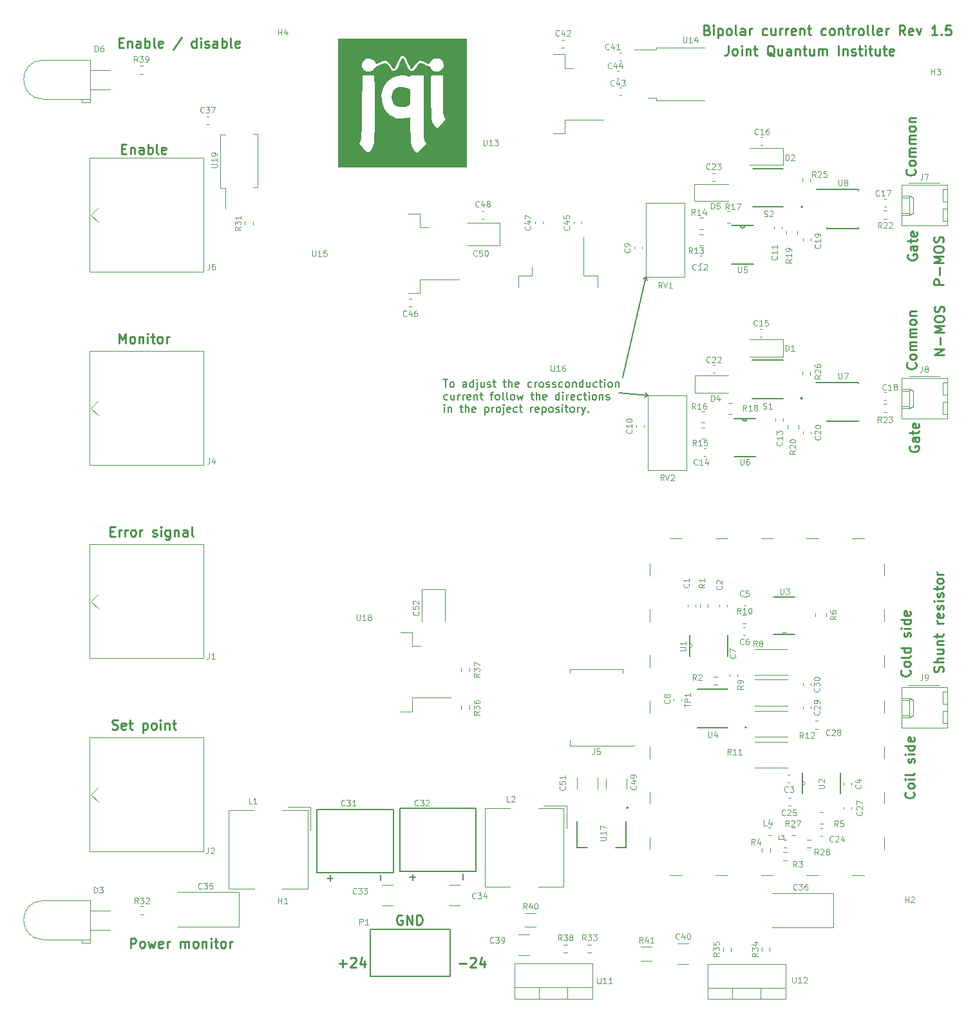
<source format=gbr>
%TF.GenerationSoftware,KiCad,Pcbnew,7.0.1*%
%TF.CreationDate,2023-05-22T15:23:34-04:00*%
%TF.ProjectId,bipolar_current_controller,6269706f-6c61-4725-9f63-757272656e74,rev?*%
%TF.SameCoordinates,Original*%
%TF.FileFunction,Legend,Top*%
%TF.FilePolarity,Positive*%
%FSLAX46Y46*%
G04 Gerber Fmt 4.6, Leading zero omitted, Abs format (unit mm)*
G04 Created by KiCad (PCBNEW 7.0.1) date 2023-05-22 15:23:34*
%MOMM*%
%LPD*%
G01*
G04 APERTURE LIST*
%ADD10C,0.150000*%
%ADD11C,0.254000*%
%ADD12C,0.127000*%
%ADD13C,0.101600*%
%ADD14C,0.120000*%
%ADD15C,0.152400*%
%ADD16C,0.100000*%
%ADD17C,0.200000*%
G04 APERTURE END LIST*
D10*
X136927129Y-74574056D02*
X136599523Y-74170908D01*
X136667249Y-58983848D02*
X136334897Y-59237484D01*
X136667249Y-58983848D02*
X136833424Y-59359929D01*
X136927129Y-74574056D02*
X136503316Y-74809372D01*
X133604000Y-72136000D02*
X136667249Y-58983848D01*
X133096000Y-74168000D02*
X136927129Y-74574056D01*
D11*
X144685790Y-26499984D02*
X144867218Y-26560460D01*
X144867218Y-26560460D02*
X144927695Y-26620936D01*
X144927695Y-26620936D02*
X144988171Y-26741888D01*
X144988171Y-26741888D02*
X144988171Y-26923317D01*
X144988171Y-26923317D02*
X144927695Y-27044269D01*
X144927695Y-27044269D02*
X144867218Y-27104746D01*
X144867218Y-27104746D02*
X144746266Y-27165222D01*
X144746266Y-27165222D02*
X144262456Y-27165222D01*
X144262456Y-27165222D02*
X144262456Y-25895222D01*
X144262456Y-25895222D02*
X144685790Y-25895222D01*
X144685790Y-25895222D02*
X144806742Y-25955698D01*
X144806742Y-25955698D02*
X144867218Y-26016174D01*
X144867218Y-26016174D02*
X144927695Y-26137126D01*
X144927695Y-26137126D02*
X144927695Y-26258079D01*
X144927695Y-26258079D02*
X144867218Y-26379031D01*
X144867218Y-26379031D02*
X144806742Y-26439507D01*
X144806742Y-26439507D02*
X144685790Y-26499984D01*
X144685790Y-26499984D02*
X144262456Y-26499984D01*
X145532456Y-27165222D02*
X145532456Y-26318555D01*
X145532456Y-25895222D02*
X145471980Y-25955698D01*
X145471980Y-25955698D02*
X145532456Y-26016174D01*
X145532456Y-26016174D02*
X145592933Y-25955698D01*
X145592933Y-25955698D02*
X145532456Y-25895222D01*
X145532456Y-25895222D02*
X145532456Y-26016174D01*
X146137218Y-26318555D02*
X146137218Y-27588555D01*
X146137218Y-26379031D02*
X146258171Y-26318555D01*
X146258171Y-26318555D02*
X146500076Y-26318555D01*
X146500076Y-26318555D02*
X146621028Y-26379031D01*
X146621028Y-26379031D02*
X146681504Y-26439507D01*
X146681504Y-26439507D02*
X146741980Y-26560460D01*
X146741980Y-26560460D02*
X146741980Y-26923317D01*
X146741980Y-26923317D02*
X146681504Y-27044269D01*
X146681504Y-27044269D02*
X146621028Y-27104746D01*
X146621028Y-27104746D02*
X146500076Y-27165222D01*
X146500076Y-27165222D02*
X146258171Y-27165222D01*
X146258171Y-27165222D02*
X146137218Y-27104746D01*
X147467695Y-27165222D02*
X147346743Y-27104746D01*
X147346743Y-27104746D02*
X147286266Y-27044269D01*
X147286266Y-27044269D02*
X147225790Y-26923317D01*
X147225790Y-26923317D02*
X147225790Y-26560460D01*
X147225790Y-26560460D02*
X147286266Y-26439507D01*
X147286266Y-26439507D02*
X147346743Y-26379031D01*
X147346743Y-26379031D02*
X147467695Y-26318555D01*
X147467695Y-26318555D02*
X147649124Y-26318555D01*
X147649124Y-26318555D02*
X147770076Y-26379031D01*
X147770076Y-26379031D02*
X147830552Y-26439507D01*
X147830552Y-26439507D02*
X147891028Y-26560460D01*
X147891028Y-26560460D02*
X147891028Y-26923317D01*
X147891028Y-26923317D02*
X147830552Y-27044269D01*
X147830552Y-27044269D02*
X147770076Y-27104746D01*
X147770076Y-27104746D02*
X147649124Y-27165222D01*
X147649124Y-27165222D02*
X147467695Y-27165222D01*
X148616743Y-27165222D02*
X148495791Y-27104746D01*
X148495791Y-27104746D02*
X148435314Y-26983793D01*
X148435314Y-26983793D02*
X148435314Y-25895222D01*
X149644838Y-27165222D02*
X149644838Y-26499984D01*
X149644838Y-26499984D02*
X149584362Y-26379031D01*
X149584362Y-26379031D02*
X149463410Y-26318555D01*
X149463410Y-26318555D02*
X149221505Y-26318555D01*
X149221505Y-26318555D02*
X149100552Y-26379031D01*
X149644838Y-27104746D02*
X149523886Y-27165222D01*
X149523886Y-27165222D02*
X149221505Y-27165222D01*
X149221505Y-27165222D02*
X149100552Y-27104746D01*
X149100552Y-27104746D02*
X149040076Y-26983793D01*
X149040076Y-26983793D02*
X149040076Y-26862841D01*
X149040076Y-26862841D02*
X149100552Y-26741888D01*
X149100552Y-26741888D02*
X149221505Y-26681412D01*
X149221505Y-26681412D02*
X149523886Y-26681412D01*
X149523886Y-26681412D02*
X149644838Y-26620936D01*
X150249600Y-27165222D02*
X150249600Y-26318555D01*
X150249600Y-26560460D02*
X150310077Y-26439507D01*
X150310077Y-26439507D02*
X150370553Y-26379031D01*
X150370553Y-26379031D02*
X150491505Y-26318555D01*
X150491505Y-26318555D02*
X150612458Y-26318555D01*
X152547695Y-27104746D02*
X152426743Y-27165222D01*
X152426743Y-27165222D02*
X152184838Y-27165222D01*
X152184838Y-27165222D02*
X152063886Y-27104746D01*
X152063886Y-27104746D02*
X152003409Y-27044269D01*
X152003409Y-27044269D02*
X151942933Y-26923317D01*
X151942933Y-26923317D02*
X151942933Y-26560460D01*
X151942933Y-26560460D02*
X152003409Y-26439507D01*
X152003409Y-26439507D02*
X152063886Y-26379031D01*
X152063886Y-26379031D02*
X152184838Y-26318555D01*
X152184838Y-26318555D02*
X152426743Y-26318555D01*
X152426743Y-26318555D02*
X152547695Y-26379031D01*
X153636266Y-26318555D02*
X153636266Y-27165222D01*
X153091980Y-26318555D02*
X153091980Y-26983793D01*
X153091980Y-26983793D02*
X153152457Y-27104746D01*
X153152457Y-27104746D02*
X153273409Y-27165222D01*
X153273409Y-27165222D02*
X153454838Y-27165222D01*
X153454838Y-27165222D02*
X153575790Y-27104746D01*
X153575790Y-27104746D02*
X153636266Y-27044269D01*
X154241028Y-27165222D02*
X154241028Y-26318555D01*
X154241028Y-26560460D02*
X154301505Y-26439507D01*
X154301505Y-26439507D02*
X154361981Y-26379031D01*
X154361981Y-26379031D02*
X154482933Y-26318555D01*
X154482933Y-26318555D02*
X154603886Y-26318555D01*
X155027218Y-27165222D02*
X155027218Y-26318555D01*
X155027218Y-26560460D02*
X155087695Y-26439507D01*
X155087695Y-26439507D02*
X155148171Y-26379031D01*
X155148171Y-26379031D02*
X155269123Y-26318555D01*
X155269123Y-26318555D02*
X155390076Y-26318555D01*
X156297218Y-27104746D02*
X156176266Y-27165222D01*
X156176266Y-27165222D02*
X155934361Y-27165222D01*
X155934361Y-27165222D02*
X155813408Y-27104746D01*
X155813408Y-27104746D02*
X155752932Y-26983793D01*
X155752932Y-26983793D02*
X155752932Y-26499984D01*
X155752932Y-26499984D02*
X155813408Y-26379031D01*
X155813408Y-26379031D02*
X155934361Y-26318555D01*
X155934361Y-26318555D02*
X156176266Y-26318555D01*
X156176266Y-26318555D02*
X156297218Y-26379031D01*
X156297218Y-26379031D02*
X156357694Y-26499984D01*
X156357694Y-26499984D02*
X156357694Y-26620936D01*
X156357694Y-26620936D02*
X155752932Y-26741888D01*
X156901979Y-26318555D02*
X156901979Y-27165222D01*
X156901979Y-26439507D02*
X156962456Y-26379031D01*
X156962456Y-26379031D02*
X157083408Y-26318555D01*
X157083408Y-26318555D02*
X157264837Y-26318555D01*
X157264837Y-26318555D02*
X157385789Y-26379031D01*
X157385789Y-26379031D02*
X157446265Y-26499984D01*
X157446265Y-26499984D02*
X157446265Y-27165222D01*
X157869599Y-26318555D02*
X158353408Y-26318555D01*
X158051027Y-25895222D02*
X158051027Y-26983793D01*
X158051027Y-26983793D02*
X158111504Y-27104746D01*
X158111504Y-27104746D02*
X158232456Y-27165222D01*
X158232456Y-27165222D02*
X158353408Y-27165222D01*
X160288646Y-27104746D02*
X160167694Y-27165222D01*
X160167694Y-27165222D02*
X159925789Y-27165222D01*
X159925789Y-27165222D02*
X159804837Y-27104746D01*
X159804837Y-27104746D02*
X159744360Y-27044269D01*
X159744360Y-27044269D02*
X159683884Y-26923317D01*
X159683884Y-26923317D02*
X159683884Y-26560460D01*
X159683884Y-26560460D02*
X159744360Y-26439507D01*
X159744360Y-26439507D02*
X159804837Y-26379031D01*
X159804837Y-26379031D02*
X159925789Y-26318555D01*
X159925789Y-26318555D02*
X160167694Y-26318555D01*
X160167694Y-26318555D02*
X160288646Y-26379031D01*
X161014360Y-27165222D02*
X160893408Y-27104746D01*
X160893408Y-27104746D02*
X160832931Y-27044269D01*
X160832931Y-27044269D02*
X160772455Y-26923317D01*
X160772455Y-26923317D02*
X160772455Y-26560460D01*
X160772455Y-26560460D02*
X160832931Y-26439507D01*
X160832931Y-26439507D02*
X160893408Y-26379031D01*
X160893408Y-26379031D02*
X161014360Y-26318555D01*
X161014360Y-26318555D02*
X161195789Y-26318555D01*
X161195789Y-26318555D02*
X161316741Y-26379031D01*
X161316741Y-26379031D02*
X161377217Y-26439507D01*
X161377217Y-26439507D02*
X161437693Y-26560460D01*
X161437693Y-26560460D02*
X161437693Y-26923317D01*
X161437693Y-26923317D02*
X161377217Y-27044269D01*
X161377217Y-27044269D02*
X161316741Y-27104746D01*
X161316741Y-27104746D02*
X161195789Y-27165222D01*
X161195789Y-27165222D02*
X161014360Y-27165222D01*
X161981979Y-26318555D02*
X161981979Y-27165222D01*
X161981979Y-26439507D02*
X162042456Y-26379031D01*
X162042456Y-26379031D02*
X162163408Y-26318555D01*
X162163408Y-26318555D02*
X162344837Y-26318555D01*
X162344837Y-26318555D02*
X162465789Y-26379031D01*
X162465789Y-26379031D02*
X162526265Y-26499984D01*
X162526265Y-26499984D02*
X162526265Y-27165222D01*
X162949599Y-26318555D02*
X163433408Y-26318555D01*
X163131027Y-25895222D02*
X163131027Y-26983793D01*
X163131027Y-26983793D02*
X163191504Y-27104746D01*
X163191504Y-27104746D02*
X163312456Y-27165222D01*
X163312456Y-27165222D02*
X163433408Y-27165222D01*
X163856741Y-27165222D02*
X163856741Y-26318555D01*
X163856741Y-26560460D02*
X163917218Y-26439507D01*
X163917218Y-26439507D02*
X163977694Y-26379031D01*
X163977694Y-26379031D02*
X164098646Y-26318555D01*
X164098646Y-26318555D02*
X164219599Y-26318555D01*
X164824360Y-27165222D02*
X164703408Y-27104746D01*
X164703408Y-27104746D02*
X164642931Y-27044269D01*
X164642931Y-27044269D02*
X164582455Y-26923317D01*
X164582455Y-26923317D02*
X164582455Y-26560460D01*
X164582455Y-26560460D02*
X164642931Y-26439507D01*
X164642931Y-26439507D02*
X164703408Y-26379031D01*
X164703408Y-26379031D02*
X164824360Y-26318555D01*
X164824360Y-26318555D02*
X165005789Y-26318555D01*
X165005789Y-26318555D02*
X165126741Y-26379031D01*
X165126741Y-26379031D02*
X165187217Y-26439507D01*
X165187217Y-26439507D02*
X165247693Y-26560460D01*
X165247693Y-26560460D02*
X165247693Y-26923317D01*
X165247693Y-26923317D02*
X165187217Y-27044269D01*
X165187217Y-27044269D02*
X165126741Y-27104746D01*
X165126741Y-27104746D02*
X165005789Y-27165222D01*
X165005789Y-27165222D02*
X164824360Y-27165222D01*
X165973408Y-27165222D02*
X165852456Y-27104746D01*
X165852456Y-27104746D02*
X165791979Y-26983793D01*
X165791979Y-26983793D02*
X165791979Y-25895222D01*
X166638646Y-27165222D02*
X166517694Y-27104746D01*
X166517694Y-27104746D02*
X166457217Y-26983793D01*
X166457217Y-26983793D02*
X166457217Y-25895222D01*
X167606265Y-27104746D02*
X167485313Y-27165222D01*
X167485313Y-27165222D02*
X167243408Y-27165222D01*
X167243408Y-27165222D02*
X167122455Y-27104746D01*
X167122455Y-27104746D02*
X167061979Y-26983793D01*
X167061979Y-26983793D02*
X167061979Y-26499984D01*
X167061979Y-26499984D02*
X167122455Y-26379031D01*
X167122455Y-26379031D02*
X167243408Y-26318555D01*
X167243408Y-26318555D02*
X167485313Y-26318555D01*
X167485313Y-26318555D02*
X167606265Y-26379031D01*
X167606265Y-26379031D02*
X167666741Y-26499984D01*
X167666741Y-26499984D02*
X167666741Y-26620936D01*
X167666741Y-26620936D02*
X167061979Y-26741888D01*
X168211026Y-27165222D02*
X168211026Y-26318555D01*
X168211026Y-26560460D02*
X168271503Y-26439507D01*
X168271503Y-26439507D02*
X168331979Y-26379031D01*
X168331979Y-26379031D02*
X168452931Y-26318555D01*
X168452931Y-26318555D02*
X168573884Y-26318555D01*
X170690550Y-27165222D02*
X170267216Y-26560460D01*
X169964835Y-27165222D02*
X169964835Y-25895222D01*
X169964835Y-25895222D02*
X170448645Y-25895222D01*
X170448645Y-25895222D02*
X170569597Y-25955698D01*
X170569597Y-25955698D02*
X170630074Y-26016174D01*
X170630074Y-26016174D02*
X170690550Y-26137126D01*
X170690550Y-26137126D02*
X170690550Y-26318555D01*
X170690550Y-26318555D02*
X170630074Y-26439507D01*
X170630074Y-26439507D02*
X170569597Y-26499984D01*
X170569597Y-26499984D02*
X170448645Y-26560460D01*
X170448645Y-26560460D02*
X169964835Y-26560460D01*
X171718645Y-27104746D02*
X171597693Y-27165222D01*
X171597693Y-27165222D02*
X171355788Y-27165222D01*
X171355788Y-27165222D02*
X171234835Y-27104746D01*
X171234835Y-27104746D02*
X171174359Y-26983793D01*
X171174359Y-26983793D02*
X171174359Y-26499984D01*
X171174359Y-26499984D02*
X171234835Y-26379031D01*
X171234835Y-26379031D02*
X171355788Y-26318555D01*
X171355788Y-26318555D02*
X171597693Y-26318555D01*
X171597693Y-26318555D02*
X171718645Y-26379031D01*
X171718645Y-26379031D02*
X171779121Y-26499984D01*
X171779121Y-26499984D02*
X171779121Y-26620936D01*
X171779121Y-26620936D02*
X171174359Y-26741888D01*
X172202454Y-26318555D02*
X172504835Y-27165222D01*
X172504835Y-27165222D02*
X172807216Y-26318555D01*
X174923883Y-27165222D02*
X174198168Y-27165222D01*
X174561025Y-27165222D02*
X174561025Y-25895222D01*
X174561025Y-25895222D02*
X174440073Y-26076650D01*
X174440073Y-26076650D02*
X174319121Y-26197603D01*
X174319121Y-26197603D02*
X174198168Y-26258079D01*
X175468168Y-27044269D02*
X175528645Y-27104746D01*
X175528645Y-27104746D02*
X175468168Y-27165222D01*
X175468168Y-27165222D02*
X175407692Y-27104746D01*
X175407692Y-27104746D02*
X175468168Y-27044269D01*
X175468168Y-27044269D02*
X175468168Y-27165222D01*
X176677692Y-25895222D02*
X176072930Y-25895222D01*
X176072930Y-25895222D02*
X176012454Y-26499984D01*
X176012454Y-26499984D02*
X176072930Y-26439507D01*
X176072930Y-26439507D02*
X176193883Y-26379031D01*
X176193883Y-26379031D02*
X176496264Y-26379031D01*
X176496264Y-26379031D02*
X176617216Y-26439507D01*
X176617216Y-26439507D02*
X176677692Y-26499984D01*
X176677692Y-26499984D02*
X176738169Y-26620936D01*
X176738169Y-26620936D02*
X176738169Y-26923317D01*
X176738169Y-26923317D02*
X176677692Y-27044269D01*
X176677692Y-27044269D02*
X176617216Y-27104746D01*
X176617216Y-27104746D02*
X176496264Y-27165222D01*
X176496264Y-27165222D02*
X176193883Y-27165222D01*
X176193883Y-27165222D02*
X176072930Y-27104746D01*
X176072930Y-27104746D02*
X176012454Y-27044269D01*
X171965202Y-44812830D02*
X172025679Y-44873306D01*
X172025679Y-44873306D02*
X172086155Y-45054735D01*
X172086155Y-45054735D02*
X172086155Y-45175687D01*
X172086155Y-45175687D02*
X172025679Y-45357116D01*
X172025679Y-45357116D02*
X171904726Y-45478068D01*
X171904726Y-45478068D02*
X171783774Y-45538545D01*
X171783774Y-45538545D02*
X171541869Y-45599021D01*
X171541869Y-45599021D02*
X171360440Y-45599021D01*
X171360440Y-45599021D02*
X171118536Y-45538545D01*
X171118536Y-45538545D02*
X170997583Y-45478068D01*
X170997583Y-45478068D02*
X170876631Y-45357116D01*
X170876631Y-45357116D02*
X170816155Y-45175687D01*
X170816155Y-45175687D02*
X170816155Y-45054735D01*
X170816155Y-45054735D02*
X170876631Y-44873306D01*
X170876631Y-44873306D02*
X170937107Y-44812830D01*
X172086155Y-44087116D02*
X172025679Y-44208068D01*
X172025679Y-44208068D02*
X171965202Y-44268545D01*
X171965202Y-44268545D02*
X171844250Y-44329021D01*
X171844250Y-44329021D02*
X171481393Y-44329021D01*
X171481393Y-44329021D02*
X171360440Y-44268545D01*
X171360440Y-44268545D02*
X171299964Y-44208068D01*
X171299964Y-44208068D02*
X171239488Y-44087116D01*
X171239488Y-44087116D02*
X171239488Y-43905687D01*
X171239488Y-43905687D02*
X171299964Y-43784735D01*
X171299964Y-43784735D02*
X171360440Y-43724259D01*
X171360440Y-43724259D02*
X171481393Y-43663783D01*
X171481393Y-43663783D02*
X171844250Y-43663783D01*
X171844250Y-43663783D02*
X171965202Y-43724259D01*
X171965202Y-43724259D02*
X172025679Y-43784735D01*
X172025679Y-43784735D02*
X172086155Y-43905687D01*
X172086155Y-43905687D02*
X172086155Y-44087116D01*
X172086155Y-43119497D02*
X171239488Y-43119497D01*
X171360440Y-43119497D02*
X171299964Y-43059020D01*
X171299964Y-43059020D02*
X171239488Y-42938068D01*
X171239488Y-42938068D02*
X171239488Y-42756639D01*
X171239488Y-42756639D02*
X171299964Y-42635687D01*
X171299964Y-42635687D02*
X171420917Y-42575211D01*
X171420917Y-42575211D02*
X172086155Y-42575211D01*
X171420917Y-42575211D02*
X171299964Y-42514735D01*
X171299964Y-42514735D02*
X171239488Y-42393782D01*
X171239488Y-42393782D02*
X171239488Y-42212354D01*
X171239488Y-42212354D02*
X171299964Y-42091401D01*
X171299964Y-42091401D02*
X171420917Y-42030925D01*
X171420917Y-42030925D02*
X172086155Y-42030925D01*
X172086155Y-41426164D02*
X171239488Y-41426164D01*
X171360440Y-41426164D02*
X171299964Y-41365687D01*
X171299964Y-41365687D02*
X171239488Y-41244735D01*
X171239488Y-41244735D02*
X171239488Y-41063306D01*
X171239488Y-41063306D02*
X171299964Y-40942354D01*
X171299964Y-40942354D02*
X171420917Y-40881878D01*
X171420917Y-40881878D02*
X172086155Y-40881878D01*
X171420917Y-40881878D02*
X171299964Y-40821402D01*
X171299964Y-40821402D02*
X171239488Y-40700449D01*
X171239488Y-40700449D02*
X171239488Y-40519021D01*
X171239488Y-40519021D02*
X171299964Y-40398068D01*
X171299964Y-40398068D02*
X171420917Y-40337592D01*
X171420917Y-40337592D02*
X172086155Y-40337592D01*
X172086155Y-39551402D02*
X172025679Y-39672354D01*
X172025679Y-39672354D02*
X171965202Y-39732831D01*
X171965202Y-39732831D02*
X171844250Y-39793307D01*
X171844250Y-39793307D02*
X171481393Y-39793307D01*
X171481393Y-39793307D02*
X171360440Y-39732831D01*
X171360440Y-39732831D02*
X171299964Y-39672354D01*
X171299964Y-39672354D02*
X171239488Y-39551402D01*
X171239488Y-39551402D02*
X171239488Y-39369973D01*
X171239488Y-39369973D02*
X171299964Y-39249021D01*
X171299964Y-39249021D02*
X171360440Y-39188545D01*
X171360440Y-39188545D02*
X171481393Y-39128069D01*
X171481393Y-39128069D02*
X171844250Y-39128069D01*
X171844250Y-39128069D02*
X171965202Y-39188545D01*
X171965202Y-39188545D02*
X172025679Y-39249021D01*
X172025679Y-39249021D02*
X172086155Y-39369973D01*
X172086155Y-39369973D02*
X172086155Y-39551402D01*
X171239488Y-38583783D02*
X172086155Y-38583783D01*
X171360440Y-38583783D02*
X171299964Y-38523306D01*
X171299964Y-38523306D02*
X171239488Y-38402354D01*
X171239488Y-38402354D02*
X171239488Y-38220925D01*
X171239488Y-38220925D02*
X171299964Y-38099973D01*
X171299964Y-38099973D02*
X171420917Y-38039497D01*
X171420917Y-38039497D02*
X172086155Y-38039497D01*
X171082002Y-56013046D02*
X171021526Y-56133999D01*
X171021526Y-56133999D02*
X171021526Y-56315427D01*
X171021526Y-56315427D02*
X171082002Y-56496856D01*
X171082002Y-56496856D02*
X171202954Y-56617808D01*
X171202954Y-56617808D02*
X171323907Y-56678285D01*
X171323907Y-56678285D02*
X171565811Y-56738761D01*
X171565811Y-56738761D02*
X171747240Y-56738761D01*
X171747240Y-56738761D02*
X171989145Y-56678285D01*
X171989145Y-56678285D02*
X172110097Y-56617808D01*
X172110097Y-56617808D02*
X172231050Y-56496856D01*
X172231050Y-56496856D02*
X172291526Y-56315427D01*
X172291526Y-56315427D02*
X172291526Y-56194475D01*
X172291526Y-56194475D02*
X172231050Y-56013046D01*
X172231050Y-56013046D02*
X172170573Y-55952570D01*
X172170573Y-55952570D02*
X171747240Y-55952570D01*
X171747240Y-55952570D02*
X171747240Y-56194475D01*
X172291526Y-54863999D02*
X171626288Y-54863999D01*
X171626288Y-54863999D02*
X171505335Y-54924475D01*
X171505335Y-54924475D02*
X171444859Y-55045427D01*
X171444859Y-55045427D02*
X171444859Y-55287332D01*
X171444859Y-55287332D02*
X171505335Y-55408285D01*
X172231050Y-54863999D02*
X172291526Y-54984951D01*
X172291526Y-54984951D02*
X172291526Y-55287332D01*
X172291526Y-55287332D02*
X172231050Y-55408285D01*
X172231050Y-55408285D02*
X172110097Y-55468761D01*
X172110097Y-55468761D02*
X171989145Y-55468761D01*
X171989145Y-55468761D02*
X171868192Y-55408285D01*
X171868192Y-55408285D02*
X171807716Y-55287332D01*
X171807716Y-55287332D02*
X171807716Y-54984951D01*
X171807716Y-54984951D02*
X171747240Y-54863999D01*
X171444859Y-54440665D02*
X171444859Y-53956856D01*
X171021526Y-54259237D02*
X172110097Y-54259237D01*
X172110097Y-54259237D02*
X172231050Y-54198760D01*
X172231050Y-54198760D02*
X172291526Y-54077808D01*
X172291526Y-54077808D02*
X172291526Y-53956856D01*
X172231050Y-53049713D02*
X172291526Y-53170665D01*
X172291526Y-53170665D02*
X172291526Y-53412570D01*
X172291526Y-53412570D02*
X172231050Y-53533523D01*
X172231050Y-53533523D02*
X172110097Y-53593999D01*
X172110097Y-53593999D02*
X171626288Y-53593999D01*
X171626288Y-53593999D02*
X171505335Y-53533523D01*
X171505335Y-53533523D02*
X171444859Y-53412570D01*
X171444859Y-53412570D02*
X171444859Y-53170665D01*
X171444859Y-53170665D02*
X171505335Y-53049713D01*
X171505335Y-53049713D02*
X171626288Y-52989237D01*
X171626288Y-52989237D02*
X171747240Y-52989237D01*
X171747240Y-52989237D02*
X171868192Y-53593999D01*
X171817987Y-126679216D02*
X171878464Y-126739692D01*
X171878464Y-126739692D02*
X171938940Y-126921121D01*
X171938940Y-126921121D02*
X171938940Y-127042073D01*
X171938940Y-127042073D02*
X171878464Y-127223502D01*
X171878464Y-127223502D02*
X171757511Y-127344454D01*
X171757511Y-127344454D02*
X171636559Y-127404931D01*
X171636559Y-127404931D02*
X171394654Y-127465407D01*
X171394654Y-127465407D02*
X171213225Y-127465407D01*
X171213225Y-127465407D02*
X170971321Y-127404931D01*
X170971321Y-127404931D02*
X170850368Y-127344454D01*
X170850368Y-127344454D02*
X170729416Y-127223502D01*
X170729416Y-127223502D02*
X170668940Y-127042073D01*
X170668940Y-127042073D02*
X170668940Y-126921121D01*
X170668940Y-126921121D02*
X170729416Y-126739692D01*
X170729416Y-126739692D02*
X170789892Y-126679216D01*
X171938940Y-125953502D02*
X171878464Y-126074454D01*
X171878464Y-126074454D02*
X171817987Y-126134931D01*
X171817987Y-126134931D02*
X171697035Y-126195407D01*
X171697035Y-126195407D02*
X171334178Y-126195407D01*
X171334178Y-126195407D02*
X171213225Y-126134931D01*
X171213225Y-126134931D02*
X171152749Y-126074454D01*
X171152749Y-126074454D02*
X171092273Y-125953502D01*
X171092273Y-125953502D02*
X171092273Y-125772073D01*
X171092273Y-125772073D02*
X171152749Y-125651121D01*
X171152749Y-125651121D02*
X171213225Y-125590645D01*
X171213225Y-125590645D02*
X171334178Y-125530169D01*
X171334178Y-125530169D02*
X171697035Y-125530169D01*
X171697035Y-125530169D02*
X171817987Y-125590645D01*
X171817987Y-125590645D02*
X171878464Y-125651121D01*
X171878464Y-125651121D02*
X171938940Y-125772073D01*
X171938940Y-125772073D02*
X171938940Y-125953502D01*
X171938940Y-124985883D02*
X171092273Y-124985883D01*
X170668940Y-124985883D02*
X170729416Y-125046359D01*
X170729416Y-125046359D02*
X170789892Y-124985883D01*
X170789892Y-124985883D02*
X170729416Y-124925406D01*
X170729416Y-124925406D02*
X170668940Y-124985883D01*
X170668940Y-124985883D02*
X170789892Y-124985883D01*
X171938940Y-124199692D02*
X171878464Y-124320644D01*
X171878464Y-124320644D02*
X171757511Y-124381121D01*
X171757511Y-124381121D02*
X170668940Y-124381121D01*
X171878464Y-122808740D02*
X171938940Y-122687787D01*
X171938940Y-122687787D02*
X171938940Y-122445883D01*
X171938940Y-122445883D02*
X171878464Y-122324930D01*
X171878464Y-122324930D02*
X171757511Y-122264454D01*
X171757511Y-122264454D02*
X171697035Y-122264454D01*
X171697035Y-122264454D02*
X171576083Y-122324930D01*
X171576083Y-122324930D02*
X171515606Y-122445883D01*
X171515606Y-122445883D02*
X171515606Y-122627311D01*
X171515606Y-122627311D02*
X171455130Y-122748264D01*
X171455130Y-122748264D02*
X171334178Y-122808740D01*
X171334178Y-122808740D02*
X171273702Y-122808740D01*
X171273702Y-122808740D02*
X171152749Y-122748264D01*
X171152749Y-122748264D02*
X171092273Y-122627311D01*
X171092273Y-122627311D02*
X171092273Y-122445883D01*
X171092273Y-122445883D02*
X171152749Y-122324930D01*
X171938940Y-121720169D02*
X171092273Y-121720169D01*
X170668940Y-121720169D02*
X170729416Y-121780645D01*
X170729416Y-121780645D02*
X170789892Y-121720169D01*
X170789892Y-121720169D02*
X170729416Y-121659692D01*
X170729416Y-121659692D02*
X170668940Y-121720169D01*
X170668940Y-121720169D02*
X170789892Y-121720169D01*
X171938940Y-120571121D02*
X170668940Y-120571121D01*
X171878464Y-120571121D02*
X171938940Y-120692073D01*
X171938940Y-120692073D02*
X171938940Y-120933978D01*
X171938940Y-120933978D02*
X171878464Y-121054930D01*
X171878464Y-121054930D02*
X171817987Y-121115407D01*
X171817987Y-121115407D02*
X171697035Y-121175883D01*
X171697035Y-121175883D02*
X171334178Y-121175883D01*
X171334178Y-121175883D02*
X171213225Y-121115407D01*
X171213225Y-121115407D02*
X171152749Y-121054930D01*
X171152749Y-121054930D02*
X171092273Y-120933978D01*
X171092273Y-120933978D02*
X171092273Y-120692073D01*
X171092273Y-120692073D02*
X171152749Y-120571121D01*
X171878464Y-119482549D02*
X171938940Y-119603501D01*
X171938940Y-119603501D02*
X171938940Y-119845406D01*
X171938940Y-119845406D02*
X171878464Y-119966359D01*
X171878464Y-119966359D02*
X171757511Y-120026835D01*
X171757511Y-120026835D02*
X171273702Y-120026835D01*
X171273702Y-120026835D02*
X171152749Y-119966359D01*
X171152749Y-119966359D02*
X171092273Y-119845406D01*
X171092273Y-119845406D02*
X171092273Y-119603501D01*
X171092273Y-119603501D02*
X171152749Y-119482549D01*
X171152749Y-119482549D02*
X171273702Y-119422073D01*
X171273702Y-119422073D02*
X171394654Y-119422073D01*
X171394654Y-119422073D02*
X171515606Y-120026835D01*
X68882380Y-147164576D02*
X68882380Y-145894576D01*
X68882380Y-145894576D02*
X69366190Y-145894576D01*
X69366190Y-145894576D02*
X69487142Y-145955052D01*
X69487142Y-145955052D02*
X69547619Y-146015528D01*
X69547619Y-146015528D02*
X69608095Y-146136480D01*
X69608095Y-146136480D02*
X69608095Y-146317909D01*
X69608095Y-146317909D02*
X69547619Y-146438861D01*
X69547619Y-146438861D02*
X69487142Y-146499338D01*
X69487142Y-146499338D02*
X69366190Y-146559814D01*
X69366190Y-146559814D02*
X68882380Y-146559814D01*
X70333809Y-147164576D02*
X70212857Y-147104100D01*
X70212857Y-147104100D02*
X70152380Y-147043623D01*
X70152380Y-147043623D02*
X70091904Y-146922671D01*
X70091904Y-146922671D02*
X70091904Y-146559814D01*
X70091904Y-146559814D02*
X70152380Y-146438861D01*
X70152380Y-146438861D02*
X70212857Y-146378385D01*
X70212857Y-146378385D02*
X70333809Y-146317909D01*
X70333809Y-146317909D02*
X70515238Y-146317909D01*
X70515238Y-146317909D02*
X70636190Y-146378385D01*
X70636190Y-146378385D02*
X70696666Y-146438861D01*
X70696666Y-146438861D02*
X70757142Y-146559814D01*
X70757142Y-146559814D02*
X70757142Y-146922671D01*
X70757142Y-146922671D02*
X70696666Y-147043623D01*
X70696666Y-147043623D02*
X70636190Y-147104100D01*
X70636190Y-147104100D02*
X70515238Y-147164576D01*
X70515238Y-147164576D02*
X70333809Y-147164576D01*
X71180476Y-146317909D02*
X71422381Y-147164576D01*
X71422381Y-147164576D02*
X71664286Y-146559814D01*
X71664286Y-146559814D02*
X71906190Y-147164576D01*
X71906190Y-147164576D02*
X72148095Y-146317909D01*
X73115714Y-147104100D02*
X72994762Y-147164576D01*
X72994762Y-147164576D02*
X72752857Y-147164576D01*
X72752857Y-147164576D02*
X72631904Y-147104100D01*
X72631904Y-147104100D02*
X72571428Y-146983147D01*
X72571428Y-146983147D02*
X72571428Y-146499338D01*
X72571428Y-146499338D02*
X72631904Y-146378385D01*
X72631904Y-146378385D02*
X72752857Y-146317909D01*
X72752857Y-146317909D02*
X72994762Y-146317909D01*
X72994762Y-146317909D02*
X73115714Y-146378385D01*
X73115714Y-146378385D02*
X73176190Y-146499338D01*
X73176190Y-146499338D02*
X73176190Y-146620290D01*
X73176190Y-146620290D02*
X72571428Y-146741242D01*
X73720475Y-147164576D02*
X73720475Y-146317909D01*
X73720475Y-146559814D02*
X73780952Y-146438861D01*
X73780952Y-146438861D02*
X73841428Y-146378385D01*
X73841428Y-146378385D02*
X73962380Y-146317909D01*
X73962380Y-146317909D02*
X74083333Y-146317909D01*
X75474284Y-147164576D02*
X75474284Y-146317909D01*
X75474284Y-146438861D02*
X75534761Y-146378385D01*
X75534761Y-146378385D02*
X75655713Y-146317909D01*
X75655713Y-146317909D02*
X75837142Y-146317909D01*
X75837142Y-146317909D02*
X75958094Y-146378385D01*
X75958094Y-146378385D02*
X76018570Y-146499338D01*
X76018570Y-146499338D02*
X76018570Y-147164576D01*
X76018570Y-146499338D02*
X76079046Y-146378385D01*
X76079046Y-146378385D02*
X76199999Y-146317909D01*
X76199999Y-146317909D02*
X76381427Y-146317909D01*
X76381427Y-146317909D02*
X76502380Y-146378385D01*
X76502380Y-146378385D02*
X76562856Y-146499338D01*
X76562856Y-146499338D02*
X76562856Y-147164576D01*
X77349046Y-147164576D02*
X77228094Y-147104100D01*
X77228094Y-147104100D02*
X77167617Y-147043623D01*
X77167617Y-147043623D02*
X77107141Y-146922671D01*
X77107141Y-146922671D02*
X77107141Y-146559814D01*
X77107141Y-146559814D02*
X77167617Y-146438861D01*
X77167617Y-146438861D02*
X77228094Y-146378385D01*
X77228094Y-146378385D02*
X77349046Y-146317909D01*
X77349046Y-146317909D02*
X77530475Y-146317909D01*
X77530475Y-146317909D02*
X77651427Y-146378385D01*
X77651427Y-146378385D02*
X77711903Y-146438861D01*
X77711903Y-146438861D02*
X77772379Y-146559814D01*
X77772379Y-146559814D02*
X77772379Y-146922671D01*
X77772379Y-146922671D02*
X77711903Y-147043623D01*
X77711903Y-147043623D02*
X77651427Y-147104100D01*
X77651427Y-147104100D02*
X77530475Y-147164576D01*
X77530475Y-147164576D02*
X77349046Y-147164576D01*
X78316665Y-146317909D02*
X78316665Y-147164576D01*
X78316665Y-146438861D02*
X78377142Y-146378385D01*
X78377142Y-146378385D02*
X78498094Y-146317909D01*
X78498094Y-146317909D02*
X78679523Y-146317909D01*
X78679523Y-146317909D02*
X78800475Y-146378385D01*
X78800475Y-146378385D02*
X78860951Y-146499338D01*
X78860951Y-146499338D02*
X78860951Y-147164576D01*
X79465713Y-147164576D02*
X79465713Y-146317909D01*
X79465713Y-145894576D02*
X79405237Y-145955052D01*
X79405237Y-145955052D02*
X79465713Y-146015528D01*
X79465713Y-146015528D02*
X79526190Y-145955052D01*
X79526190Y-145955052D02*
X79465713Y-145894576D01*
X79465713Y-145894576D02*
X79465713Y-146015528D01*
X79889047Y-146317909D02*
X80372856Y-146317909D01*
X80070475Y-145894576D02*
X80070475Y-146983147D01*
X80070475Y-146983147D02*
X80130952Y-147104100D01*
X80130952Y-147104100D02*
X80251904Y-147164576D01*
X80251904Y-147164576D02*
X80372856Y-147164576D01*
X80977618Y-147164576D02*
X80856666Y-147104100D01*
X80856666Y-147104100D02*
X80796189Y-147043623D01*
X80796189Y-147043623D02*
X80735713Y-146922671D01*
X80735713Y-146922671D02*
X80735713Y-146559814D01*
X80735713Y-146559814D02*
X80796189Y-146438861D01*
X80796189Y-146438861D02*
X80856666Y-146378385D01*
X80856666Y-146378385D02*
X80977618Y-146317909D01*
X80977618Y-146317909D02*
X81159047Y-146317909D01*
X81159047Y-146317909D02*
X81279999Y-146378385D01*
X81279999Y-146378385D02*
X81340475Y-146438861D01*
X81340475Y-146438861D02*
X81400951Y-146559814D01*
X81400951Y-146559814D02*
X81400951Y-146922671D01*
X81400951Y-146922671D02*
X81340475Y-147043623D01*
X81340475Y-147043623D02*
X81279999Y-147104100D01*
X81279999Y-147104100D02*
X81159047Y-147164576D01*
X81159047Y-147164576D02*
X80977618Y-147164576D01*
X81945237Y-147164576D02*
X81945237Y-146317909D01*
X81945237Y-146559814D02*
X82005714Y-146438861D01*
X82005714Y-146438861D02*
X82066190Y-146378385D01*
X82066190Y-146378385D02*
X82187142Y-146317909D01*
X82187142Y-146317909D02*
X82308095Y-146317909D01*
X112062380Y-149220766D02*
X113030000Y-149220766D01*
X113574285Y-148555528D02*
X113634761Y-148495052D01*
X113634761Y-148495052D02*
X113755714Y-148434576D01*
X113755714Y-148434576D02*
X114058095Y-148434576D01*
X114058095Y-148434576D02*
X114179047Y-148495052D01*
X114179047Y-148495052D02*
X114239523Y-148555528D01*
X114239523Y-148555528D02*
X114300000Y-148676480D01*
X114300000Y-148676480D02*
X114300000Y-148797433D01*
X114300000Y-148797433D02*
X114239523Y-148978861D01*
X114239523Y-148978861D02*
X113513809Y-149704576D01*
X113513809Y-149704576D02*
X114300000Y-149704576D01*
X115388571Y-148857909D02*
X115388571Y-149704576D01*
X115086190Y-148374100D02*
X114783809Y-149281242D01*
X114783809Y-149281242D02*
X115570000Y-149281242D01*
X172066983Y-70258048D02*
X172127460Y-70318524D01*
X172127460Y-70318524D02*
X172187936Y-70499953D01*
X172187936Y-70499953D02*
X172187936Y-70620905D01*
X172187936Y-70620905D02*
X172127460Y-70802334D01*
X172127460Y-70802334D02*
X172006507Y-70923286D01*
X172006507Y-70923286D02*
X171885555Y-70983763D01*
X171885555Y-70983763D02*
X171643650Y-71044239D01*
X171643650Y-71044239D02*
X171462221Y-71044239D01*
X171462221Y-71044239D02*
X171220317Y-70983763D01*
X171220317Y-70983763D02*
X171099364Y-70923286D01*
X171099364Y-70923286D02*
X170978412Y-70802334D01*
X170978412Y-70802334D02*
X170917936Y-70620905D01*
X170917936Y-70620905D02*
X170917936Y-70499953D01*
X170917936Y-70499953D02*
X170978412Y-70318524D01*
X170978412Y-70318524D02*
X171038888Y-70258048D01*
X172187936Y-69532334D02*
X172127460Y-69653286D01*
X172127460Y-69653286D02*
X172066983Y-69713763D01*
X172066983Y-69713763D02*
X171946031Y-69774239D01*
X171946031Y-69774239D02*
X171583174Y-69774239D01*
X171583174Y-69774239D02*
X171462221Y-69713763D01*
X171462221Y-69713763D02*
X171401745Y-69653286D01*
X171401745Y-69653286D02*
X171341269Y-69532334D01*
X171341269Y-69532334D02*
X171341269Y-69350905D01*
X171341269Y-69350905D02*
X171401745Y-69229953D01*
X171401745Y-69229953D02*
X171462221Y-69169477D01*
X171462221Y-69169477D02*
X171583174Y-69109001D01*
X171583174Y-69109001D02*
X171946031Y-69109001D01*
X171946031Y-69109001D02*
X172066983Y-69169477D01*
X172066983Y-69169477D02*
X172127460Y-69229953D01*
X172127460Y-69229953D02*
X172187936Y-69350905D01*
X172187936Y-69350905D02*
X172187936Y-69532334D01*
X172187936Y-68564715D02*
X171341269Y-68564715D01*
X171462221Y-68564715D02*
X171401745Y-68504238D01*
X171401745Y-68504238D02*
X171341269Y-68383286D01*
X171341269Y-68383286D02*
X171341269Y-68201857D01*
X171341269Y-68201857D02*
X171401745Y-68080905D01*
X171401745Y-68080905D02*
X171522698Y-68020429D01*
X171522698Y-68020429D02*
X172187936Y-68020429D01*
X171522698Y-68020429D02*
X171401745Y-67959953D01*
X171401745Y-67959953D02*
X171341269Y-67839000D01*
X171341269Y-67839000D02*
X171341269Y-67657572D01*
X171341269Y-67657572D02*
X171401745Y-67536619D01*
X171401745Y-67536619D02*
X171522698Y-67476143D01*
X171522698Y-67476143D02*
X172187936Y-67476143D01*
X172187936Y-66871382D02*
X171341269Y-66871382D01*
X171462221Y-66871382D02*
X171401745Y-66810905D01*
X171401745Y-66810905D02*
X171341269Y-66689953D01*
X171341269Y-66689953D02*
X171341269Y-66508524D01*
X171341269Y-66508524D02*
X171401745Y-66387572D01*
X171401745Y-66387572D02*
X171522698Y-66327096D01*
X171522698Y-66327096D02*
X172187936Y-66327096D01*
X171522698Y-66327096D02*
X171401745Y-66266620D01*
X171401745Y-66266620D02*
X171341269Y-66145667D01*
X171341269Y-66145667D02*
X171341269Y-65964239D01*
X171341269Y-65964239D02*
X171401745Y-65843286D01*
X171401745Y-65843286D02*
X171522698Y-65782810D01*
X171522698Y-65782810D02*
X172187936Y-65782810D01*
X172187936Y-64996620D02*
X172127460Y-65117572D01*
X172127460Y-65117572D02*
X172066983Y-65178049D01*
X172066983Y-65178049D02*
X171946031Y-65238525D01*
X171946031Y-65238525D02*
X171583174Y-65238525D01*
X171583174Y-65238525D02*
X171462221Y-65178049D01*
X171462221Y-65178049D02*
X171401745Y-65117572D01*
X171401745Y-65117572D02*
X171341269Y-64996620D01*
X171341269Y-64996620D02*
X171341269Y-64815191D01*
X171341269Y-64815191D02*
X171401745Y-64694239D01*
X171401745Y-64694239D02*
X171462221Y-64633763D01*
X171462221Y-64633763D02*
X171583174Y-64573287D01*
X171583174Y-64573287D02*
X171946031Y-64573287D01*
X171946031Y-64573287D02*
X172066983Y-64633763D01*
X172066983Y-64633763D02*
X172127460Y-64694239D01*
X172127460Y-64694239D02*
X172187936Y-64815191D01*
X172187936Y-64815191D02*
X172187936Y-64996620D01*
X171341269Y-64029001D02*
X172187936Y-64029001D01*
X171462221Y-64029001D02*
X171401745Y-63968524D01*
X171401745Y-63968524D02*
X171341269Y-63847572D01*
X171341269Y-63847572D02*
X171341269Y-63666143D01*
X171341269Y-63666143D02*
X171401745Y-63545191D01*
X171401745Y-63545191D02*
X171522698Y-63484715D01*
X171522698Y-63484715D02*
X172187936Y-63484715D01*
X171341519Y-81212805D02*
X171281043Y-81333758D01*
X171281043Y-81333758D02*
X171281043Y-81515186D01*
X171281043Y-81515186D02*
X171341519Y-81696615D01*
X171341519Y-81696615D02*
X171462471Y-81817567D01*
X171462471Y-81817567D02*
X171583424Y-81878044D01*
X171583424Y-81878044D02*
X171825328Y-81938520D01*
X171825328Y-81938520D02*
X172006757Y-81938520D01*
X172006757Y-81938520D02*
X172248662Y-81878044D01*
X172248662Y-81878044D02*
X172369614Y-81817567D01*
X172369614Y-81817567D02*
X172490567Y-81696615D01*
X172490567Y-81696615D02*
X172551043Y-81515186D01*
X172551043Y-81515186D02*
X172551043Y-81394234D01*
X172551043Y-81394234D02*
X172490567Y-81212805D01*
X172490567Y-81212805D02*
X172430090Y-81152329D01*
X172430090Y-81152329D02*
X172006757Y-81152329D01*
X172006757Y-81152329D02*
X172006757Y-81394234D01*
X172551043Y-80063758D02*
X171885805Y-80063758D01*
X171885805Y-80063758D02*
X171764852Y-80124234D01*
X171764852Y-80124234D02*
X171704376Y-80245186D01*
X171704376Y-80245186D02*
X171704376Y-80487091D01*
X171704376Y-80487091D02*
X171764852Y-80608044D01*
X172490567Y-80063758D02*
X172551043Y-80184710D01*
X172551043Y-80184710D02*
X172551043Y-80487091D01*
X172551043Y-80487091D02*
X172490567Y-80608044D01*
X172490567Y-80608044D02*
X172369614Y-80668520D01*
X172369614Y-80668520D02*
X172248662Y-80668520D01*
X172248662Y-80668520D02*
X172127709Y-80608044D01*
X172127709Y-80608044D02*
X172067233Y-80487091D01*
X172067233Y-80487091D02*
X172067233Y-80184710D01*
X172067233Y-80184710D02*
X172006757Y-80063758D01*
X171704376Y-79640424D02*
X171704376Y-79156615D01*
X171281043Y-79458996D02*
X172369614Y-79458996D01*
X172369614Y-79458996D02*
X172490567Y-79398519D01*
X172490567Y-79398519D02*
X172551043Y-79277567D01*
X172551043Y-79277567D02*
X172551043Y-79156615D01*
X172490567Y-78249472D02*
X172551043Y-78370424D01*
X172551043Y-78370424D02*
X172551043Y-78612329D01*
X172551043Y-78612329D02*
X172490567Y-78733282D01*
X172490567Y-78733282D02*
X172369614Y-78793758D01*
X172369614Y-78793758D02*
X171885805Y-78793758D01*
X171885805Y-78793758D02*
X171764852Y-78733282D01*
X171764852Y-78733282D02*
X171704376Y-78612329D01*
X171704376Y-78612329D02*
X171704376Y-78370424D01*
X171704376Y-78370424D02*
X171764852Y-78249472D01*
X171764852Y-78249472D02*
X171885805Y-78188996D01*
X171885805Y-78188996D02*
X172006757Y-78188996D01*
X172006757Y-78188996D02*
X172127709Y-78793758D01*
X96314380Y-149220766D02*
X97282000Y-149220766D01*
X96798190Y-149704576D02*
X96798190Y-148736957D01*
X97826285Y-148555528D02*
X97886761Y-148495052D01*
X97886761Y-148495052D02*
X98007714Y-148434576D01*
X98007714Y-148434576D02*
X98310095Y-148434576D01*
X98310095Y-148434576D02*
X98431047Y-148495052D01*
X98431047Y-148495052D02*
X98491523Y-148555528D01*
X98491523Y-148555528D02*
X98552000Y-148676480D01*
X98552000Y-148676480D02*
X98552000Y-148797433D01*
X98552000Y-148797433D02*
X98491523Y-148978861D01*
X98491523Y-148978861D02*
X97765809Y-149704576D01*
X97765809Y-149704576D02*
X98552000Y-149704576D01*
X99640571Y-148857909D02*
X99640571Y-149704576D01*
X99338190Y-148374100D02*
X99035809Y-149281242D01*
X99035809Y-149281242D02*
X99822000Y-149281242D01*
X171287879Y-110658152D02*
X171348356Y-110718628D01*
X171348356Y-110718628D02*
X171408832Y-110900057D01*
X171408832Y-110900057D02*
X171408832Y-111021009D01*
X171408832Y-111021009D02*
X171348356Y-111202438D01*
X171348356Y-111202438D02*
X171227403Y-111323390D01*
X171227403Y-111323390D02*
X171106451Y-111383867D01*
X171106451Y-111383867D02*
X170864546Y-111444343D01*
X170864546Y-111444343D02*
X170683117Y-111444343D01*
X170683117Y-111444343D02*
X170441213Y-111383867D01*
X170441213Y-111383867D02*
X170320260Y-111323390D01*
X170320260Y-111323390D02*
X170199308Y-111202438D01*
X170199308Y-111202438D02*
X170138832Y-111021009D01*
X170138832Y-111021009D02*
X170138832Y-110900057D01*
X170138832Y-110900057D02*
X170199308Y-110718628D01*
X170199308Y-110718628D02*
X170259784Y-110658152D01*
X171408832Y-109932438D02*
X171348356Y-110053390D01*
X171348356Y-110053390D02*
X171287879Y-110113867D01*
X171287879Y-110113867D02*
X171166927Y-110174343D01*
X171166927Y-110174343D02*
X170804070Y-110174343D01*
X170804070Y-110174343D02*
X170683117Y-110113867D01*
X170683117Y-110113867D02*
X170622641Y-110053390D01*
X170622641Y-110053390D02*
X170562165Y-109932438D01*
X170562165Y-109932438D02*
X170562165Y-109751009D01*
X170562165Y-109751009D02*
X170622641Y-109630057D01*
X170622641Y-109630057D02*
X170683117Y-109569581D01*
X170683117Y-109569581D02*
X170804070Y-109509105D01*
X170804070Y-109509105D02*
X171166927Y-109509105D01*
X171166927Y-109509105D02*
X171287879Y-109569581D01*
X171287879Y-109569581D02*
X171348356Y-109630057D01*
X171348356Y-109630057D02*
X171408832Y-109751009D01*
X171408832Y-109751009D02*
X171408832Y-109932438D01*
X171408832Y-108783390D02*
X171348356Y-108904342D01*
X171348356Y-108904342D02*
X171227403Y-108964819D01*
X171227403Y-108964819D02*
X170138832Y-108964819D01*
X171408832Y-107755295D02*
X170138832Y-107755295D01*
X171348356Y-107755295D02*
X171408832Y-107876247D01*
X171408832Y-107876247D02*
X171408832Y-108118152D01*
X171408832Y-108118152D02*
X171348356Y-108239104D01*
X171348356Y-108239104D02*
X171287879Y-108299581D01*
X171287879Y-108299581D02*
X171166927Y-108360057D01*
X171166927Y-108360057D02*
X170804070Y-108360057D01*
X170804070Y-108360057D02*
X170683117Y-108299581D01*
X170683117Y-108299581D02*
X170622641Y-108239104D01*
X170622641Y-108239104D02*
X170562165Y-108118152D01*
X170562165Y-108118152D02*
X170562165Y-107876247D01*
X170562165Y-107876247D02*
X170622641Y-107755295D01*
X171348356Y-106243390D02*
X171408832Y-106122437D01*
X171408832Y-106122437D02*
X171408832Y-105880533D01*
X171408832Y-105880533D02*
X171348356Y-105759580D01*
X171348356Y-105759580D02*
X171227403Y-105699104D01*
X171227403Y-105699104D02*
X171166927Y-105699104D01*
X171166927Y-105699104D02*
X171045975Y-105759580D01*
X171045975Y-105759580D02*
X170985498Y-105880533D01*
X170985498Y-105880533D02*
X170985498Y-106061961D01*
X170985498Y-106061961D02*
X170925022Y-106182914D01*
X170925022Y-106182914D02*
X170804070Y-106243390D01*
X170804070Y-106243390D02*
X170743594Y-106243390D01*
X170743594Y-106243390D02*
X170622641Y-106182914D01*
X170622641Y-106182914D02*
X170562165Y-106061961D01*
X170562165Y-106061961D02*
X170562165Y-105880533D01*
X170562165Y-105880533D02*
X170622641Y-105759580D01*
X171408832Y-105154819D02*
X170562165Y-105154819D01*
X170138832Y-105154819D02*
X170199308Y-105215295D01*
X170199308Y-105215295D02*
X170259784Y-105154819D01*
X170259784Y-105154819D02*
X170199308Y-105094342D01*
X170199308Y-105094342D02*
X170138832Y-105154819D01*
X170138832Y-105154819D02*
X170259784Y-105154819D01*
X171408832Y-104005771D02*
X170138832Y-104005771D01*
X171348356Y-104005771D02*
X171408832Y-104126723D01*
X171408832Y-104126723D02*
X171408832Y-104368628D01*
X171408832Y-104368628D02*
X171348356Y-104489580D01*
X171348356Y-104489580D02*
X171287879Y-104550057D01*
X171287879Y-104550057D02*
X171166927Y-104610533D01*
X171166927Y-104610533D02*
X170804070Y-104610533D01*
X170804070Y-104610533D02*
X170683117Y-104550057D01*
X170683117Y-104550057D02*
X170622641Y-104489580D01*
X170622641Y-104489580D02*
X170562165Y-104368628D01*
X170562165Y-104368628D02*
X170562165Y-104126723D01*
X170562165Y-104126723D02*
X170622641Y-104005771D01*
X171348356Y-102917199D02*
X171408832Y-103038151D01*
X171408832Y-103038151D02*
X171408832Y-103280056D01*
X171408832Y-103280056D02*
X171348356Y-103401009D01*
X171348356Y-103401009D02*
X171227403Y-103461485D01*
X171227403Y-103461485D02*
X170743594Y-103461485D01*
X170743594Y-103461485D02*
X170622641Y-103401009D01*
X170622641Y-103401009D02*
X170562165Y-103280056D01*
X170562165Y-103280056D02*
X170562165Y-103038151D01*
X170562165Y-103038151D02*
X170622641Y-102917199D01*
X170622641Y-102917199D02*
X170743594Y-102856723D01*
X170743594Y-102856723D02*
X170864546Y-102856723D01*
X170864546Y-102856723D02*
X170985498Y-103461485D01*
X104599619Y-142907052D02*
X104478666Y-142846576D01*
X104478666Y-142846576D02*
X104297238Y-142846576D01*
X104297238Y-142846576D02*
X104115809Y-142907052D01*
X104115809Y-142907052D02*
X103994857Y-143028004D01*
X103994857Y-143028004D02*
X103934380Y-143148957D01*
X103934380Y-143148957D02*
X103873904Y-143390861D01*
X103873904Y-143390861D02*
X103873904Y-143572290D01*
X103873904Y-143572290D02*
X103934380Y-143814195D01*
X103934380Y-143814195D02*
X103994857Y-143935147D01*
X103994857Y-143935147D02*
X104115809Y-144056100D01*
X104115809Y-144056100D02*
X104297238Y-144116576D01*
X104297238Y-144116576D02*
X104418190Y-144116576D01*
X104418190Y-144116576D02*
X104599619Y-144056100D01*
X104599619Y-144056100D02*
X104660095Y-143995623D01*
X104660095Y-143995623D02*
X104660095Y-143572290D01*
X104660095Y-143572290D02*
X104418190Y-143572290D01*
X105204380Y-144116576D02*
X105204380Y-142846576D01*
X105204380Y-142846576D02*
X105930095Y-144116576D01*
X105930095Y-144116576D02*
X105930095Y-142846576D01*
X106534856Y-144116576D02*
X106534856Y-142846576D01*
X106534856Y-142846576D02*
X106837237Y-142846576D01*
X106837237Y-142846576D02*
X107018666Y-142907052D01*
X107018666Y-142907052D02*
X107139618Y-143028004D01*
X107139618Y-143028004D02*
X107200095Y-143148957D01*
X107200095Y-143148957D02*
X107260571Y-143390861D01*
X107260571Y-143390861D02*
X107260571Y-143572290D01*
X107260571Y-143572290D02*
X107200095Y-143814195D01*
X107200095Y-143814195D02*
X107139618Y-143935147D01*
X107139618Y-143935147D02*
X107018666Y-144056100D01*
X107018666Y-144056100D02*
X106837237Y-144116576D01*
X106837237Y-144116576D02*
X106534856Y-144116576D01*
X67358380Y-28135338D02*
X67781714Y-28135338D01*
X67963142Y-28800576D02*
X67358380Y-28800576D01*
X67358380Y-28800576D02*
X67358380Y-27530576D01*
X67358380Y-27530576D02*
X67963142Y-27530576D01*
X68507428Y-27953909D02*
X68507428Y-28800576D01*
X68507428Y-28074861D02*
X68567905Y-28014385D01*
X68567905Y-28014385D02*
X68688857Y-27953909D01*
X68688857Y-27953909D02*
X68870286Y-27953909D01*
X68870286Y-27953909D02*
X68991238Y-28014385D01*
X68991238Y-28014385D02*
X69051714Y-28135338D01*
X69051714Y-28135338D02*
X69051714Y-28800576D01*
X70200762Y-28800576D02*
X70200762Y-28135338D01*
X70200762Y-28135338D02*
X70140286Y-28014385D01*
X70140286Y-28014385D02*
X70019334Y-27953909D01*
X70019334Y-27953909D02*
X69777429Y-27953909D01*
X69777429Y-27953909D02*
X69656476Y-28014385D01*
X70200762Y-28740100D02*
X70079810Y-28800576D01*
X70079810Y-28800576D02*
X69777429Y-28800576D01*
X69777429Y-28800576D02*
X69656476Y-28740100D01*
X69656476Y-28740100D02*
X69596000Y-28619147D01*
X69596000Y-28619147D02*
X69596000Y-28498195D01*
X69596000Y-28498195D02*
X69656476Y-28377242D01*
X69656476Y-28377242D02*
X69777429Y-28316766D01*
X69777429Y-28316766D02*
X70079810Y-28316766D01*
X70079810Y-28316766D02*
X70200762Y-28256290D01*
X70805524Y-28800576D02*
X70805524Y-27530576D01*
X70805524Y-28014385D02*
X70926477Y-27953909D01*
X70926477Y-27953909D02*
X71168382Y-27953909D01*
X71168382Y-27953909D02*
X71289334Y-28014385D01*
X71289334Y-28014385D02*
X71349810Y-28074861D01*
X71349810Y-28074861D02*
X71410286Y-28195814D01*
X71410286Y-28195814D02*
X71410286Y-28558671D01*
X71410286Y-28558671D02*
X71349810Y-28679623D01*
X71349810Y-28679623D02*
X71289334Y-28740100D01*
X71289334Y-28740100D02*
X71168382Y-28800576D01*
X71168382Y-28800576D02*
X70926477Y-28800576D01*
X70926477Y-28800576D02*
X70805524Y-28740100D01*
X72136001Y-28800576D02*
X72015049Y-28740100D01*
X72015049Y-28740100D02*
X71954572Y-28619147D01*
X71954572Y-28619147D02*
X71954572Y-27530576D01*
X73103620Y-28740100D02*
X72982668Y-28800576D01*
X72982668Y-28800576D02*
X72740763Y-28800576D01*
X72740763Y-28800576D02*
X72619810Y-28740100D01*
X72619810Y-28740100D02*
X72559334Y-28619147D01*
X72559334Y-28619147D02*
X72559334Y-28135338D01*
X72559334Y-28135338D02*
X72619810Y-28014385D01*
X72619810Y-28014385D02*
X72740763Y-27953909D01*
X72740763Y-27953909D02*
X72982668Y-27953909D01*
X72982668Y-27953909D02*
X73103620Y-28014385D01*
X73103620Y-28014385D02*
X73164096Y-28135338D01*
X73164096Y-28135338D02*
X73164096Y-28256290D01*
X73164096Y-28256290D02*
X72559334Y-28377242D01*
X75583143Y-27470100D02*
X74494572Y-29102957D01*
X77518381Y-28800576D02*
X77518381Y-27530576D01*
X77518381Y-28740100D02*
X77397429Y-28800576D01*
X77397429Y-28800576D02*
X77155524Y-28800576D01*
X77155524Y-28800576D02*
X77034572Y-28740100D01*
X77034572Y-28740100D02*
X76974095Y-28679623D01*
X76974095Y-28679623D02*
X76913619Y-28558671D01*
X76913619Y-28558671D02*
X76913619Y-28195814D01*
X76913619Y-28195814D02*
X76974095Y-28074861D01*
X76974095Y-28074861D02*
X77034572Y-28014385D01*
X77034572Y-28014385D02*
X77155524Y-27953909D01*
X77155524Y-27953909D02*
X77397429Y-27953909D01*
X77397429Y-27953909D02*
X77518381Y-28014385D01*
X78123143Y-28800576D02*
X78123143Y-27953909D01*
X78123143Y-27530576D02*
X78062667Y-27591052D01*
X78062667Y-27591052D02*
X78123143Y-27651528D01*
X78123143Y-27651528D02*
X78183620Y-27591052D01*
X78183620Y-27591052D02*
X78123143Y-27530576D01*
X78123143Y-27530576D02*
X78123143Y-27651528D01*
X78667429Y-28740100D02*
X78788382Y-28800576D01*
X78788382Y-28800576D02*
X79030286Y-28800576D01*
X79030286Y-28800576D02*
X79151239Y-28740100D01*
X79151239Y-28740100D02*
X79211715Y-28619147D01*
X79211715Y-28619147D02*
X79211715Y-28558671D01*
X79211715Y-28558671D02*
X79151239Y-28437719D01*
X79151239Y-28437719D02*
X79030286Y-28377242D01*
X79030286Y-28377242D02*
X78848858Y-28377242D01*
X78848858Y-28377242D02*
X78727905Y-28316766D01*
X78727905Y-28316766D02*
X78667429Y-28195814D01*
X78667429Y-28195814D02*
X78667429Y-28135338D01*
X78667429Y-28135338D02*
X78727905Y-28014385D01*
X78727905Y-28014385D02*
X78848858Y-27953909D01*
X78848858Y-27953909D02*
X79030286Y-27953909D01*
X79030286Y-27953909D02*
X79151239Y-28014385D01*
X80300286Y-28800576D02*
X80300286Y-28135338D01*
X80300286Y-28135338D02*
X80239810Y-28014385D01*
X80239810Y-28014385D02*
X80118858Y-27953909D01*
X80118858Y-27953909D02*
X79876953Y-27953909D01*
X79876953Y-27953909D02*
X79756000Y-28014385D01*
X80300286Y-28740100D02*
X80179334Y-28800576D01*
X80179334Y-28800576D02*
X79876953Y-28800576D01*
X79876953Y-28800576D02*
X79756000Y-28740100D01*
X79756000Y-28740100D02*
X79695524Y-28619147D01*
X79695524Y-28619147D02*
X79695524Y-28498195D01*
X79695524Y-28498195D02*
X79756000Y-28377242D01*
X79756000Y-28377242D02*
X79876953Y-28316766D01*
X79876953Y-28316766D02*
X80179334Y-28316766D01*
X80179334Y-28316766D02*
X80300286Y-28256290D01*
X80905048Y-28800576D02*
X80905048Y-27530576D01*
X80905048Y-28014385D02*
X81026001Y-27953909D01*
X81026001Y-27953909D02*
X81267906Y-27953909D01*
X81267906Y-27953909D02*
X81388858Y-28014385D01*
X81388858Y-28014385D02*
X81449334Y-28074861D01*
X81449334Y-28074861D02*
X81509810Y-28195814D01*
X81509810Y-28195814D02*
X81509810Y-28558671D01*
X81509810Y-28558671D02*
X81449334Y-28679623D01*
X81449334Y-28679623D02*
X81388858Y-28740100D01*
X81388858Y-28740100D02*
X81267906Y-28800576D01*
X81267906Y-28800576D02*
X81026001Y-28800576D01*
X81026001Y-28800576D02*
X80905048Y-28740100D01*
X82235525Y-28800576D02*
X82114573Y-28740100D01*
X82114573Y-28740100D02*
X82054096Y-28619147D01*
X82054096Y-28619147D02*
X82054096Y-27530576D01*
X83203144Y-28740100D02*
X83082192Y-28800576D01*
X83082192Y-28800576D02*
X82840287Y-28800576D01*
X82840287Y-28800576D02*
X82719334Y-28740100D01*
X82719334Y-28740100D02*
X82658858Y-28619147D01*
X82658858Y-28619147D02*
X82658858Y-28135338D01*
X82658858Y-28135338D02*
X82719334Y-28014385D01*
X82719334Y-28014385D02*
X82840287Y-27953909D01*
X82840287Y-27953909D02*
X83082192Y-27953909D01*
X83082192Y-27953909D02*
X83203144Y-28014385D01*
X83203144Y-28014385D02*
X83263620Y-28135338D01*
X83263620Y-28135338D02*
X83263620Y-28256290D01*
X83263620Y-28256290D02*
X82658858Y-28377242D01*
D12*
X110005272Y-72445983D02*
X110585844Y-72445983D01*
X110295558Y-73461983D02*
X110295558Y-72445983D01*
X111069653Y-73461983D02*
X110972891Y-73413603D01*
X110972891Y-73413603D02*
X110924510Y-73365222D01*
X110924510Y-73365222D02*
X110876129Y-73268460D01*
X110876129Y-73268460D02*
X110876129Y-72978174D01*
X110876129Y-72978174D02*
X110924510Y-72881412D01*
X110924510Y-72881412D02*
X110972891Y-72833031D01*
X110972891Y-72833031D02*
X111069653Y-72784650D01*
X111069653Y-72784650D02*
X111214796Y-72784650D01*
X111214796Y-72784650D02*
X111311558Y-72833031D01*
X111311558Y-72833031D02*
X111359939Y-72881412D01*
X111359939Y-72881412D02*
X111408320Y-72978174D01*
X111408320Y-72978174D02*
X111408320Y-73268460D01*
X111408320Y-73268460D02*
X111359939Y-73365222D01*
X111359939Y-73365222D02*
X111311558Y-73413603D01*
X111311558Y-73413603D02*
X111214796Y-73461983D01*
X111214796Y-73461983D02*
X111069653Y-73461983D01*
X113053272Y-73461983D02*
X113053272Y-72929793D01*
X113053272Y-72929793D02*
X113004891Y-72833031D01*
X113004891Y-72833031D02*
X112908129Y-72784650D01*
X112908129Y-72784650D02*
X112714605Y-72784650D01*
X112714605Y-72784650D02*
X112617843Y-72833031D01*
X113053272Y-73413603D02*
X112956510Y-73461983D01*
X112956510Y-73461983D02*
X112714605Y-73461983D01*
X112714605Y-73461983D02*
X112617843Y-73413603D01*
X112617843Y-73413603D02*
X112569462Y-73316841D01*
X112569462Y-73316841D02*
X112569462Y-73220079D01*
X112569462Y-73220079D02*
X112617843Y-73123317D01*
X112617843Y-73123317D02*
X112714605Y-73074936D01*
X112714605Y-73074936D02*
X112956510Y-73074936D01*
X112956510Y-73074936D02*
X113053272Y-73026555D01*
X113972510Y-73461983D02*
X113972510Y-72445983D01*
X113972510Y-73413603D02*
X113875748Y-73461983D01*
X113875748Y-73461983D02*
X113682224Y-73461983D01*
X113682224Y-73461983D02*
X113585462Y-73413603D01*
X113585462Y-73413603D02*
X113537081Y-73365222D01*
X113537081Y-73365222D02*
X113488700Y-73268460D01*
X113488700Y-73268460D02*
X113488700Y-72978174D01*
X113488700Y-72978174D02*
X113537081Y-72881412D01*
X113537081Y-72881412D02*
X113585462Y-72833031D01*
X113585462Y-72833031D02*
X113682224Y-72784650D01*
X113682224Y-72784650D02*
X113875748Y-72784650D01*
X113875748Y-72784650D02*
X113972510Y-72833031D01*
X114456319Y-72784650D02*
X114456319Y-73655507D01*
X114456319Y-73655507D02*
X114407938Y-73752269D01*
X114407938Y-73752269D02*
X114311176Y-73800650D01*
X114311176Y-73800650D02*
X114262795Y-73800650D01*
X114456319Y-72445983D02*
X114407938Y-72494364D01*
X114407938Y-72494364D02*
X114456319Y-72542745D01*
X114456319Y-72542745D02*
X114504700Y-72494364D01*
X114504700Y-72494364D02*
X114456319Y-72445983D01*
X114456319Y-72445983D02*
X114456319Y-72542745D01*
X115375558Y-72784650D02*
X115375558Y-73461983D01*
X114940129Y-72784650D02*
X114940129Y-73316841D01*
X114940129Y-73316841D02*
X114988510Y-73413603D01*
X114988510Y-73413603D02*
X115085272Y-73461983D01*
X115085272Y-73461983D02*
X115230415Y-73461983D01*
X115230415Y-73461983D02*
X115327177Y-73413603D01*
X115327177Y-73413603D02*
X115375558Y-73365222D01*
X115810986Y-73413603D02*
X115907748Y-73461983D01*
X115907748Y-73461983D02*
X116101272Y-73461983D01*
X116101272Y-73461983D02*
X116198034Y-73413603D01*
X116198034Y-73413603D02*
X116246415Y-73316841D01*
X116246415Y-73316841D02*
X116246415Y-73268460D01*
X116246415Y-73268460D02*
X116198034Y-73171698D01*
X116198034Y-73171698D02*
X116101272Y-73123317D01*
X116101272Y-73123317D02*
X115956129Y-73123317D01*
X115956129Y-73123317D02*
X115859367Y-73074936D01*
X115859367Y-73074936D02*
X115810986Y-72978174D01*
X115810986Y-72978174D02*
X115810986Y-72929793D01*
X115810986Y-72929793D02*
X115859367Y-72833031D01*
X115859367Y-72833031D02*
X115956129Y-72784650D01*
X115956129Y-72784650D02*
X116101272Y-72784650D01*
X116101272Y-72784650D02*
X116198034Y-72833031D01*
X116536700Y-72784650D02*
X116923748Y-72784650D01*
X116681843Y-72445983D02*
X116681843Y-73316841D01*
X116681843Y-73316841D02*
X116730224Y-73413603D01*
X116730224Y-73413603D02*
X116826986Y-73461983D01*
X116826986Y-73461983D02*
X116923748Y-73461983D01*
X117891366Y-72784650D02*
X118278414Y-72784650D01*
X118036509Y-72445983D02*
X118036509Y-73316841D01*
X118036509Y-73316841D02*
X118084890Y-73413603D01*
X118084890Y-73413603D02*
X118181652Y-73461983D01*
X118181652Y-73461983D02*
X118278414Y-73461983D01*
X118617080Y-73461983D02*
X118617080Y-72445983D01*
X119052509Y-73461983D02*
X119052509Y-72929793D01*
X119052509Y-72929793D02*
X119004128Y-72833031D01*
X119004128Y-72833031D02*
X118907366Y-72784650D01*
X118907366Y-72784650D02*
X118762223Y-72784650D01*
X118762223Y-72784650D02*
X118665461Y-72833031D01*
X118665461Y-72833031D02*
X118617080Y-72881412D01*
X119923366Y-73413603D02*
X119826604Y-73461983D01*
X119826604Y-73461983D02*
X119633080Y-73461983D01*
X119633080Y-73461983D02*
X119536318Y-73413603D01*
X119536318Y-73413603D02*
X119487937Y-73316841D01*
X119487937Y-73316841D02*
X119487937Y-72929793D01*
X119487937Y-72929793D02*
X119536318Y-72833031D01*
X119536318Y-72833031D02*
X119633080Y-72784650D01*
X119633080Y-72784650D02*
X119826604Y-72784650D01*
X119826604Y-72784650D02*
X119923366Y-72833031D01*
X119923366Y-72833031D02*
X119971747Y-72929793D01*
X119971747Y-72929793D02*
X119971747Y-73026555D01*
X119971747Y-73026555D02*
X119487937Y-73123317D01*
X121616699Y-73413603D02*
X121519937Y-73461983D01*
X121519937Y-73461983D02*
X121326413Y-73461983D01*
X121326413Y-73461983D02*
X121229651Y-73413603D01*
X121229651Y-73413603D02*
X121181270Y-73365222D01*
X121181270Y-73365222D02*
X121132889Y-73268460D01*
X121132889Y-73268460D02*
X121132889Y-72978174D01*
X121132889Y-72978174D02*
X121181270Y-72881412D01*
X121181270Y-72881412D02*
X121229651Y-72833031D01*
X121229651Y-72833031D02*
X121326413Y-72784650D01*
X121326413Y-72784650D02*
X121519937Y-72784650D01*
X121519937Y-72784650D02*
X121616699Y-72833031D01*
X122052127Y-73461983D02*
X122052127Y-72784650D01*
X122052127Y-72978174D02*
X122100508Y-72881412D01*
X122100508Y-72881412D02*
X122148889Y-72833031D01*
X122148889Y-72833031D02*
X122245651Y-72784650D01*
X122245651Y-72784650D02*
X122342413Y-72784650D01*
X122826222Y-73461983D02*
X122729460Y-73413603D01*
X122729460Y-73413603D02*
X122681079Y-73365222D01*
X122681079Y-73365222D02*
X122632698Y-73268460D01*
X122632698Y-73268460D02*
X122632698Y-72978174D01*
X122632698Y-72978174D02*
X122681079Y-72881412D01*
X122681079Y-72881412D02*
X122729460Y-72833031D01*
X122729460Y-72833031D02*
X122826222Y-72784650D01*
X122826222Y-72784650D02*
X122971365Y-72784650D01*
X122971365Y-72784650D02*
X123068127Y-72833031D01*
X123068127Y-72833031D02*
X123116508Y-72881412D01*
X123116508Y-72881412D02*
X123164889Y-72978174D01*
X123164889Y-72978174D02*
X123164889Y-73268460D01*
X123164889Y-73268460D02*
X123116508Y-73365222D01*
X123116508Y-73365222D02*
X123068127Y-73413603D01*
X123068127Y-73413603D02*
X122971365Y-73461983D01*
X122971365Y-73461983D02*
X122826222Y-73461983D01*
X123551936Y-73413603D02*
X123648698Y-73461983D01*
X123648698Y-73461983D02*
X123842222Y-73461983D01*
X123842222Y-73461983D02*
X123938984Y-73413603D01*
X123938984Y-73413603D02*
X123987365Y-73316841D01*
X123987365Y-73316841D02*
X123987365Y-73268460D01*
X123987365Y-73268460D02*
X123938984Y-73171698D01*
X123938984Y-73171698D02*
X123842222Y-73123317D01*
X123842222Y-73123317D02*
X123697079Y-73123317D01*
X123697079Y-73123317D02*
X123600317Y-73074936D01*
X123600317Y-73074936D02*
X123551936Y-72978174D01*
X123551936Y-72978174D02*
X123551936Y-72929793D01*
X123551936Y-72929793D02*
X123600317Y-72833031D01*
X123600317Y-72833031D02*
X123697079Y-72784650D01*
X123697079Y-72784650D02*
X123842222Y-72784650D01*
X123842222Y-72784650D02*
X123938984Y-72833031D01*
X124374412Y-73413603D02*
X124471174Y-73461983D01*
X124471174Y-73461983D02*
X124664698Y-73461983D01*
X124664698Y-73461983D02*
X124761460Y-73413603D01*
X124761460Y-73413603D02*
X124809841Y-73316841D01*
X124809841Y-73316841D02*
X124809841Y-73268460D01*
X124809841Y-73268460D02*
X124761460Y-73171698D01*
X124761460Y-73171698D02*
X124664698Y-73123317D01*
X124664698Y-73123317D02*
X124519555Y-73123317D01*
X124519555Y-73123317D02*
X124422793Y-73074936D01*
X124422793Y-73074936D02*
X124374412Y-72978174D01*
X124374412Y-72978174D02*
X124374412Y-72929793D01*
X124374412Y-72929793D02*
X124422793Y-72833031D01*
X124422793Y-72833031D02*
X124519555Y-72784650D01*
X124519555Y-72784650D02*
X124664698Y-72784650D01*
X124664698Y-72784650D02*
X124761460Y-72833031D01*
X125680698Y-73413603D02*
X125583936Y-73461983D01*
X125583936Y-73461983D02*
X125390412Y-73461983D01*
X125390412Y-73461983D02*
X125293650Y-73413603D01*
X125293650Y-73413603D02*
X125245269Y-73365222D01*
X125245269Y-73365222D02*
X125196888Y-73268460D01*
X125196888Y-73268460D02*
X125196888Y-72978174D01*
X125196888Y-72978174D02*
X125245269Y-72881412D01*
X125245269Y-72881412D02*
X125293650Y-72833031D01*
X125293650Y-72833031D02*
X125390412Y-72784650D01*
X125390412Y-72784650D02*
X125583936Y-72784650D01*
X125583936Y-72784650D02*
X125680698Y-72833031D01*
X126261269Y-73461983D02*
X126164507Y-73413603D01*
X126164507Y-73413603D02*
X126116126Y-73365222D01*
X126116126Y-73365222D02*
X126067745Y-73268460D01*
X126067745Y-73268460D02*
X126067745Y-72978174D01*
X126067745Y-72978174D02*
X126116126Y-72881412D01*
X126116126Y-72881412D02*
X126164507Y-72833031D01*
X126164507Y-72833031D02*
X126261269Y-72784650D01*
X126261269Y-72784650D02*
X126406412Y-72784650D01*
X126406412Y-72784650D02*
X126503174Y-72833031D01*
X126503174Y-72833031D02*
X126551555Y-72881412D01*
X126551555Y-72881412D02*
X126599936Y-72978174D01*
X126599936Y-72978174D02*
X126599936Y-73268460D01*
X126599936Y-73268460D02*
X126551555Y-73365222D01*
X126551555Y-73365222D02*
X126503174Y-73413603D01*
X126503174Y-73413603D02*
X126406412Y-73461983D01*
X126406412Y-73461983D02*
X126261269Y-73461983D01*
X127035364Y-72784650D02*
X127035364Y-73461983D01*
X127035364Y-72881412D02*
X127083745Y-72833031D01*
X127083745Y-72833031D02*
X127180507Y-72784650D01*
X127180507Y-72784650D02*
X127325650Y-72784650D01*
X127325650Y-72784650D02*
X127422412Y-72833031D01*
X127422412Y-72833031D02*
X127470793Y-72929793D01*
X127470793Y-72929793D02*
X127470793Y-73461983D01*
X128390031Y-73461983D02*
X128390031Y-72445983D01*
X128390031Y-73413603D02*
X128293269Y-73461983D01*
X128293269Y-73461983D02*
X128099745Y-73461983D01*
X128099745Y-73461983D02*
X128002983Y-73413603D01*
X128002983Y-73413603D02*
X127954602Y-73365222D01*
X127954602Y-73365222D02*
X127906221Y-73268460D01*
X127906221Y-73268460D02*
X127906221Y-72978174D01*
X127906221Y-72978174D02*
X127954602Y-72881412D01*
X127954602Y-72881412D02*
X128002983Y-72833031D01*
X128002983Y-72833031D02*
X128099745Y-72784650D01*
X128099745Y-72784650D02*
X128293269Y-72784650D01*
X128293269Y-72784650D02*
X128390031Y-72833031D01*
X129309269Y-72784650D02*
X129309269Y-73461983D01*
X128873840Y-72784650D02*
X128873840Y-73316841D01*
X128873840Y-73316841D02*
X128922221Y-73413603D01*
X128922221Y-73413603D02*
X129018983Y-73461983D01*
X129018983Y-73461983D02*
X129164126Y-73461983D01*
X129164126Y-73461983D02*
X129260888Y-73413603D01*
X129260888Y-73413603D02*
X129309269Y-73365222D01*
X130228507Y-73413603D02*
X130131745Y-73461983D01*
X130131745Y-73461983D02*
X129938221Y-73461983D01*
X129938221Y-73461983D02*
X129841459Y-73413603D01*
X129841459Y-73413603D02*
X129793078Y-73365222D01*
X129793078Y-73365222D02*
X129744697Y-73268460D01*
X129744697Y-73268460D02*
X129744697Y-72978174D01*
X129744697Y-72978174D02*
X129793078Y-72881412D01*
X129793078Y-72881412D02*
X129841459Y-72833031D01*
X129841459Y-72833031D02*
X129938221Y-72784650D01*
X129938221Y-72784650D02*
X130131745Y-72784650D01*
X130131745Y-72784650D02*
X130228507Y-72833031D01*
X130518792Y-72784650D02*
X130905840Y-72784650D01*
X130663935Y-72445983D02*
X130663935Y-73316841D01*
X130663935Y-73316841D02*
X130712316Y-73413603D01*
X130712316Y-73413603D02*
X130809078Y-73461983D01*
X130809078Y-73461983D02*
X130905840Y-73461983D01*
X131244506Y-73461983D02*
X131244506Y-72784650D01*
X131244506Y-72445983D02*
X131196125Y-72494364D01*
X131196125Y-72494364D02*
X131244506Y-72542745D01*
X131244506Y-72542745D02*
X131292887Y-72494364D01*
X131292887Y-72494364D02*
X131244506Y-72445983D01*
X131244506Y-72445983D02*
X131244506Y-72542745D01*
X131873459Y-73461983D02*
X131776697Y-73413603D01*
X131776697Y-73413603D02*
X131728316Y-73365222D01*
X131728316Y-73365222D02*
X131679935Y-73268460D01*
X131679935Y-73268460D02*
X131679935Y-72978174D01*
X131679935Y-72978174D02*
X131728316Y-72881412D01*
X131728316Y-72881412D02*
X131776697Y-72833031D01*
X131776697Y-72833031D02*
X131873459Y-72784650D01*
X131873459Y-72784650D02*
X132018602Y-72784650D01*
X132018602Y-72784650D02*
X132115364Y-72833031D01*
X132115364Y-72833031D02*
X132163745Y-72881412D01*
X132163745Y-72881412D02*
X132212126Y-72978174D01*
X132212126Y-72978174D02*
X132212126Y-73268460D01*
X132212126Y-73268460D02*
X132163745Y-73365222D01*
X132163745Y-73365222D02*
X132115364Y-73413603D01*
X132115364Y-73413603D02*
X132018602Y-73461983D01*
X132018602Y-73461983D02*
X131873459Y-73461983D01*
X132647554Y-72784650D02*
X132647554Y-73461983D01*
X132647554Y-72881412D02*
X132695935Y-72833031D01*
X132695935Y-72833031D02*
X132792697Y-72784650D01*
X132792697Y-72784650D02*
X132937840Y-72784650D01*
X132937840Y-72784650D02*
X133034602Y-72833031D01*
X133034602Y-72833031D02*
X133082983Y-72929793D01*
X133082983Y-72929793D02*
X133082983Y-73461983D01*
X110585844Y-75059523D02*
X110489082Y-75107903D01*
X110489082Y-75107903D02*
X110295558Y-75107903D01*
X110295558Y-75107903D02*
X110198796Y-75059523D01*
X110198796Y-75059523D02*
X110150415Y-75011142D01*
X110150415Y-75011142D02*
X110102034Y-74914380D01*
X110102034Y-74914380D02*
X110102034Y-74624094D01*
X110102034Y-74624094D02*
X110150415Y-74527332D01*
X110150415Y-74527332D02*
X110198796Y-74478951D01*
X110198796Y-74478951D02*
X110295558Y-74430570D01*
X110295558Y-74430570D02*
X110489082Y-74430570D01*
X110489082Y-74430570D02*
X110585844Y-74478951D01*
X111456701Y-74430570D02*
X111456701Y-75107903D01*
X111021272Y-74430570D02*
X111021272Y-74962761D01*
X111021272Y-74962761D02*
X111069653Y-75059523D01*
X111069653Y-75059523D02*
X111166415Y-75107903D01*
X111166415Y-75107903D02*
X111311558Y-75107903D01*
X111311558Y-75107903D02*
X111408320Y-75059523D01*
X111408320Y-75059523D02*
X111456701Y-75011142D01*
X111940510Y-75107903D02*
X111940510Y-74430570D01*
X111940510Y-74624094D02*
X111988891Y-74527332D01*
X111988891Y-74527332D02*
X112037272Y-74478951D01*
X112037272Y-74478951D02*
X112134034Y-74430570D01*
X112134034Y-74430570D02*
X112230796Y-74430570D01*
X112569462Y-75107903D02*
X112569462Y-74430570D01*
X112569462Y-74624094D02*
X112617843Y-74527332D01*
X112617843Y-74527332D02*
X112666224Y-74478951D01*
X112666224Y-74478951D02*
X112762986Y-74430570D01*
X112762986Y-74430570D02*
X112859748Y-74430570D01*
X113585462Y-75059523D02*
X113488700Y-75107903D01*
X113488700Y-75107903D02*
X113295176Y-75107903D01*
X113295176Y-75107903D02*
X113198414Y-75059523D01*
X113198414Y-75059523D02*
X113150033Y-74962761D01*
X113150033Y-74962761D02*
X113150033Y-74575713D01*
X113150033Y-74575713D02*
X113198414Y-74478951D01*
X113198414Y-74478951D02*
X113295176Y-74430570D01*
X113295176Y-74430570D02*
X113488700Y-74430570D01*
X113488700Y-74430570D02*
X113585462Y-74478951D01*
X113585462Y-74478951D02*
X113633843Y-74575713D01*
X113633843Y-74575713D02*
X113633843Y-74672475D01*
X113633843Y-74672475D02*
X113150033Y-74769237D01*
X114069271Y-74430570D02*
X114069271Y-75107903D01*
X114069271Y-74527332D02*
X114117652Y-74478951D01*
X114117652Y-74478951D02*
X114214414Y-74430570D01*
X114214414Y-74430570D02*
X114359557Y-74430570D01*
X114359557Y-74430570D02*
X114456319Y-74478951D01*
X114456319Y-74478951D02*
X114504700Y-74575713D01*
X114504700Y-74575713D02*
X114504700Y-75107903D01*
X114843366Y-74430570D02*
X115230414Y-74430570D01*
X114988509Y-74091903D02*
X114988509Y-74962761D01*
X114988509Y-74962761D02*
X115036890Y-75059523D01*
X115036890Y-75059523D02*
X115133652Y-75107903D01*
X115133652Y-75107903D02*
X115230414Y-75107903D01*
X116198032Y-74430570D02*
X116585080Y-74430570D01*
X116343175Y-75107903D02*
X116343175Y-74237046D01*
X116343175Y-74237046D02*
X116391556Y-74140284D01*
X116391556Y-74140284D02*
X116488318Y-74091903D01*
X116488318Y-74091903D02*
X116585080Y-74091903D01*
X117068889Y-75107903D02*
X116972127Y-75059523D01*
X116972127Y-75059523D02*
X116923746Y-75011142D01*
X116923746Y-75011142D02*
X116875365Y-74914380D01*
X116875365Y-74914380D02*
X116875365Y-74624094D01*
X116875365Y-74624094D02*
X116923746Y-74527332D01*
X116923746Y-74527332D02*
X116972127Y-74478951D01*
X116972127Y-74478951D02*
X117068889Y-74430570D01*
X117068889Y-74430570D02*
X117214032Y-74430570D01*
X117214032Y-74430570D02*
X117310794Y-74478951D01*
X117310794Y-74478951D02*
X117359175Y-74527332D01*
X117359175Y-74527332D02*
X117407556Y-74624094D01*
X117407556Y-74624094D02*
X117407556Y-74914380D01*
X117407556Y-74914380D02*
X117359175Y-75011142D01*
X117359175Y-75011142D02*
X117310794Y-75059523D01*
X117310794Y-75059523D02*
X117214032Y-75107903D01*
X117214032Y-75107903D02*
X117068889Y-75107903D01*
X117988127Y-75107903D02*
X117891365Y-75059523D01*
X117891365Y-75059523D02*
X117842984Y-74962761D01*
X117842984Y-74962761D02*
X117842984Y-74091903D01*
X118520317Y-75107903D02*
X118423555Y-75059523D01*
X118423555Y-75059523D02*
X118375174Y-74962761D01*
X118375174Y-74962761D02*
X118375174Y-74091903D01*
X119052507Y-75107903D02*
X118955745Y-75059523D01*
X118955745Y-75059523D02*
X118907364Y-75011142D01*
X118907364Y-75011142D02*
X118858983Y-74914380D01*
X118858983Y-74914380D02*
X118858983Y-74624094D01*
X118858983Y-74624094D02*
X118907364Y-74527332D01*
X118907364Y-74527332D02*
X118955745Y-74478951D01*
X118955745Y-74478951D02*
X119052507Y-74430570D01*
X119052507Y-74430570D02*
X119197650Y-74430570D01*
X119197650Y-74430570D02*
X119294412Y-74478951D01*
X119294412Y-74478951D02*
X119342793Y-74527332D01*
X119342793Y-74527332D02*
X119391174Y-74624094D01*
X119391174Y-74624094D02*
X119391174Y-74914380D01*
X119391174Y-74914380D02*
X119342793Y-75011142D01*
X119342793Y-75011142D02*
X119294412Y-75059523D01*
X119294412Y-75059523D02*
X119197650Y-75107903D01*
X119197650Y-75107903D02*
X119052507Y-75107903D01*
X119729840Y-74430570D02*
X119923364Y-75107903D01*
X119923364Y-75107903D02*
X120116888Y-74624094D01*
X120116888Y-74624094D02*
X120310412Y-75107903D01*
X120310412Y-75107903D02*
X120503936Y-74430570D01*
X121519935Y-74430570D02*
X121906983Y-74430570D01*
X121665078Y-74091903D02*
X121665078Y-74962761D01*
X121665078Y-74962761D02*
X121713459Y-75059523D01*
X121713459Y-75059523D02*
X121810221Y-75107903D01*
X121810221Y-75107903D02*
X121906983Y-75107903D01*
X122245649Y-75107903D02*
X122245649Y-74091903D01*
X122681078Y-75107903D02*
X122681078Y-74575713D01*
X122681078Y-74575713D02*
X122632697Y-74478951D01*
X122632697Y-74478951D02*
X122535935Y-74430570D01*
X122535935Y-74430570D02*
X122390792Y-74430570D01*
X122390792Y-74430570D02*
X122294030Y-74478951D01*
X122294030Y-74478951D02*
X122245649Y-74527332D01*
X123551935Y-75059523D02*
X123455173Y-75107903D01*
X123455173Y-75107903D02*
X123261649Y-75107903D01*
X123261649Y-75107903D02*
X123164887Y-75059523D01*
X123164887Y-75059523D02*
X123116506Y-74962761D01*
X123116506Y-74962761D02*
X123116506Y-74575713D01*
X123116506Y-74575713D02*
X123164887Y-74478951D01*
X123164887Y-74478951D02*
X123261649Y-74430570D01*
X123261649Y-74430570D02*
X123455173Y-74430570D01*
X123455173Y-74430570D02*
X123551935Y-74478951D01*
X123551935Y-74478951D02*
X123600316Y-74575713D01*
X123600316Y-74575713D02*
X123600316Y-74672475D01*
X123600316Y-74672475D02*
X123116506Y-74769237D01*
X125245268Y-75107903D02*
X125245268Y-74091903D01*
X125245268Y-75059523D02*
X125148506Y-75107903D01*
X125148506Y-75107903D02*
X124954982Y-75107903D01*
X124954982Y-75107903D02*
X124858220Y-75059523D01*
X124858220Y-75059523D02*
X124809839Y-75011142D01*
X124809839Y-75011142D02*
X124761458Y-74914380D01*
X124761458Y-74914380D02*
X124761458Y-74624094D01*
X124761458Y-74624094D02*
X124809839Y-74527332D01*
X124809839Y-74527332D02*
X124858220Y-74478951D01*
X124858220Y-74478951D02*
X124954982Y-74430570D01*
X124954982Y-74430570D02*
X125148506Y-74430570D01*
X125148506Y-74430570D02*
X125245268Y-74478951D01*
X125729077Y-75107903D02*
X125729077Y-74430570D01*
X125729077Y-74091903D02*
X125680696Y-74140284D01*
X125680696Y-74140284D02*
X125729077Y-74188665D01*
X125729077Y-74188665D02*
X125777458Y-74140284D01*
X125777458Y-74140284D02*
X125729077Y-74091903D01*
X125729077Y-74091903D02*
X125729077Y-74188665D01*
X126212887Y-75107903D02*
X126212887Y-74430570D01*
X126212887Y-74624094D02*
X126261268Y-74527332D01*
X126261268Y-74527332D02*
X126309649Y-74478951D01*
X126309649Y-74478951D02*
X126406411Y-74430570D01*
X126406411Y-74430570D02*
X126503173Y-74430570D01*
X127228887Y-75059523D02*
X127132125Y-75107903D01*
X127132125Y-75107903D02*
X126938601Y-75107903D01*
X126938601Y-75107903D02*
X126841839Y-75059523D01*
X126841839Y-75059523D02*
X126793458Y-74962761D01*
X126793458Y-74962761D02*
X126793458Y-74575713D01*
X126793458Y-74575713D02*
X126841839Y-74478951D01*
X126841839Y-74478951D02*
X126938601Y-74430570D01*
X126938601Y-74430570D02*
X127132125Y-74430570D01*
X127132125Y-74430570D02*
X127228887Y-74478951D01*
X127228887Y-74478951D02*
X127277268Y-74575713D01*
X127277268Y-74575713D02*
X127277268Y-74672475D01*
X127277268Y-74672475D02*
X126793458Y-74769237D01*
X128148125Y-75059523D02*
X128051363Y-75107903D01*
X128051363Y-75107903D02*
X127857839Y-75107903D01*
X127857839Y-75107903D02*
X127761077Y-75059523D01*
X127761077Y-75059523D02*
X127712696Y-75011142D01*
X127712696Y-75011142D02*
X127664315Y-74914380D01*
X127664315Y-74914380D02*
X127664315Y-74624094D01*
X127664315Y-74624094D02*
X127712696Y-74527332D01*
X127712696Y-74527332D02*
X127761077Y-74478951D01*
X127761077Y-74478951D02*
X127857839Y-74430570D01*
X127857839Y-74430570D02*
X128051363Y-74430570D01*
X128051363Y-74430570D02*
X128148125Y-74478951D01*
X128438410Y-74430570D02*
X128825458Y-74430570D01*
X128583553Y-74091903D02*
X128583553Y-74962761D01*
X128583553Y-74962761D02*
X128631934Y-75059523D01*
X128631934Y-75059523D02*
X128728696Y-75107903D01*
X128728696Y-75107903D02*
X128825458Y-75107903D01*
X129164124Y-75107903D02*
X129164124Y-74430570D01*
X129164124Y-74091903D02*
X129115743Y-74140284D01*
X129115743Y-74140284D02*
X129164124Y-74188665D01*
X129164124Y-74188665D02*
X129212505Y-74140284D01*
X129212505Y-74140284D02*
X129164124Y-74091903D01*
X129164124Y-74091903D02*
X129164124Y-74188665D01*
X129793077Y-75107903D02*
X129696315Y-75059523D01*
X129696315Y-75059523D02*
X129647934Y-75011142D01*
X129647934Y-75011142D02*
X129599553Y-74914380D01*
X129599553Y-74914380D02*
X129599553Y-74624094D01*
X129599553Y-74624094D02*
X129647934Y-74527332D01*
X129647934Y-74527332D02*
X129696315Y-74478951D01*
X129696315Y-74478951D02*
X129793077Y-74430570D01*
X129793077Y-74430570D02*
X129938220Y-74430570D01*
X129938220Y-74430570D02*
X130034982Y-74478951D01*
X130034982Y-74478951D02*
X130083363Y-74527332D01*
X130083363Y-74527332D02*
X130131744Y-74624094D01*
X130131744Y-74624094D02*
X130131744Y-74914380D01*
X130131744Y-74914380D02*
X130083363Y-75011142D01*
X130083363Y-75011142D02*
X130034982Y-75059523D01*
X130034982Y-75059523D02*
X129938220Y-75107903D01*
X129938220Y-75107903D02*
X129793077Y-75107903D01*
X130567172Y-74430570D02*
X130567172Y-75107903D01*
X130567172Y-74527332D02*
X130615553Y-74478951D01*
X130615553Y-74478951D02*
X130712315Y-74430570D01*
X130712315Y-74430570D02*
X130857458Y-74430570D01*
X130857458Y-74430570D02*
X130954220Y-74478951D01*
X130954220Y-74478951D02*
X131002601Y-74575713D01*
X131002601Y-74575713D02*
X131002601Y-75107903D01*
X131438029Y-75059523D02*
X131534791Y-75107903D01*
X131534791Y-75107903D02*
X131728315Y-75107903D01*
X131728315Y-75107903D02*
X131825077Y-75059523D01*
X131825077Y-75059523D02*
X131873458Y-74962761D01*
X131873458Y-74962761D02*
X131873458Y-74914380D01*
X131873458Y-74914380D02*
X131825077Y-74817618D01*
X131825077Y-74817618D02*
X131728315Y-74769237D01*
X131728315Y-74769237D02*
X131583172Y-74769237D01*
X131583172Y-74769237D02*
X131486410Y-74720856D01*
X131486410Y-74720856D02*
X131438029Y-74624094D01*
X131438029Y-74624094D02*
X131438029Y-74575713D01*
X131438029Y-74575713D02*
X131486410Y-74478951D01*
X131486410Y-74478951D02*
X131583172Y-74430570D01*
X131583172Y-74430570D02*
X131728315Y-74430570D01*
X131728315Y-74430570D02*
X131825077Y-74478951D01*
X110150415Y-76753823D02*
X110150415Y-76076490D01*
X110150415Y-75737823D02*
X110102034Y-75786204D01*
X110102034Y-75786204D02*
X110150415Y-75834585D01*
X110150415Y-75834585D02*
X110198796Y-75786204D01*
X110198796Y-75786204D02*
X110150415Y-75737823D01*
X110150415Y-75737823D02*
X110150415Y-75834585D01*
X110634225Y-76076490D02*
X110634225Y-76753823D01*
X110634225Y-76173252D02*
X110682606Y-76124871D01*
X110682606Y-76124871D02*
X110779368Y-76076490D01*
X110779368Y-76076490D02*
X110924511Y-76076490D01*
X110924511Y-76076490D02*
X111021273Y-76124871D01*
X111021273Y-76124871D02*
X111069654Y-76221633D01*
X111069654Y-76221633D02*
X111069654Y-76753823D01*
X112182415Y-76076490D02*
X112569463Y-76076490D01*
X112327558Y-75737823D02*
X112327558Y-76608681D01*
X112327558Y-76608681D02*
X112375939Y-76705443D01*
X112375939Y-76705443D02*
X112472701Y-76753823D01*
X112472701Y-76753823D02*
X112569463Y-76753823D01*
X112908129Y-76753823D02*
X112908129Y-75737823D01*
X113343558Y-76753823D02*
X113343558Y-76221633D01*
X113343558Y-76221633D02*
X113295177Y-76124871D01*
X113295177Y-76124871D02*
X113198415Y-76076490D01*
X113198415Y-76076490D02*
X113053272Y-76076490D01*
X113053272Y-76076490D02*
X112956510Y-76124871D01*
X112956510Y-76124871D02*
X112908129Y-76173252D01*
X114214415Y-76705443D02*
X114117653Y-76753823D01*
X114117653Y-76753823D02*
X113924129Y-76753823D01*
X113924129Y-76753823D02*
X113827367Y-76705443D01*
X113827367Y-76705443D02*
X113778986Y-76608681D01*
X113778986Y-76608681D02*
X113778986Y-76221633D01*
X113778986Y-76221633D02*
X113827367Y-76124871D01*
X113827367Y-76124871D02*
X113924129Y-76076490D01*
X113924129Y-76076490D02*
X114117653Y-76076490D01*
X114117653Y-76076490D02*
X114214415Y-76124871D01*
X114214415Y-76124871D02*
X114262796Y-76221633D01*
X114262796Y-76221633D02*
X114262796Y-76318395D01*
X114262796Y-76318395D02*
X113778986Y-76415157D01*
X115472319Y-76076490D02*
X115472319Y-77092490D01*
X115472319Y-76124871D02*
X115569081Y-76076490D01*
X115569081Y-76076490D02*
X115762605Y-76076490D01*
X115762605Y-76076490D02*
X115859367Y-76124871D01*
X115859367Y-76124871D02*
X115907748Y-76173252D01*
X115907748Y-76173252D02*
X115956129Y-76270014D01*
X115956129Y-76270014D02*
X115956129Y-76560300D01*
X115956129Y-76560300D02*
X115907748Y-76657062D01*
X115907748Y-76657062D02*
X115859367Y-76705443D01*
X115859367Y-76705443D02*
X115762605Y-76753823D01*
X115762605Y-76753823D02*
X115569081Y-76753823D01*
X115569081Y-76753823D02*
X115472319Y-76705443D01*
X116391557Y-76753823D02*
X116391557Y-76076490D01*
X116391557Y-76270014D02*
X116439938Y-76173252D01*
X116439938Y-76173252D02*
X116488319Y-76124871D01*
X116488319Y-76124871D02*
X116585081Y-76076490D01*
X116585081Y-76076490D02*
X116681843Y-76076490D01*
X117165652Y-76753823D02*
X117068890Y-76705443D01*
X117068890Y-76705443D02*
X117020509Y-76657062D01*
X117020509Y-76657062D02*
X116972128Y-76560300D01*
X116972128Y-76560300D02*
X116972128Y-76270014D01*
X116972128Y-76270014D02*
X117020509Y-76173252D01*
X117020509Y-76173252D02*
X117068890Y-76124871D01*
X117068890Y-76124871D02*
X117165652Y-76076490D01*
X117165652Y-76076490D02*
X117310795Y-76076490D01*
X117310795Y-76076490D02*
X117407557Y-76124871D01*
X117407557Y-76124871D02*
X117455938Y-76173252D01*
X117455938Y-76173252D02*
X117504319Y-76270014D01*
X117504319Y-76270014D02*
X117504319Y-76560300D01*
X117504319Y-76560300D02*
X117455938Y-76657062D01*
X117455938Y-76657062D02*
X117407557Y-76705443D01*
X117407557Y-76705443D02*
X117310795Y-76753823D01*
X117310795Y-76753823D02*
X117165652Y-76753823D01*
X117939747Y-76076490D02*
X117939747Y-76947347D01*
X117939747Y-76947347D02*
X117891366Y-77044109D01*
X117891366Y-77044109D02*
X117794604Y-77092490D01*
X117794604Y-77092490D02*
X117746223Y-77092490D01*
X117939747Y-75737823D02*
X117891366Y-75786204D01*
X117891366Y-75786204D02*
X117939747Y-75834585D01*
X117939747Y-75834585D02*
X117988128Y-75786204D01*
X117988128Y-75786204D02*
X117939747Y-75737823D01*
X117939747Y-75737823D02*
X117939747Y-75834585D01*
X118810605Y-76705443D02*
X118713843Y-76753823D01*
X118713843Y-76753823D02*
X118520319Y-76753823D01*
X118520319Y-76753823D02*
X118423557Y-76705443D01*
X118423557Y-76705443D02*
X118375176Y-76608681D01*
X118375176Y-76608681D02*
X118375176Y-76221633D01*
X118375176Y-76221633D02*
X118423557Y-76124871D01*
X118423557Y-76124871D02*
X118520319Y-76076490D01*
X118520319Y-76076490D02*
X118713843Y-76076490D01*
X118713843Y-76076490D02*
X118810605Y-76124871D01*
X118810605Y-76124871D02*
X118858986Y-76221633D01*
X118858986Y-76221633D02*
X118858986Y-76318395D01*
X118858986Y-76318395D02*
X118375176Y-76415157D01*
X119729843Y-76705443D02*
X119633081Y-76753823D01*
X119633081Y-76753823D02*
X119439557Y-76753823D01*
X119439557Y-76753823D02*
X119342795Y-76705443D01*
X119342795Y-76705443D02*
X119294414Y-76657062D01*
X119294414Y-76657062D02*
X119246033Y-76560300D01*
X119246033Y-76560300D02*
X119246033Y-76270014D01*
X119246033Y-76270014D02*
X119294414Y-76173252D01*
X119294414Y-76173252D02*
X119342795Y-76124871D01*
X119342795Y-76124871D02*
X119439557Y-76076490D01*
X119439557Y-76076490D02*
X119633081Y-76076490D01*
X119633081Y-76076490D02*
X119729843Y-76124871D01*
X120020128Y-76076490D02*
X120407176Y-76076490D01*
X120165271Y-75737823D02*
X120165271Y-76608681D01*
X120165271Y-76608681D02*
X120213652Y-76705443D01*
X120213652Y-76705443D02*
X120310414Y-76753823D01*
X120310414Y-76753823D02*
X120407176Y-76753823D01*
X121519937Y-76753823D02*
X121519937Y-76076490D01*
X121519937Y-76270014D02*
X121568318Y-76173252D01*
X121568318Y-76173252D02*
X121616699Y-76124871D01*
X121616699Y-76124871D02*
X121713461Y-76076490D01*
X121713461Y-76076490D02*
X121810223Y-76076490D01*
X122535937Y-76705443D02*
X122439175Y-76753823D01*
X122439175Y-76753823D02*
X122245651Y-76753823D01*
X122245651Y-76753823D02*
X122148889Y-76705443D01*
X122148889Y-76705443D02*
X122100508Y-76608681D01*
X122100508Y-76608681D02*
X122100508Y-76221633D01*
X122100508Y-76221633D02*
X122148889Y-76124871D01*
X122148889Y-76124871D02*
X122245651Y-76076490D01*
X122245651Y-76076490D02*
X122439175Y-76076490D01*
X122439175Y-76076490D02*
X122535937Y-76124871D01*
X122535937Y-76124871D02*
X122584318Y-76221633D01*
X122584318Y-76221633D02*
X122584318Y-76318395D01*
X122584318Y-76318395D02*
X122100508Y-76415157D01*
X123019746Y-76076490D02*
X123019746Y-77092490D01*
X123019746Y-76124871D02*
X123116508Y-76076490D01*
X123116508Y-76076490D02*
X123310032Y-76076490D01*
X123310032Y-76076490D02*
X123406794Y-76124871D01*
X123406794Y-76124871D02*
X123455175Y-76173252D01*
X123455175Y-76173252D02*
X123503556Y-76270014D01*
X123503556Y-76270014D02*
X123503556Y-76560300D01*
X123503556Y-76560300D02*
X123455175Y-76657062D01*
X123455175Y-76657062D02*
X123406794Y-76705443D01*
X123406794Y-76705443D02*
X123310032Y-76753823D01*
X123310032Y-76753823D02*
X123116508Y-76753823D01*
X123116508Y-76753823D02*
X123019746Y-76705443D01*
X124084127Y-76753823D02*
X123987365Y-76705443D01*
X123987365Y-76705443D02*
X123938984Y-76657062D01*
X123938984Y-76657062D02*
X123890603Y-76560300D01*
X123890603Y-76560300D02*
X123890603Y-76270014D01*
X123890603Y-76270014D02*
X123938984Y-76173252D01*
X123938984Y-76173252D02*
X123987365Y-76124871D01*
X123987365Y-76124871D02*
X124084127Y-76076490D01*
X124084127Y-76076490D02*
X124229270Y-76076490D01*
X124229270Y-76076490D02*
X124326032Y-76124871D01*
X124326032Y-76124871D02*
X124374413Y-76173252D01*
X124374413Y-76173252D02*
X124422794Y-76270014D01*
X124422794Y-76270014D02*
X124422794Y-76560300D01*
X124422794Y-76560300D02*
X124374413Y-76657062D01*
X124374413Y-76657062D02*
X124326032Y-76705443D01*
X124326032Y-76705443D02*
X124229270Y-76753823D01*
X124229270Y-76753823D02*
X124084127Y-76753823D01*
X124809841Y-76705443D02*
X124906603Y-76753823D01*
X124906603Y-76753823D02*
X125100127Y-76753823D01*
X125100127Y-76753823D02*
X125196889Y-76705443D01*
X125196889Y-76705443D02*
X125245270Y-76608681D01*
X125245270Y-76608681D02*
X125245270Y-76560300D01*
X125245270Y-76560300D02*
X125196889Y-76463538D01*
X125196889Y-76463538D02*
X125100127Y-76415157D01*
X125100127Y-76415157D02*
X124954984Y-76415157D01*
X124954984Y-76415157D02*
X124858222Y-76366776D01*
X124858222Y-76366776D02*
X124809841Y-76270014D01*
X124809841Y-76270014D02*
X124809841Y-76221633D01*
X124809841Y-76221633D02*
X124858222Y-76124871D01*
X124858222Y-76124871D02*
X124954984Y-76076490D01*
X124954984Y-76076490D02*
X125100127Y-76076490D01*
X125100127Y-76076490D02*
X125196889Y-76124871D01*
X125680698Y-76753823D02*
X125680698Y-76076490D01*
X125680698Y-75737823D02*
X125632317Y-75786204D01*
X125632317Y-75786204D02*
X125680698Y-75834585D01*
X125680698Y-75834585D02*
X125729079Y-75786204D01*
X125729079Y-75786204D02*
X125680698Y-75737823D01*
X125680698Y-75737823D02*
X125680698Y-75834585D01*
X126019365Y-76076490D02*
X126406413Y-76076490D01*
X126164508Y-75737823D02*
X126164508Y-76608681D01*
X126164508Y-76608681D02*
X126212889Y-76705443D01*
X126212889Y-76705443D02*
X126309651Y-76753823D01*
X126309651Y-76753823D02*
X126406413Y-76753823D01*
X126890222Y-76753823D02*
X126793460Y-76705443D01*
X126793460Y-76705443D02*
X126745079Y-76657062D01*
X126745079Y-76657062D02*
X126696698Y-76560300D01*
X126696698Y-76560300D02*
X126696698Y-76270014D01*
X126696698Y-76270014D02*
X126745079Y-76173252D01*
X126745079Y-76173252D02*
X126793460Y-76124871D01*
X126793460Y-76124871D02*
X126890222Y-76076490D01*
X126890222Y-76076490D02*
X127035365Y-76076490D01*
X127035365Y-76076490D02*
X127132127Y-76124871D01*
X127132127Y-76124871D02*
X127180508Y-76173252D01*
X127180508Y-76173252D02*
X127228889Y-76270014D01*
X127228889Y-76270014D02*
X127228889Y-76560300D01*
X127228889Y-76560300D02*
X127180508Y-76657062D01*
X127180508Y-76657062D02*
X127132127Y-76705443D01*
X127132127Y-76705443D02*
X127035365Y-76753823D01*
X127035365Y-76753823D02*
X126890222Y-76753823D01*
X127664317Y-76753823D02*
X127664317Y-76076490D01*
X127664317Y-76270014D02*
X127712698Y-76173252D01*
X127712698Y-76173252D02*
X127761079Y-76124871D01*
X127761079Y-76124871D02*
X127857841Y-76076490D01*
X127857841Y-76076490D02*
X127954603Y-76076490D01*
X128196507Y-76076490D02*
X128438412Y-76753823D01*
X128680317Y-76076490D02*
X128438412Y-76753823D01*
X128438412Y-76753823D02*
X128341650Y-76995728D01*
X128341650Y-76995728D02*
X128293269Y-77044109D01*
X128293269Y-77044109D02*
X128196507Y-77092490D01*
X129067364Y-76657062D02*
X129115745Y-76705443D01*
X129115745Y-76705443D02*
X129067364Y-76753823D01*
X129067364Y-76753823D02*
X129018983Y-76705443D01*
X129018983Y-76705443D02*
X129067364Y-76657062D01*
X129067364Y-76657062D02*
X129067364Y-76753823D01*
D11*
X147477238Y-28546576D02*
X147477238Y-29453719D01*
X147477238Y-29453719D02*
X147416761Y-29635147D01*
X147416761Y-29635147D02*
X147295809Y-29756100D01*
X147295809Y-29756100D02*
X147114380Y-29816576D01*
X147114380Y-29816576D02*
X146993428Y-29816576D01*
X148263428Y-29816576D02*
X148142476Y-29756100D01*
X148142476Y-29756100D02*
X148081999Y-29695623D01*
X148081999Y-29695623D02*
X148021523Y-29574671D01*
X148021523Y-29574671D02*
X148021523Y-29211814D01*
X148021523Y-29211814D02*
X148081999Y-29090861D01*
X148081999Y-29090861D02*
X148142476Y-29030385D01*
X148142476Y-29030385D02*
X148263428Y-28969909D01*
X148263428Y-28969909D02*
X148444857Y-28969909D01*
X148444857Y-28969909D02*
X148565809Y-29030385D01*
X148565809Y-29030385D02*
X148626285Y-29090861D01*
X148626285Y-29090861D02*
X148686761Y-29211814D01*
X148686761Y-29211814D02*
X148686761Y-29574671D01*
X148686761Y-29574671D02*
X148626285Y-29695623D01*
X148626285Y-29695623D02*
X148565809Y-29756100D01*
X148565809Y-29756100D02*
X148444857Y-29816576D01*
X148444857Y-29816576D02*
X148263428Y-29816576D01*
X149231047Y-29816576D02*
X149231047Y-28969909D01*
X149231047Y-28546576D02*
X149170571Y-28607052D01*
X149170571Y-28607052D02*
X149231047Y-28667528D01*
X149231047Y-28667528D02*
X149291524Y-28607052D01*
X149291524Y-28607052D02*
X149231047Y-28546576D01*
X149231047Y-28546576D02*
X149231047Y-28667528D01*
X149835809Y-28969909D02*
X149835809Y-29816576D01*
X149835809Y-29090861D02*
X149896286Y-29030385D01*
X149896286Y-29030385D02*
X150017238Y-28969909D01*
X150017238Y-28969909D02*
X150198667Y-28969909D01*
X150198667Y-28969909D02*
X150319619Y-29030385D01*
X150319619Y-29030385D02*
X150380095Y-29151338D01*
X150380095Y-29151338D02*
X150380095Y-29816576D01*
X150803429Y-28969909D02*
X151287238Y-28969909D01*
X150984857Y-28546576D02*
X150984857Y-29635147D01*
X150984857Y-29635147D02*
X151045334Y-29756100D01*
X151045334Y-29756100D02*
X151166286Y-29816576D01*
X151166286Y-29816576D02*
X151287238Y-29816576D01*
X153524857Y-29937528D02*
X153403905Y-29877052D01*
X153403905Y-29877052D02*
X153282952Y-29756100D01*
X153282952Y-29756100D02*
X153101524Y-29574671D01*
X153101524Y-29574671D02*
X152980571Y-29514195D01*
X152980571Y-29514195D02*
X152859619Y-29514195D01*
X152920095Y-29816576D02*
X152799143Y-29756100D01*
X152799143Y-29756100D02*
X152678190Y-29635147D01*
X152678190Y-29635147D02*
X152617714Y-29393242D01*
X152617714Y-29393242D02*
X152617714Y-28969909D01*
X152617714Y-28969909D02*
X152678190Y-28728004D01*
X152678190Y-28728004D02*
X152799143Y-28607052D01*
X152799143Y-28607052D02*
X152920095Y-28546576D01*
X152920095Y-28546576D02*
X153162000Y-28546576D01*
X153162000Y-28546576D02*
X153282952Y-28607052D01*
X153282952Y-28607052D02*
X153403905Y-28728004D01*
X153403905Y-28728004D02*
X153464381Y-28969909D01*
X153464381Y-28969909D02*
X153464381Y-29393242D01*
X153464381Y-29393242D02*
X153403905Y-29635147D01*
X153403905Y-29635147D02*
X153282952Y-29756100D01*
X153282952Y-29756100D02*
X153162000Y-29816576D01*
X153162000Y-29816576D02*
X152920095Y-29816576D01*
X154552952Y-28969909D02*
X154552952Y-29816576D01*
X154008666Y-28969909D02*
X154008666Y-29635147D01*
X154008666Y-29635147D02*
X154069143Y-29756100D01*
X154069143Y-29756100D02*
X154190095Y-29816576D01*
X154190095Y-29816576D02*
X154371524Y-29816576D01*
X154371524Y-29816576D02*
X154492476Y-29756100D01*
X154492476Y-29756100D02*
X154552952Y-29695623D01*
X155702000Y-29816576D02*
X155702000Y-29151338D01*
X155702000Y-29151338D02*
X155641524Y-29030385D01*
X155641524Y-29030385D02*
X155520572Y-28969909D01*
X155520572Y-28969909D02*
X155278667Y-28969909D01*
X155278667Y-28969909D02*
X155157714Y-29030385D01*
X155702000Y-29756100D02*
X155581048Y-29816576D01*
X155581048Y-29816576D02*
X155278667Y-29816576D01*
X155278667Y-29816576D02*
X155157714Y-29756100D01*
X155157714Y-29756100D02*
X155097238Y-29635147D01*
X155097238Y-29635147D02*
X155097238Y-29514195D01*
X155097238Y-29514195D02*
X155157714Y-29393242D01*
X155157714Y-29393242D02*
X155278667Y-29332766D01*
X155278667Y-29332766D02*
X155581048Y-29332766D01*
X155581048Y-29332766D02*
X155702000Y-29272290D01*
X156306762Y-28969909D02*
X156306762Y-29816576D01*
X156306762Y-29090861D02*
X156367239Y-29030385D01*
X156367239Y-29030385D02*
X156488191Y-28969909D01*
X156488191Y-28969909D02*
X156669620Y-28969909D01*
X156669620Y-28969909D02*
X156790572Y-29030385D01*
X156790572Y-29030385D02*
X156851048Y-29151338D01*
X156851048Y-29151338D02*
X156851048Y-29816576D01*
X157274382Y-28969909D02*
X157758191Y-28969909D01*
X157455810Y-28546576D02*
X157455810Y-29635147D01*
X157455810Y-29635147D02*
X157516287Y-29756100D01*
X157516287Y-29756100D02*
X157637239Y-29816576D01*
X157637239Y-29816576D02*
X157758191Y-29816576D01*
X158725810Y-28969909D02*
X158725810Y-29816576D01*
X158181524Y-28969909D02*
X158181524Y-29635147D01*
X158181524Y-29635147D02*
X158242001Y-29756100D01*
X158242001Y-29756100D02*
X158362953Y-29816576D01*
X158362953Y-29816576D02*
X158544382Y-29816576D01*
X158544382Y-29816576D02*
X158665334Y-29756100D01*
X158665334Y-29756100D02*
X158725810Y-29695623D01*
X159330572Y-29816576D02*
X159330572Y-28969909D01*
X159330572Y-29090861D02*
X159391049Y-29030385D01*
X159391049Y-29030385D02*
X159512001Y-28969909D01*
X159512001Y-28969909D02*
X159693430Y-28969909D01*
X159693430Y-28969909D02*
X159814382Y-29030385D01*
X159814382Y-29030385D02*
X159874858Y-29151338D01*
X159874858Y-29151338D02*
X159874858Y-29816576D01*
X159874858Y-29151338D02*
X159935334Y-29030385D01*
X159935334Y-29030385D02*
X160056287Y-28969909D01*
X160056287Y-28969909D02*
X160237715Y-28969909D01*
X160237715Y-28969909D02*
X160358668Y-29030385D01*
X160358668Y-29030385D02*
X160419144Y-29151338D01*
X160419144Y-29151338D02*
X160419144Y-29816576D01*
X161991524Y-29816576D02*
X161991524Y-28546576D01*
X162596286Y-28969909D02*
X162596286Y-29816576D01*
X162596286Y-29090861D02*
X162656763Y-29030385D01*
X162656763Y-29030385D02*
X162777715Y-28969909D01*
X162777715Y-28969909D02*
X162959144Y-28969909D01*
X162959144Y-28969909D02*
X163080096Y-29030385D01*
X163080096Y-29030385D02*
X163140572Y-29151338D01*
X163140572Y-29151338D02*
X163140572Y-29816576D01*
X163684858Y-29756100D02*
X163805811Y-29816576D01*
X163805811Y-29816576D02*
X164047715Y-29816576D01*
X164047715Y-29816576D02*
X164168668Y-29756100D01*
X164168668Y-29756100D02*
X164229144Y-29635147D01*
X164229144Y-29635147D02*
X164229144Y-29574671D01*
X164229144Y-29574671D02*
X164168668Y-29453719D01*
X164168668Y-29453719D02*
X164047715Y-29393242D01*
X164047715Y-29393242D02*
X163866287Y-29393242D01*
X163866287Y-29393242D02*
X163745334Y-29332766D01*
X163745334Y-29332766D02*
X163684858Y-29211814D01*
X163684858Y-29211814D02*
X163684858Y-29151338D01*
X163684858Y-29151338D02*
X163745334Y-29030385D01*
X163745334Y-29030385D02*
X163866287Y-28969909D01*
X163866287Y-28969909D02*
X164047715Y-28969909D01*
X164047715Y-28969909D02*
X164168668Y-29030385D01*
X164592001Y-28969909D02*
X165075810Y-28969909D01*
X164773429Y-28546576D02*
X164773429Y-29635147D01*
X164773429Y-29635147D02*
X164833906Y-29756100D01*
X164833906Y-29756100D02*
X164954858Y-29816576D01*
X164954858Y-29816576D02*
X165075810Y-29816576D01*
X165499143Y-29816576D02*
X165499143Y-28969909D01*
X165499143Y-28546576D02*
X165438667Y-28607052D01*
X165438667Y-28607052D02*
X165499143Y-28667528D01*
X165499143Y-28667528D02*
X165559620Y-28607052D01*
X165559620Y-28607052D02*
X165499143Y-28546576D01*
X165499143Y-28546576D02*
X165499143Y-28667528D01*
X165922477Y-28969909D02*
X166406286Y-28969909D01*
X166103905Y-28546576D02*
X166103905Y-29635147D01*
X166103905Y-29635147D02*
X166164382Y-29756100D01*
X166164382Y-29756100D02*
X166285334Y-29816576D01*
X166285334Y-29816576D02*
X166406286Y-29816576D01*
X167373905Y-28969909D02*
X167373905Y-29816576D01*
X166829619Y-28969909D02*
X166829619Y-29635147D01*
X166829619Y-29635147D02*
X166890096Y-29756100D01*
X166890096Y-29756100D02*
X167011048Y-29816576D01*
X167011048Y-29816576D02*
X167192477Y-29816576D01*
X167192477Y-29816576D02*
X167313429Y-29756100D01*
X167313429Y-29756100D02*
X167373905Y-29695623D01*
X167797239Y-28969909D02*
X168281048Y-28969909D01*
X167978667Y-28546576D02*
X167978667Y-29635147D01*
X167978667Y-29635147D02*
X168039144Y-29756100D01*
X168039144Y-29756100D02*
X168160096Y-29816576D01*
X168160096Y-29816576D02*
X168281048Y-29816576D01*
X169188191Y-29756100D02*
X169067239Y-29816576D01*
X169067239Y-29816576D02*
X168825334Y-29816576D01*
X168825334Y-29816576D02*
X168704381Y-29756100D01*
X168704381Y-29756100D02*
X168643905Y-29635147D01*
X168643905Y-29635147D02*
X168643905Y-29151338D01*
X168643905Y-29151338D02*
X168704381Y-29030385D01*
X168704381Y-29030385D02*
X168825334Y-28969909D01*
X168825334Y-28969909D02*
X169067239Y-28969909D01*
X169067239Y-28969909D02*
X169188191Y-29030385D01*
X169188191Y-29030385D02*
X169248667Y-29151338D01*
X169248667Y-29151338D02*
X169248667Y-29272290D01*
X169248667Y-29272290D02*
X168643905Y-29393242D01*
D13*
%TO.C,R13*%
X142713911Y-55855093D02*
X142459911Y-55492236D01*
X142278482Y-55855093D02*
X142278482Y-55093093D01*
X142278482Y-55093093D02*
X142568768Y-55093093D01*
X142568768Y-55093093D02*
X142641339Y-55129379D01*
X142641339Y-55129379D02*
X142677625Y-55165665D01*
X142677625Y-55165665D02*
X142713911Y-55238236D01*
X142713911Y-55238236D02*
X142713911Y-55347093D01*
X142713911Y-55347093D02*
X142677625Y-55419665D01*
X142677625Y-55419665D02*
X142641339Y-55455950D01*
X142641339Y-55455950D02*
X142568768Y-55492236D01*
X142568768Y-55492236D02*
X142278482Y-55492236D01*
X143439625Y-55855093D02*
X143004196Y-55855093D01*
X143221911Y-55855093D02*
X143221911Y-55093093D01*
X143221911Y-55093093D02*
X143149339Y-55201950D01*
X143149339Y-55201950D02*
X143076768Y-55274522D01*
X143076768Y-55274522D02*
X143004196Y-55310808D01*
X143693625Y-55093093D02*
X144165339Y-55093093D01*
X144165339Y-55093093D02*
X143911339Y-55383379D01*
X143911339Y-55383379D02*
X144020196Y-55383379D01*
X144020196Y-55383379D02*
X144092768Y-55419665D01*
X144092768Y-55419665D02*
X144129053Y-55455950D01*
X144129053Y-55455950D02*
X144165339Y-55528522D01*
X144165339Y-55528522D02*
X144165339Y-55709950D01*
X144165339Y-55709950D02*
X144129053Y-55782522D01*
X144129053Y-55782522D02*
X144092768Y-55818808D01*
X144092768Y-55818808D02*
X144020196Y-55855093D01*
X144020196Y-55855093D02*
X143802482Y-55855093D01*
X143802482Y-55855093D02*
X143729910Y-55818808D01*
X143729910Y-55818808D02*
X143693625Y-55782522D01*
%TO.C,H1*%
X88319428Y-141322515D02*
X88319428Y-140560515D01*
X88319428Y-140923372D02*
X88754857Y-140923372D01*
X88754857Y-141322515D02*
X88754857Y-140560515D01*
X89516857Y-141322515D02*
X89081428Y-141322515D01*
X89299143Y-141322515D02*
X89299143Y-140560515D01*
X89299143Y-140560515D02*
X89226571Y-140669372D01*
X89226571Y-140669372D02*
X89154000Y-140741944D01*
X89154000Y-140741944D02*
X89081428Y-140778230D01*
%TO.C,C51*%
X125959144Y-125965856D02*
X125995430Y-126002142D01*
X125995430Y-126002142D02*
X126031715Y-126110999D01*
X126031715Y-126110999D02*
X126031715Y-126183571D01*
X126031715Y-126183571D02*
X125995430Y-126292428D01*
X125995430Y-126292428D02*
X125922858Y-126364999D01*
X125922858Y-126364999D02*
X125850287Y-126401285D01*
X125850287Y-126401285D02*
X125705144Y-126437571D01*
X125705144Y-126437571D02*
X125596287Y-126437571D01*
X125596287Y-126437571D02*
X125451144Y-126401285D01*
X125451144Y-126401285D02*
X125378572Y-126364999D01*
X125378572Y-126364999D02*
X125306001Y-126292428D01*
X125306001Y-126292428D02*
X125269715Y-126183571D01*
X125269715Y-126183571D02*
X125269715Y-126110999D01*
X125269715Y-126110999D02*
X125306001Y-126002142D01*
X125306001Y-126002142D02*
X125342287Y-125965856D01*
X125269715Y-125276428D02*
X125269715Y-125639285D01*
X125269715Y-125639285D02*
X125632572Y-125675571D01*
X125632572Y-125675571D02*
X125596287Y-125639285D01*
X125596287Y-125639285D02*
X125560001Y-125566714D01*
X125560001Y-125566714D02*
X125560001Y-125385285D01*
X125560001Y-125385285D02*
X125596287Y-125312714D01*
X125596287Y-125312714D02*
X125632572Y-125276428D01*
X125632572Y-125276428D02*
X125705144Y-125240142D01*
X125705144Y-125240142D02*
X125886572Y-125240142D01*
X125886572Y-125240142D02*
X125959144Y-125276428D01*
X125959144Y-125276428D02*
X125995430Y-125312714D01*
X125995430Y-125312714D02*
X126031715Y-125385285D01*
X126031715Y-125385285D02*
X126031715Y-125566714D01*
X126031715Y-125566714D02*
X125995430Y-125639285D01*
X125995430Y-125639285D02*
X125959144Y-125675571D01*
X126031715Y-124514428D02*
X126031715Y-124949857D01*
X126031715Y-124732142D02*
X125269715Y-124732142D01*
X125269715Y-124732142D02*
X125378572Y-124804714D01*
X125378572Y-124804714D02*
X125451144Y-124877285D01*
X125451144Y-124877285D02*
X125487430Y-124949857D01*
%TO.C,R38*%
X125580131Y-146195228D02*
X125326131Y-145832371D01*
X125144702Y-146195228D02*
X125144702Y-145433228D01*
X125144702Y-145433228D02*
X125434988Y-145433228D01*
X125434988Y-145433228D02*
X125507559Y-145469514D01*
X125507559Y-145469514D02*
X125543845Y-145505800D01*
X125543845Y-145505800D02*
X125580131Y-145578371D01*
X125580131Y-145578371D02*
X125580131Y-145687228D01*
X125580131Y-145687228D02*
X125543845Y-145759800D01*
X125543845Y-145759800D02*
X125507559Y-145796085D01*
X125507559Y-145796085D02*
X125434988Y-145832371D01*
X125434988Y-145832371D02*
X125144702Y-145832371D01*
X125834131Y-145433228D02*
X126305845Y-145433228D01*
X126305845Y-145433228D02*
X126051845Y-145723514D01*
X126051845Y-145723514D02*
X126160702Y-145723514D01*
X126160702Y-145723514D02*
X126233274Y-145759800D01*
X126233274Y-145759800D02*
X126269559Y-145796085D01*
X126269559Y-145796085D02*
X126305845Y-145868657D01*
X126305845Y-145868657D02*
X126305845Y-146050085D01*
X126305845Y-146050085D02*
X126269559Y-146122657D01*
X126269559Y-146122657D02*
X126233274Y-146158943D01*
X126233274Y-146158943D02*
X126160702Y-146195228D01*
X126160702Y-146195228D02*
X125942988Y-146195228D01*
X125942988Y-146195228D02*
X125870416Y-146158943D01*
X125870416Y-146158943D02*
X125834131Y-146122657D01*
X126741273Y-145759800D02*
X126668702Y-145723514D01*
X126668702Y-145723514D02*
X126632416Y-145687228D01*
X126632416Y-145687228D02*
X126596130Y-145614657D01*
X126596130Y-145614657D02*
X126596130Y-145578371D01*
X126596130Y-145578371D02*
X126632416Y-145505800D01*
X126632416Y-145505800D02*
X126668702Y-145469514D01*
X126668702Y-145469514D02*
X126741273Y-145433228D01*
X126741273Y-145433228D02*
X126886416Y-145433228D01*
X126886416Y-145433228D02*
X126958988Y-145469514D01*
X126958988Y-145469514D02*
X126995273Y-145505800D01*
X126995273Y-145505800D02*
X127031559Y-145578371D01*
X127031559Y-145578371D02*
X127031559Y-145614657D01*
X127031559Y-145614657D02*
X126995273Y-145687228D01*
X126995273Y-145687228D02*
X126958988Y-145723514D01*
X126958988Y-145723514D02*
X126886416Y-145759800D01*
X126886416Y-145759800D02*
X126741273Y-145759800D01*
X126741273Y-145759800D02*
X126668702Y-145796085D01*
X126668702Y-145796085D02*
X126632416Y-145832371D01*
X126632416Y-145832371D02*
X126596130Y-145904943D01*
X126596130Y-145904943D02*
X126596130Y-146050085D01*
X126596130Y-146050085D02*
X126632416Y-146122657D01*
X126632416Y-146122657D02*
X126668702Y-146158943D01*
X126668702Y-146158943D02*
X126741273Y-146195228D01*
X126741273Y-146195228D02*
X126886416Y-146195228D01*
X126886416Y-146195228D02*
X126958988Y-146158943D01*
X126958988Y-146158943D02*
X126995273Y-146122657D01*
X126995273Y-146122657D02*
X127031559Y-146050085D01*
X127031559Y-146050085D02*
X127031559Y-145904943D01*
X127031559Y-145904943D02*
X126995273Y-145832371D01*
X126995273Y-145832371D02*
X126958988Y-145796085D01*
X126958988Y-145796085D02*
X126886416Y-145759800D01*
%TO.C,R36*%
X114779515Y-116059856D02*
X114416658Y-116313856D01*
X114779515Y-116495285D02*
X114017515Y-116495285D01*
X114017515Y-116495285D02*
X114017515Y-116204999D01*
X114017515Y-116204999D02*
X114053801Y-116132428D01*
X114053801Y-116132428D02*
X114090087Y-116096142D01*
X114090087Y-116096142D02*
X114162658Y-116059856D01*
X114162658Y-116059856D02*
X114271515Y-116059856D01*
X114271515Y-116059856D02*
X114344087Y-116096142D01*
X114344087Y-116096142D02*
X114380372Y-116132428D01*
X114380372Y-116132428D02*
X114416658Y-116204999D01*
X114416658Y-116204999D02*
X114416658Y-116495285D01*
X114017515Y-115805856D02*
X114017515Y-115334142D01*
X114017515Y-115334142D02*
X114307801Y-115588142D01*
X114307801Y-115588142D02*
X114307801Y-115479285D01*
X114307801Y-115479285D02*
X114344087Y-115406714D01*
X114344087Y-115406714D02*
X114380372Y-115370428D01*
X114380372Y-115370428D02*
X114452944Y-115334142D01*
X114452944Y-115334142D02*
X114634372Y-115334142D01*
X114634372Y-115334142D02*
X114706944Y-115370428D01*
X114706944Y-115370428D02*
X114743230Y-115406714D01*
X114743230Y-115406714D02*
X114779515Y-115479285D01*
X114779515Y-115479285D02*
X114779515Y-115696999D01*
X114779515Y-115696999D02*
X114743230Y-115769571D01*
X114743230Y-115769571D02*
X114706944Y-115805856D01*
X114017515Y-114681000D02*
X114017515Y-114826142D01*
X114017515Y-114826142D02*
X114053801Y-114898714D01*
X114053801Y-114898714D02*
X114090087Y-114935000D01*
X114090087Y-114935000D02*
X114198944Y-115007571D01*
X114198944Y-115007571D02*
X114344087Y-115043857D01*
X114344087Y-115043857D02*
X114634372Y-115043857D01*
X114634372Y-115043857D02*
X114706944Y-115007571D01*
X114706944Y-115007571D02*
X114743230Y-114971285D01*
X114743230Y-114971285D02*
X114779515Y-114898714D01*
X114779515Y-114898714D02*
X114779515Y-114753571D01*
X114779515Y-114753571D02*
X114743230Y-114681000D01*
X114743230Y-114681000D02*
X114706944Y-114644714D01*
X114706944Y-114644714D02*
X114634372Y-114608428D01*
X114634372Y-114608428D02*
X114452944Y-114608428D01*
X114452944Y-114608428D02*
X114380372Y-114644714D01*
X114380372Y-114644714D02*
X114344087Y-114681000D01*
X114344087Y-114681000D02*
X114307801Y-114753571D01*
X114307801Y-114753571D02*
X114307801Y-114898714D01*
X114307801Y-114898714D02*
X114344087Y-114971285D01*
X114344087Y-114971285D02*
X114380372Y-115007571D01*
X114380372Y-115007571D02*
X114452944Y-115043857D01*
%TO.C,R32*%
X69895761Y-141322515D02*
X69641761Y-140959658D01*
X69460332Y-141322515D02*
X69460332Y-140560515D01*
X69460332Y-140560515D02*
X69750618Y-140560515D01*
X69750618Y-140560515D02*
X69823189Y-140596801D01*
X69823189Y-140596801D02*
X69859475Y-140633087D01*
X69859475Y-140633087D02*
X69895761Y-140705658D01*
X69895761Y-140705658D02*
X69895761Y-140814515D01*
X69895761Y-140814515D02*
X69859475Y-140887087D01*
X69859475Y-140887087D02*
X69823189Y-140923372D01*
X69823189Y-140923372D02*
X69750618Y-140959658D01*
X69750618Y-140959658D02*
X69460332Y-140959658D01*
X70149761Y-140560515D02*
X70621475Y-140560515D01*
X70621475Y-140560515D02*
X70367475Y-140850801D01*
X70367475Y-140850801D02*
X70476332Y-140850801D01*
X70476332Y-140850801D02*
X70548904Y-140887087D01*
X70548904Y-140887087D02*
X70585189Y-140923372D01*
X70585189Y-140923372D02*
X70621475Y-140995944D01*
X70621475Y-140995944D02*
X70621475Y-141177372D01*
X70621475Y-141177372D02*
X70585189Y-141249944D01*
X70585189Y-141249944D02*
X70548904Y-141286230D01*
X70548904Y-141286230D02*
X70476332Y-141322515D01*
X70476332Y-141322515D02*
X70258618Y-141322515D01*
X70258618Y-141322515D02*
X70186046Y-141286230D01*
X70186046Y-141286230D02*
X70149761Y-141249944D01*
X70911760Y-140633087D02*
X70948046Y-140596801D01*
X70948046Y-140596801D02*
X71020618Y-140560515D01*
X71020618Y-140560515D02*
X71202046Y-140560515D01*
X71202046Y-140560515D02*
X71274618Y-140596801D01*
X71274618Y-140596801D02*
X71310903Y-140633087D01*
X71310903Y-140633087D02*
X71347189Y-140705658D01*
X71347189Y-140705658D02*
X71347189Y-140778230D01*
X71347189Y-140778230D02*
X71310903Y-140887087D01*
X71310903Y-140887087D02*
X70875475Y-141322515D01*
X70875475Y-141322515D02*
X71347189Y-141322515D01*
%TO.C,R9*%
X149423018Y-112679721D02*
X149060161Y-112933721D01*
X149423018Y-113115150D02*
X148661018Y-113115150D01*
X148661018Y-113115150D02*
X148661018Y-112824864D01*
X148661018Y-112824864D02*
X148697304Y-112752293D01*
X148697304Y-112752293D02*
X148733590Y-112716007D01*
X148733590Y-112716007D02*
X148806161Y-112679721D01*
X148806161Y-112679721D02*
X148915018Y-112679721D01*
X148915018Y-112679721D02*
X148987590Y-112716007D01*
X148987590Y-112716007D02*
X149023875Y-112752293D01*
X149023875Y-112752293D02*
X149060161Y-112824864D01*
X149060161Y-112824864D02*
X149060161Y-113115150D01*
X149423018Y-112316864D02*
X149423018Y-112171721D01*
X149423018Y-112171721D02*
X149386733Y-112099150D01*
X149386733Y-112099150D02*
X149350447Y-112062864D01*
X149350447Y-112062864D02*
X149241590Y-111990293D01*
X149241590Y-111990293D02*
X149096447Y-111954007D01*
X149096447Y-111954007D02*
X148806161Y-111954007D01*
X148806161Y-111954007D02*
X148733590Y-111990293D01*
X148733590Y-111990293D02*
X148697304Y-112026579D01*
X148697304Y-112026579D02*
X148661018Y-112099150D01*
X148661018Y-112099150D02*
X148661018Y-112244293D01*
X148661018Y-112244293D02*
X148697304Y-112316864D01*
X148697304Y-112316864D02*
X148733590Y-112353150D01*
X148733590Y-112353150D02*
X148806161Y-112389436D01*
X148806161Y-112389436D02*
X148987590Y-112389436D01*
X148987590Y-112389436D02*
X149060161Y-112353150D01*
X149060161Y-112353150D02*
X149096447Y-112316864D01*
X149096447Y-112316864D02*
X149132733Y-112244293D01*
X149132733Y-112244293D02*
X149132733Y-112099150D01*
X149132733Y-112099150D02*
X149096447Y-112026579D01*
X149096447Y-112026579D02*
X149060161Y-111990293D01*
X149060161Y-111990293D02*
X148987590Y-111954007D01*
%TO.C,R17*%
X147577536Y-50086125D02*
X147323536Y-49723268D01*
X147142107Y-50086125D02*
X147142107Y-49324125D01*
X147142107Y-49324125D02*
X147432393Y-49324125D01*
X147432393Y-49324125D02*
X147504964Y-49360411D01*
X147504964Y-49360411D02*
X147541250Y-49396697D01*
X147541250Y-49396697D02*
X147577536Y-49469268D01*
X147577536Y-49469268D02*
X147577536Y-49578125D01*
X147577536Y-49578125D02*
X147541250Y-49650697D01*
X147541250Y-49650697D02*
X147504964Y-49686982D01*
X147504964Y-49686982D02*
X147432393Y-49723268D01*
X147432393Y-49723268D02*
X147142107Y-49723268D01*
X148303250Y-50086125D02*
X147867821Y-50086125D01*
X148085536Y-50086125D02*
X148085536Y-49324125D01*
X148085536Y-49324125D02*
X148012964Y-49432982D01*
X148012964Y-49432982D02*
X147940393Y-49505554D01*
X147940393Y-49505554D02*
X147867821Y-49541840D01*
X148557250Y-49324125D02*
X149065250Y-49324125D01*
X149065250Y-49324125D02*
X148738678Y-50086125D01*
%TO.C,C10*%
X134743994Y-79051473D02*
X134780280Y-79087759D01*
X134780280Y-79087759D02*
X134816565Y-79196616D01*
X134816565Y-79196616D02*
X134816565Y-79269188D01*
X134816565Y-79269188D02*
X134780280Y-79378045D01*
X134780280Y-79378045D02*
X134707708Y-79450616D01*
X134707708Y-79450616D02*
X134635137Y-79486902D01*
X134635137Y-79486902D02*
X134489994Y-79523188D01*
X134489994Y-79523188D02*
X134381137Y-79523188D01*
X134381137Y-79523188D02*
X134235994Y-79486902D01*
X134235994Y-79486902D02*
X134163422Y-79450616D01*
X134163422Y-79450616D02*
X134090851Y-79378045D01*
X134090851Y-79378045D02*
X134054565Y-79269188D01*
X134054565Y-79269188D02*
X134054565Y-79196616D01*
X134054565Y-79196616D02*
X134090851Y-79087759D01*
X134090851Y-79087759D02*
X134127137Y-79051473D01*
X134816565Y-78325759D02*
X134816565Y-78761188D01*
X134816565Y-78543473D02*
X134054565Y-78543473D01*
X134054565Y-78543473D02*
X134163422Y-78616045D01*
X134163422Y-78616045D02*
X134235994Y-78688616D01*
X134235994Y-78688616D02*
X134272280Y-78761188D01*
X134054565Y-77854045D02*
X134054565Y-77781474D01*
X134054565Y-77781474D02*
X134090851Y-77708902D01*
X134090851Y-77708902D02*
X134127137Y-77672617D01*
X134127137Y-77672617D02*
X134199708Y-77636331D01*
X134199708Y-77636331D02*
X134344851Y-77600045D01*
X134344851Y-77600045D02*
X134526280Y-77600045D01*
X134526280Y-77600045D02*
X134671422Y-77636331D01*
X134671422Y-77636331D02*
X134743994Y-77672617D01*
X134743994Y-77672617D02*
X134780280Y-77708902D01*
X134780280Y-77708902D02*
X134816565Y-77781474D01*
X134816565Y-77781474D02*
X134816565Y-77854045D01*
X134816565Y-77854045D02*
X134780280Y-77926617D01*
X134780280Y-77926617D02*
X134743994Y-77962902D01*
X134743994Y-77962902D02*
X134671422Y-77999188D01*
X134671422Y-77999188D02*
X134526280Y-78035474D01*
X134526280Y-78035474D02*
X134344851Y-78035474D01*
X134344851Y-78035474D02*
X134199708Y-77999188D01*
X134199708Y-77999188D02*
X134127137Y-77962902D01*
X134127137Y-77962902D02*
X134090851Y-77926617D01*
X134090851Y-77926617D02*
X134054565Y-77854045D01*
%TO.C,U8*%
X161945252Y-46199515D02*
X161945252Y-46816372D01*
X161945252Y-46816372D02*
X161981538Y-46888944D01*
X161981538Y-46888944D02*
X162017824Y-46925230D01*
X162017824Y-46925230D02*
X162090395Y-46961515D01*
X162090395Y-46961515D02*
X162235538Y-46961515D01*
X162235538Y-46961515D02*
X162308109Y-46925230D01*
X162308109Y-46925230D02*
X162344395Y-46888944D01*
X162344395Y-46888944D02*
X162380681Y-46816372D01*
X162380681Y-46816372D02*
X162380681Y-46199515D01*
X162852395Y-46526087D02*
X162779824Y-46489801D01*
X162779824Y-46489801D02*
X162743538Y-46453515D01*
X162743538Y-46453515D02*
X162707252Y-46380944D01*
X162707252Y-46380944D02*
X162707252Y-46344658D01*
X162707252Y-46344658D02*
X162743538Y-46272087D01*
X162743538Y-46272087D02*
X162779824Y-46235801D01*
X162779824Y-46235801D02*
X162852395Y-46199515D01*
X162852395Y-46199515D02*
X162997538Y-46199515D01*
X162997538Y-46199515D02*
X163070110Y-46235801D01*
X163070110Y-46235801D02*
X163106395Y-46272087D01*
X163106395Y-46272087D02*
X163142681Y-46344658D01*
X163142681Y-46344658D02*
X163142681Y-46380944D01*
X163142681Y-46380944D02*
X163106395Y-46453515D01*
X163106395Y-46453515D02*
X163070110Y-46489801D01*
X163070110Y-46489801D02*
X162997538Y-46526087D01*
X162997538Y-46526087D02*
X162852395Y-46526087D01*
X162852395Y-46526087D02*
X162779824Y-46562372D01*
X162779824Y-46562372D02*
X162743538Y-46598658D01*
X162743538Y-46598658D02*
X162707252Y-46671230D01*
X162707252Y-46671230D02*
X162707252Y-46816372D01*
X162707252Y-46816372D02*
X162743538Y-46888944D01*
X162743538Y-46888944D02*
X162779824Y-46925230D01*
X162779824Y-46925230D02*
X162852395Y-46961515D01*
X162852395Y-46961515D02*
X162997538Y-46961515D01*
X162997538Y-46961515D02*
X163070110Y-46925230D01*
X163070110Y-46925230D02*
X163106395Y-46888944D01*
X163106395Y-46888944D02*
X163142681Y-46816372D01*
X163142681Y-46816372D02*
X163142681Y-46671230D01*
X163142681Y-46671230D02*
X163106395Y-46598658D01*
X163106395Y-46598658D02*
X163070110Y-46562372D01*
X163070110Y-46562372D02*
X162997538Y-46526087D01*
%TO.C,R35*%
X146275515Y-147809856D02*
X145912658Y-148063856D01*
X146275515Y-148245285D02*
X145513515Y-148245285D01*
X145513515Y-148245285D02*
X145513515Y-147954999D01*
X145513515Y-147954999D02*
X145549801Y-147882428D01*
X145549801Y-147882428D02*
X145586087Y-147846142D01*
X145586087Y-147846142D02*
X145658658Y-147809856D01*
X145658658Y-147809856D02*
X145767515Y-147809856D01*
X145767515Y-147809856D02*
X145840087Y-147846142D01*
X145840087Y-147846142D02*
X145876372Y-147882428D01*
X145876372Y-147882428D02*
X145912658Y-147954999D01*
X145912658Y-147954999D02*
X145912658Y-148245285D01*
X145513515Y-147555856D02*
X145513515Y-147084142D01*
X145513515Y-147084142D02*
X145803801Y-147338142D01*
X145803801Y-147338142D02*
X145803801Y-147229285D01*
X145803801Y-147229285D02*
X145840087Y-147156714D01*
X145840087Y-147156714D02*
X145876372Y-147120428D01*
X145876372Y-147120428D02*
X145948944Y-147084142D01*
X145948944Y-147084142D02*
X146130372Y-147084142D01*
X146130372Y-147084142D02*
X146202944Y-147120428D01*
X146202944Y-147120428D02*
X146239230Y-147156714D01*
X146239230Y-147156714D02*
X146275515Y-147229285D01*
X146275515Y-147229285D02*
X146275515Y-147446999D01*
X146275515Y-147446999D02*
X146239230Y-147519571D01*
X146239230Y-147519571D02*
X146202944Y-147555856D01*
X145513515Y-146394714D02*
X145513515Y-146757571D01*
X145513515Y-146757571D02*
X145876372Y-146793857D01*
X145876372Y-146793857D02*
X145840087Y-146757571D01*
X145840087Y-146757571D02*
X145803801Y-146685000D01*
X145803801Y-146685000D02*
X145803801Y-146503571D01*
X145803801Y-146503571D02*
X145840087Y-146431000D01*
X145840087Y-146431000D02*
X145876372Y-146394714D01*
X145876372Y-146394714D02*
X145948944Y-146358428D01*
X145948944Y-146358428D02*
X146130372Y-146358428D01*
X146130372Y-146358428D02*
X146202944Y-146394714D01*
X146202944Y-146394714D02*
X146239230Y-146431000D01*
X146239230Y-146431000D02*
X146275515Y-146503571D01*
X146275515Y-146503571D02*
X146275515Y-146685000D01*
X146275515Y-146685000D02*
X146239230Y-146757571D01*
X146239230Y-146757571D02*
X146202944Y-146793857D01*
%TO.C,L4*%
X152541364Y-131081417D02*
X152178507Y-131081417D01*
X152178507Y-131081417D02*
X152178507Y-130319417D01*
X153121936Y-130573417D02*
X153121936Y-131081417D01*
X152940507Y-130283132D02*
X152759078Y-130827417D01*
X152759078Y-130827417D02*
X153230793Y-130827417D01*
%TO.C,TP1*%
X141703515Y-115515570D02*
X141703515Y-115080142D01*
X142465515Y-115297856D02*
X141703515Y-115297856D01*
X142465515Y-114826142D02*
X141703515Y-114826142D01*
X141703515Y-114826142D02*
X141703515Y-114535856D01*
X141703515Y-114535856D02*
X141739801Y-114463285D01*
X141739801Y-114463285D02*
X141776087Y-114426999D01*
X141776087Y-114426999D02*
X141848658Y-114390713D01*
X141848658Y-114390713D02*
X141957515Y-114390713D01*
X141957515Y-114390713D02*
X142030087Y-114426999D01*
X142030087Y-114426999D02*
X142066372Y-114463285D01*
X142066372Y-114463285D02*
X142102658Y-114535856D01*
X142102658Y-114535856D02*
X142102658Y-114826142D01*
X142465515Y-113664999D02*
X142465515Y-114100428D01*
X142465515Y-113882713D02*
X141703515Y-113882713D01*
X141703515Y-113882713D02*
X141812372Y-113955285D01*
X141812372Y-113955285D02*
X141884944Y-114027856D01*
X141884944Y-114027856D02*
X141921230Y-114100428D01*
%TO.C,J5*%
X129855599Y-120958771D02*
X129855599Y-121503057D01*
X129855599Y-121503057D02*
X129819314Y-121611914D01*
X129819314Y-121611914D02*
X129746742Y-121684486D01*
X129746742Y-121684486D02*
X129637885Y-121720771D01*
X129637885Y-121720771D02*
X129565314Y-121720771D01*
X130581313Y-120958771D02*
X130218456Y-120958771D01*
X130218456Y-120958771D02*
X130182170Y-121321628D01*
X130182170Y-121321628D02*
X130218456Y-121285343D01*
X130218456Y-121285343D02*
X130291028Y-121249057D01*
X130291028Y-121249057D02*
X130472456Y-121249057D01*
X130472456Y-121249057D02*
X130545028Y-121285343D01*
X130545028Y-121285343D02*
X130581313Y-121321628D01*
X130581313Y-121321628D02*
X130617599Y-121394200D01*
X130617599Y-121394200D02*
X130617599Y-121575628D01*
X130617599Y-121575628D02*
X130581313Y-121648200D01*
X130581313Y-121648200D02*
X130545028Y-121684486D01*
X130545028Y-121684486D02*
X130472456Y-121720771D01*
X130472456Y-121720771D02*
X130291028Y-121720771D01*
X130291028Y-121720771D02*
X130218456Y-121684486D01*
X130218456Y-121684486D02*
X130182170Y-121648200D01*
%TO.C,C30*%
X159410944Y-113011856D02*
X159447230Y-113048142D01*
X159447230Y-113048142D02*
X159483515Y-113156999D01*
X159483515Y-113156999D02*
X159483515Y-113229571D01*
X159483515Y-113229571D02*
X159447230Y-113338428D01*
X159447230Y-113338428D02*
X159374658Y-113410999D01*
X159374658Y-113410999D02*
X159302087Y-113447285D01*
X159302087Y-113447285D02*
X159156944Y-113483571D01*
X159156944Y-113483571D02*
X159048087Y-113483571D01*
X159048087Y-113483571D02*
X158902944Y-113447285D01*
X158902944Y-113447285D02*
X158830372Y-113410999D01*
X158830372Y-113410999D02*
X158757801Y-113338428D01*
X158757801Y-113338428D02*
X158721515Y-113229571D01*
X158721515Y-113229571D02*
X158721515Y-113156999D01*
X158721515Y-113156999D02*
X158757801Y-113048142D01*
X158757801Y-113048142D02*
X158794087Y-113011856D01*
X158721515Y-112757856D02*
X158721515Y-112286142D01*
X158721515Y-112286142D02*
X159011801Y-112540142D01*
X159011801Y-112540142D02*
X159011801Y-112431285D01*
X159011801Y-112431285D02*
X159048087Y-112358714D01*
X159048087Y-112358714D02*
X159084372Y-112322428D01*
X159084372Y-112322428D02*
X159156944Y-112286142D01*
X159156944Y-112286142D02*
X159338372Y-112286142D01*
X159338372Y-112286142D02*
X159410944Y-112322428D01*
X159410944Y-112322428D02*
X159447230Y-112358714D01*
X159447230Y-112358714D02*
X159483515Y-112431285D01*
X159483515Y-112431285D02*
X159483515Y-112648999D01*
X159483515Y-112648999D02*
X159447230Y-112721571D01*
X159447230Y-112721571D02*
X159410944Y-112757856D01*
X158721515Y-111814428D02*
X158721515Y-111741857D01*
X158721515Y-111741857D02*
X158757801Y-111669285D01*
X158757801Y-111669285D02*
X158794087Y-111633000D01*
X158794087Y-111633000D02*
X158866658Y-111596714D01*
X158866658Y-111596714D02*
X159011801Y-111560428D01*
X159011801Y-111560428D02*
X159193230Y-111560428D01*
X159193230Y-111560428D02*
X159338372Y-111596714D01*
X159338372Y-111596714D02*
X159410944Y-111633000D01*
X159410944Y-111633000D02*
X159447230Y-111669285D01*
X159447230Y-111669285D02*
X159483515Y-111741857D01*
X159483515Y-111741857D02*
X159483515Y-111814428D01*
X159483515Y-111814428D02*
X159447230Y-111887000D01*
X159447230Y-111887000D02*
X159410944Y-111923285D01*
X159410944Y-111923285D02*
X159338372Y-111959571D01*
X159338372Y-111959571D02*
X159193230Y-111995857D01*
X159193230Y-111995857D02*
X159011801Y-111995857D01*
X159011801Y-111995857D02*
X158866658Y-111959571D01*
X158866658Y-111959571D02*
X158794087Y-111923285D01*
X158794087Y-111923285D02*
X158757801Y-111887000D01*
X158757801Y-111887000D02*
X158721515Y-111814428D01*
%TO.C,R19*%
X155800515Y-56623856D02*
X155437658Y-56877856D01*
X155800515Y-57059285D02*
X155038515Y-57059285D01*
X155038515Y-57059285D02*
X155038515Y-56768999D01*
X155038515Y-56768999D02*
X155074801Y-56696428D01*
X155074801Y-56696428D02*
X155111087Y-56660142D01*
X155111087Y-56660142D02*
X155183658Y-56623856D01*
X155183658Y-56623856D02*
X155292515Y-56623856D01*
X155292515Y-56623856D02*
X155365087Y-56660142D01*
X155365087Y-56660142D02*
X155401372Y-56696428D01*
X155401372Y-56696428D02*
X155437658Y-56768999D01*
X155437658Y-56768999D02*
X155437658Y-57059285D01*
X155800515Y-55898142D02*
X155800515Y-56333571D01*
X155800515Y-56115856D02*
X155038515Y-56115856D01*
X155038515Y-56115856D02*
X155147372Y-56188428D01*
X155147372Y-56188428D02*
X155219944Y-56260999D01*
X155219944Y-56260999D02*
X155256230Y-56333571D01*
X155800515Y-55535285D02*
X155800515Y-55390142D01*
X155800515Y-55390142D02*
X155764230Y-55317571D01*
X155764230Y-55317571D02*
X155727944Y-55281285D01*
X155727944Y-55281285D02*
X155619087Y-55208714D01*
X155619087Y-55208714D02*
X155473944Y-55172428D01*
X155473944Y-55172428D02*
X155183658Y-55172428D01*
X155183658Y-55172428D02*
X155111087Y-55208714D01*
X155111087Y-55208714D02*
X155074801Y-55245000D01*
X155074801Y-55245000D02*
X155038515Y-55317571D01*
X155038515Y-55317571D02*
X155038515Y-55462714D01*
X155038515Y-55462714D02*
X155074801Y-55535285D01*
X155074801Y-55535285D02*
X155111087Y-55571571D01*
X155111087Y-55571571D02*
X155183658Y-55607857D01*
X155183658Y-55607857D02*
X155365087Y-55607857D01*
X155365087Y-55607857D02*
X155437658Y-55571571D01*
X155437658Y-55571571D02*
X155473944Y-55535285D01*
X155473944Y-55535285D02*
X155510230Y-55462714D01*
X155510230Y-55462714D02*
X155510230Y-55317571D01*
X155510230Y-55317571D02*
X155473944Y-55245000D01*
X155473944Y-55245000D02*
X155437658Y-55208714D01*
X155437658Y-55208714D02*
X155365087Y-55172428D01*
%TO.C,L2*%
X118745000Y-127987515D02*
X118382143Y-127987515D01*
X118382143Y-127987515D02*
X118382143Y-127225515D01*
X118962714Y-127298087D02*
X118999000Y-127261801D01*
X118999000Y-127261801D02*
X119071572Y-127225515D01*
X119071572Y-127225515D02*
X119253000Y-127225515D01*
X119253000Y-127225515D02*
X119325572Y-127261801D01*
X119325572Y-127261801D02*
X119361857Y-127298087D01*
X119361857Y-127298087D02*
X119398143Y-127370658D01*
X119398143Y-127370658D02*
X119398143Y-127443230D01*
X119398143Y-127443230D02*
X119361857Y-127552087D01*
X119361857Y-127552087D02*
X118926429Y-127987515D01*
X118926429Y-127987515D02*
X119398143Y-127987515D01*
D10*
D13*
%TO.C,R34*%
X151355515Y-147842807D02*
X150992658Y-148096807D01*
X151355515Y-148278236D02*
X150593515Y-148278236D01*
X150593515Y-148278236D02*
X150593515Y-147987950D01*
X150593515Y-147987950D02*
X150629801Y-147915379D01*
X150629801Y-147915379D02*
X150666087Y-147879093D01*
X150666087Y-147879093D02*
X150738658Y-147842807D01*
X150738658Y-147842807D02*
X150847515Y-147842807D01*
X150847515Y-147842807D02*
X150920087Y-147879093D01*
X150920087Y-147879093D02*
X150956372Y-147915379D01*
X150956372Y-147915379D02*
X150992658Y-147987950D01*
X150992658Y-147987950D02*
X150992658Y-148278236D01*
X150593515Y-147588807D02*
X150593515Y-147117093D01*
X150593515Y-147117093D02*
X150883801Y-147371093D01*
X150883801Y-147371093D02*
X150883801Y-147262236D01*
X150883801Y-147262236D02*
X150920087Y-147189665D01*
X150920087Y-147189665D02*
X150956372Y-147153379D01*
X150956372Y-147153379D02*
X151028944Y-147117093D01*
X151028944Y-147117093D02*
X151210372Y-147117093D01*
X151210372Y-147117093D02*
X151282944Y-147153379D01*
X151282944Y-147153379D02*
X151319230Y-147189665D01*
X151319230Y-147189665D02*
X151355515Y-147262236D01*
X151355515Y-147262236D02*
X151355515Y-147479950D01*
X151355515Y-147479950D02*
X151319230Y-147552522D01*
X151319230Y-147552522D02*
X151282944Y-147588807D01*
X150847515Y-146463951D02*
X151355515Y-146463951D01*
X150557230Y-146645379D02*
X151101515Y-146826808D01*
X151101515Y-146826808D02*
X151101515Y-146355093D01*
%TO.C,R1*%
X144370515Y-99313999D02*
X144007658Y-99567999D01*
X144370515Y-99749428D02*
X143608515Y-99749428D01*
X143608515Y-99749428D02*
X143608515Y-99459142D01*
X143608515Y-99459142D02*
X143644801Y-99386571D01*
X143644801Y-99386571D02*
X143681087Y-99350285D01*
X143681087Y-99350285D02*
X143753658Y-99313999D01*
X143753658Y-99313999D02*
X143862515Y-99313999D01*
X143862515Y-99313999D02*
X143935087Y-99350285D01*
X143935087Y-99350285D02*
X143971372Y-99386571D01*
X143971372Y-99386571D02*
X144007658Y-99459142D01*
X144007658Y-99459142D02*
X144007658Y-99749428D01*
X144370515Y-98588285D02*
X144370515Y-99023714D01*
X144370515Y-98805999D02*
X143608515Y-98805999D01*
X143608515Y-98805999D02*
X143717372Y-98878571D01*
X143717372Y-98878571D02*
X143789944Y-98951142D01*
X143789944Y-98951142D02*
X143826230Y-99023714D01*
%TO.C,R41*%
X136227643Y-146487515D02*
X135973643Y-146124658D01*
X135792214Y-146487515D02*
X135792214Y-145725515D01*
X135792214Y-145725515D02*
X136082500Y-145725515D01*
X136082500Y-145725515D02*
X136155071Y-145761801D01*
X136155071Y-145761801D02*
X136191357Y-145798087D01*
X136191357Y-145798087D02*
X136227643Y-145870658D01*
X136227643Y-145870658D02*
X136227643Y-145979515D01*
X136227643Y-145979515D02*
X136191357Y-146052087D01*
X136191357Y-146052087D02*
X136155071Y-146088372D01*
X136155071Y-146088372D02*
X136082500Y-146124658D01*
X136082500Y-146124658D02*
X135792214Y-146124658D01*
X136880786Y-145979515D02*
X136880786Y-146487515D01*
X136699357Y-145689230D02*
X136517928Y-146233515D01*
X136517928Y-146233515D02*
X136989643Y-146233515D01*
X137679071Y-146487515D02*
X137243642Y-146487515D01*
X137461357Y-146487515D02*
X137461357Y-145725515D01*
X137461357Y-145725515D02*
X137388785Y-145834372D01*
X137388785Y-145834372D02*
X137316214Y-145906944D01*
X137316214Y-145906944D02*
X137243642Y-145943230D01*
%TO.C,U14*%
X141550571Y-27403515D02*
X141550571Y-28020372D01*
X141550571Y-28020372D02*
X141586857Y-28092944D01*
X141586857Y-28092944D02*
X141623143Y-28129230D01*
X141623143Y-28129230D02*
X141695714Y-28165515D01*
X141695714Y-28165515D02*
X141840857Y-28165515D01*
X141840857Y-28165515D02*
X141913428Y-28129230D01*
X141913428Y-28129230D02*
X141949714Y-28092944D01*
X141949714Y-28092944D02*
X141986000Y-28020372D01*
X141986000Y-28020372D02*
X141986000Y-27403515D01*
X142748000Y-28165515D02*
X142312571Y-28165515D01*
X142530286Y-28165515D02*
X142530286Y-27403515D01*
X142530286Y-27403515D02*
X142457714Y-27512372D01*
X142457714Y-27512372D02*
X142385143Y-27584944D01*
X142385143Y-27584944D02*
X142312571Y-27621230D01*
X143401143Y-27657515D02*
X143401143Y-28165515D01*
X143219714Y-27367230D02*
X143038285Y-27911515D01*
X143038285Y-27911515D02*
X143510000Y-27911515D01*
%TO.C,R14*%
X143123094Y-50799299D02*
X142869094Y-50436442D01*
X142687665Y-50799299D02*
X142687665Y-50037299D01*
X142687665Y-50037299D02*
X142977951Y-50037299D01*
X142977951Y-50037299D02*
X143050522Y-50073585D01*
X143050522Y-50073585D02*
X143086808Y-50109871D01*
X143086808Y-50109871D02*
X143123094Y-50182442D01*
X143123094Y-50182442D02*
X143123094Y-50291299D01*
X143123094Y-50291299D02*
X143086808Y-50363871D01*
X143086808Y-50363871D02*
X143050522Y-50400156D01*
X143050522Y-50400156D02*
X142977951Y-50436442D01*
X142977951Y-50436442D02*
X142687665Y-50436442D01*
X143848808Y-50799299D02*
X143413379Y-50799299D01*
X143631094Y-50799299D02*
X143631094Y-50037299D01*
X143631094Y-50037299D02*
X143558522Y-50146156D01*
X143558522Y-50146156D02*
X143485951Y-50218728D01*
X143485951Y-50218728D02*
X143413379Y-50255014D01*
X144501951Y-50291299D02*
X144501951Y-50799299D01*
X144320522Y-50001014D02*
X144139093Y-50545299D01*
X144139093Y-50545299D02*
X144610808Y-50545299D01*
%TO.C,C2*%
X146583944Y-99567999D02*
X146620230Y-99604285D01*
X146620230Y-99604285D02*
X146656515Y-99713142D01*
X146656515Y-99713142D02*
X146656515Y-99785714D01*
X146656515Y-99785714D02*
X146620230Y-99894571D01*
X146620230Y-99894571D02*
X146547658Y-99967142D01*
X146547658Y-99967142D02*
X146475087Y-100003428D01*
X146475087Y-100003428D02*
X146329944Y-100039714D01*
X146329944Y-100039714D02*
X146221087Y-100039714D01*
X146221087Y-100039714D02*
X146075944Y-100003428D01*
X146075944Y-100003428D02*
X146003372Y-99967142D01*
X146003372Y-99967142D02*
X145930801Y-99894571D01*
X145930801Y-99894571D02*
X145894515Y-99785714D01*
X145894515Y-99785714D02*
X145894515Y-99713142D01*
X145894515Y-99713142D02*
X145930801Y-99604285D01*
X145930801Y-99604285D02*
X145967087Y-99567999D01*
X145967087Y-99277714D02*
X145930801Y-99241428D01*
X145930801Y-99241428D02*
X145894515Y-99168857D01*
X145894515Y-99168857D02*
X145894515Y-98987428D01*
X145894515Y-98987428D02*
X145930801Y-98914857D01*
X145930801Y-98914857D02*
X145967087Y-98878571D01*
X145967087Y-98878571D02*
X146039658Y-98842285D01*
X146039658Y-98842285D02*
X146112230Y-98842285D01*
X146112230Y-98842285D02*
X146221087Y-98878571D01*
X146221087Y-98878571D02*
X146656515Y-99313999D01*
X146656515Y-99313999D02*
X146656515Y-98842285D01*
%TO.C,U1*%
X141122274Y-108079692D02*
X141739131Y-108079692D01*
X141739131Y-108079692D02*
X141811703Y-108043406D01*
X141811703Y-108043406D02*
X141847989Y-108007121D01*
X141847989Y-108007121D02*
X141884274Y-107934549D01*
X141884274Y-107934549D02*
X141884274Y-107789406D01*
X141884274Y-107789406D02*
X141847989Y-107716835D01*
X141847989Y-107716835D02*
X141811703Y-107680549D01*
X141811703Y-107680549D02*
X141739131Y-107644263D01*
X141739131Y-107644263D02*
X141122274Y-107644263D01*
X141884274Y-106882263D02*
X141884274Y-107317692D01*
X141884274Y-107099977D02*
X141122274Y-107099977D01*
X141122274Y-107099977D02*
X141231131Y-107172549D01*
X141231131Y-107172549D02*
X141303703Y-107245120D01*
X141303703Y-107245120D02*
X141339989Y-107317692D01*
%TO.C,C1*%
X142265944Y-99313999D02*
X142302230Y-99350285D01*
X142302230Y-99350285D02*
X142338515Y-99459142D01*
X142338515Y-99459142D02*
X142338515Y-99531714D01*
X142338515Y-99531714D02*
X142302230Y-99640571D01*
X142302230Y-99640571D02*
X142229658Y-99713142D01*
X142229658Y-99713142D02*
X142157087Y-99749428D01*
X142157087Y-99749428D02*
X142011944Y-99785714D01*
X142011944Y-99785714D02*
X141903087Y-99785714D01*
X141903087Y-99785714D02*
X141757944Y-99749428D01*
X141757944Y-99749428D02*
X141685372Y-99713142D01*
X141685372Y-99713142D02*
X141612801Y-99640571D01*
X141612801Y-99640571D02*
X141576515Y-99531714D01*
X141576515Y-99531714D02*
X141576515Y-99459142D01*
X141576515Y-99459142D02*
X141612801Y-99350285D01*
X141612801Y-99350285D02*
X141649087Y-99313999D01*
X142338515Y-98588285D02*
X142338515Y-99023714D01*
X142338515Y-98805999D02*
X141576515Y-98805999D01*
X141576515Y-98805999D02*
X141685372Y-98878571D01*
X141685372Y-98878571D02*
X141757944Y-98951142D01*
X141757944Y-98951142D02*
X141794230Y-99023714D01*
%TO.C,C31*%
X97046143Y-128422944D02*
X97009857Y-128459230D01*
X97009857Y-128459230D02*
X96901000Y-128495515D01*
X96901000Y-128495515D02*
X96828428Y-128495515D01*
X96828428Y-128495515D02*
X96719571Y-128459230D01*
X96719571Y-128459230D02*
X96647000Y-128386658D01*
X96647000Y-128386658D02*
X96610714Y-128314087D01*
X96610714Y-128314087D02*
X96574428Y-128168944D01*
X96574428Y-128168944D02*
X96574428Y-128060087D01*
X96574428Y-128060087D02*
X96610714Y-127914944D01*
X96610714Y-127914944D02*
X96647000Y-127842372D01*
X96647000Y-127842372D02*
X96719571Y-127769801D01*
X96719571Y-127769801D02*
X96828428Y-127733515D01*
X96828428Y-127733515D02*
X96901000Y-127733515D01*
X96901000Y-127733515D02*
X97009857Y-127769801D01*
X97009857Y-127769801D02*
X97046143Y-127806087D01*
X97300143Y-127733515D02*
X97771857Y-127733515D01*
X97771857Y-127733515D02*
X97517857Y-128023801D01*
X97517857Y-128023801D02*
X97626714Y-128023801D01*
X97626714Y-128023801D02*
X97699286Y-128060087D01*
X97699286Y-128060087D02*
X97735571Y-128096372D01*
X97735571Y-128096372D02*
X97771857Y-128168944D01*
X97771857Y-128168944D02*
X97771857Y-128350372D01*
X97771857Y-128350372D02*
X97735571Y-128422944D01*
X97735571Y-128422944D02*
X97699286Y-128459230D01*
X97699286Y-128459230D02*
X97626714Y-128495515D01*
X97626714Y-128495515D02*
X97409000Y-128495515D01*
X97409000Y-128495515D02*
X97336428Y-128459230D01*
X97336428Y-128459230D02*
X97300143Y-128422944D01*
X98497571Y-128495515D02*
X98062142Y-128495515D01*
X98279857Y-128495515D02*
X98279857Y-127733515D01*
X98279857Y-127733515D02*
X98207285Y-127842372D01*
X98207285Y-127842372D02*
X98134714Y-127914944D01*
X98134714Y-127914944D02*
X98062142Y-127951230D01*
D10*
X95126666Y-138386951D02*
X95126666Y-137625047D01*
X95507619Y-138005999D02*
X94745714Y-138005999D01*
X101756666Y-138266951D02*
X101756666Y-137505047D01*
D13*
%TO.C,C27*%
X164998944Y-129267856D02*
X165035230Y-129304142D01*
X165035230Y-129304142D02*
X165071515Y-129412999D01*
X165071515Y-129412999D02*
X165071515Y-129485571D01*
X165071515Y-129485571D02*
X165035230Y-129594428D01*
X165035230Y-129594428D02*
X164962658Y-129666999D01*
X164962658Y-129666999D02*
X164890087Y-129703285D01*
X164890087Y-129703285D02*
X164744944Y-129739571D01*
X164744944Y-129739571D02*
X164636087Y-129739571D01*
X164636087Y-129739571D02*
X164490944Y-129703285D01*
X164490944Y-129703285D02*
X164418372Y-129666999D01*
X164418372Y-129666999D02*
X164345801Y-129594428D01*
X164345801Y-129594428D02*
X164309515Y-129485571D01*
X164309515Y-129485571D02*
X164309515Y-129412999D01*
X164309515Y-129412999D02*
X164345801Y-129304142D01*
X164345801Y-129304142D02*
X164382087Y-129267856D01*
X164382087Y-128977571D02*
X164345801Y-128941285D01*
X164345801Y-128941285D02*
X164309515Y-128868714D01*
X164309515Y-128868714D02*
X164309515Y-128687285D01*
X164309515Y-128687285D02*
X164345801Y-128614714D01*
X164345801Y-128614714D02*
X164382087Y-128578428D01*
X164382087Y-128578428D02*
X164454658Y-128542142D01*
X164454658Y-128542142D02*
X164527230Y-128542142D01*
X164527230Y-128542142D02*
X164636087Y-128578428D01*
X164636087Y-128578428D02*
X165071515Y-129013856D01*
X165071515Y-129013856D02*
X165071515Y-128542142D01*
X164309515Y-128288142D02*
X164309515Y-127780142D01*
X164309515Y-127780142D02*
X165071515Y-128106714D01*
%TO.C,U12*%
X155901571Y-150974515D02*
X155901571Y-151591372D01*
X155901571Y-151591372D02*
X155937857Y-151663944D01*
X155937857Y-151663944D02*
X155974143Y-151700230D01*
X155974143Y-151700230D02*
X156046714Y-151736515D01*
X156046714Y-151736515D02*
X156191857Y-151736515D01*
X156191857Y-151736515D02*
X156264428Y-151700230D01*
X156264428Y-151700230D02*
X156300714Y-151663944D01*
X156300714Y-151663944D02*
X156337000Y-151591372D01*
X156337000Y-151591372D02*
X156337000Y-150974515D01*
X157099000Y-151736515D02*
X156663571Y-151736515D01*
X156881286Y-151736515D02*
X156881286Y-150974515D01*
X156881286Y-150974515D02*
X156808714Y-151083372D01*
X156808714Y-151083372D02*
X156736143Y-151155944D01*
X156736143Y-151155944D02*
X156663571Y-151192230D01*
X157389285Y-151047087D02*
X157425571Y-151010801D01*
X157425571Y-151010801D02*
X157498143Y-150974515D01*
X157498143Y-150974515D02*
X157679571Y-150974515D01*
X157679571Y-150974515D02*
X157752143Y-151010801D01*
X157752143Y-151010801D02*
X157788428Y-151047087D01*
X157788428Y-151047087D02*
X157824714Y-151119658D01*
X157824714Y-151119658D02*
X157824714Y-151192230D01*
X157824714Y-151192230D02*
X157788428Y-151301087D01*
X157788428Y-151301087D02*
X157353000Y-151736515D01*
X157353000Y-151736515D02*
X157824714Y-151736515D01*
%TO.C,C28*%
X160800143Y-119151944D02*
X160763857Y-119188230D01*
X160763857Y-119188230D02*
X160655000Y-119224515D01*
X160655000Y-119224515D02*
X160582428Y-119224515D01*
X160582428Y-119224515D02*
X160473571Y-119188230D01*
X160473571Y-119188230D02*
X160401000Y-119115658D01*
X160401000Y-119115658D02*
X160364714Y-119043087D01*
X160364714Y-119043087D02*
X160328428Y-118897944D01*
X160328428Y-118897944D02*
X160328428Y-118789087D01*
X160328428Y-118789087D02*
X160364714Y-118643944D01*
X160364714Y-118643944D02*
X160401000Y-118571372D01*
X160401000Y-118571372D02*
X160473571Y-118498801D01*
X160473571Y-118498801D02*
X160582428Y-118462515D01*
X160582428Y-118462515D02*
X160655000Y-118462515D01*
X160655000Y-118462515D02*
X160763857Y-118498801D01*
X160763857Y-118498801D02*
X160800143Y-118535087D01*
X161090428Y-118535087D02*
X161126714Y-118498801D01*
X161126714Y-118498801D02*
X161199286Y-118462515D01*
X161199286Y-118462515D02*
X161380714Y-118462515D01*
X161380714Y-118462515D02*
X161453286Y-118498801D01*
X161453286Y-118498801D02*
X161489571Y-118535087D01*
X161489571Y-118535087D02*
X161525857Y-118607658D01*
X161525857Y-118607658D02*
X161525857Y-118680230D01*
X161525857Y-118680230D02*
X161489571Y-118789087D01*
X161489571Y-118789087D02*
X161054143Y-119224515D01*
X161054143Y-119224515D02*
X161525857Y-119224515D01*
X161961285Y-118789087D02*
X161888714Y-118752801D01*
X161888714Y-118752801D02*
X161852428Y-118716515D01*
X161852428Y-118716515D02*
X161816142Y-118643944D01*
X161816142Y-118643944D02*
X161816142Y-118607658D01*
X161816142Y-118607658D02*
X161852428Y-118535087D01*
X161852428Y-118535087D02*
X161888714Y-118498801D01*
X161888714Y-118498801D02*
X161961285Y-118462515D01*
X161961285Y-118462515D02*
X162106428Y-118462515D01*
X162106428Y-118462515D02*
X162179000Y-118498801D01*
X162179000Y-118498801D02*
X162215285Y-118535087D01*
X162215285Y-118535087D02*
X162251571Y-118607658D01*
X162251571Y-118607658D02*
X162251571Y-118643944D01*
X162251571Y-118643944D02*
X162215285Y-118716515D01*
X162215285Y-118716515D02*
X162179000Y-118752801D01*
X162179000Y-118752801D02*
X162106428Y-118789087D01*
X162106428Y-118789087D02*
X161961285Y-118789087D01*
X161961285Y-118789087D02*
X161888714Y-118825372D01*
X161888714Y-118825372D02*
X161852428Y-118861658D01*
X161852428Y-118861658D02*
X161816142Y-118934230D01*
X161816142Y-118934230D02*
X161816142Y-119079372D01*
X161816142Y-119079372D02*
X161852428Y-119151944D01*
X161852428Y-119151944D02*
X161888714Y-119188230D01*
X161888714Y-119188230D02*
X161961285Y-119224515D01*
X161961285Y-119224515D02*
X162106428Y-119224515D01*
X162106428Y-119224515D02*
X162179000Y-119188230D01*
X162179000Y-119188230D02*
X162215285Y-119151944D01*
X162215285Y-119151944D02*
X162251571Y-119079372D01*
X162251571Y-119079372D02*
X162251571Y-118934230D01*
X162251571Y-118934230D02*
X162215285Y-118861658D01*
X162215285Y-118861658D02*
X162179000Y-118825372D01*
X162179000Y-118825372D02*
X162106428Y-118789087D01*
%TO.C,R4*%
X150978405Y-133601510D02*
X150724405Y-133238653D01*
X150542976Y-133601510D02*
X150542976Y-132839510D01*
X150542976Y-132839510D02*
X150833262Y-132839510D01*
X150833262Y-132839510D02*
X150905833Y-132875796D01*
X150905833Y-132875796D02*
X150942119Y-132912082D01*
X150942119Y-132912082D02*
X150978405Y-132984653D01*
X150978405Y-132984653D02*
X150978405Y-133093510D01*
X150978405Y-133093510D02*
X150942119Y-133166082D01*
X150942119Y-133166082D02*
X150905833Y-133202367D01*
X150905833Y-133202367D02*
X150833262Y-133238653D01*
X150833262Y-133238653D02*
X150542976Y-133238653D01*
X151631548Y-133093510D02*
X151631548Y-133601510D01*
X151450119Y-132803225D02*
X151268690Y-133347510D01*
X151268690Y-133347510D02*
X151740405Y-133347510D01*
%TO.C,C42*%
X125240143Y-27203944D02*
X125203857Y-27240230D01*
X125203857Y-27240230D02*
X125095000Y-27276515D01*
X125095000Y-27276515D02*
X125022428Y-27276515D01*
X125022428Y-27276515D02*
X124913571Y-27240230D01*
X124913571Y-27240230D02*
X124841000Y-27167658D01*
X124841000Y-27167658D02*
X124804714Y-27095087D01*
X124804714Y-27095087D02*
X124768428Y-26949944D01*
X124768428Y-26949944D02*
X124768428Y-26841087D01*
X124768428Y-26841087D02*
X124804714Y-26695944D01*
X124804714Y-26695944D02*
X124841000Y-26623372D01*
X124841000Y-26623372D02*
X124913571Y-26550801D01*
X124913571Y-26550801D02*
X125022428Y-26514515D01*
X125022428Y-26514515D02*
X125095000Y-26514515D01*
X125095000Y-26514515D02*
X125203857Y-26550801D01*
X125203857Y-26550801D02*
X125240143Y-26587087D01*
X125893286Y-26768515D02*
X125893286Y-27276515D01*
X125711857Y-26478230D02*
X125530428Y-27022515D01*
X125530428Y-27022515D02*
X126002143Y-27022515D01*
X126256142Y-26587087D02*
X126292428Y-26550801D01*
X126292428Y-26550801D02*
X126365000Y-26514515D01*
X126365000Y-26514515D02*
X126546428Y-26514515D01*
X126546428Y-26514515D02*
X126619000Y-26550801D01*
X126619000Y-26550801D02*
X126655285Y-26587087D01*
X126655285Y-26587087D02*
X126691571Y-26659658D01*
X126691571Y-26659658D02*
X126691571Y-26732230D01*
X126691571Y-26732230D02*
X126655285Y-26841087D01*
X126655285Y-26841087D02*
X126219857Y-27276515D01*
X126219857Y-27276515D02*
X126691571Y-27276515D01*
%TO.C,J7*%
X172974000Y-45437515D02*
X172974000Y-45981801D01*
X172974000Y-45981801D02*
X172937715Y-46090658D01*
X172937715Y-46090658D02*
X172865143Y-46163230D01*
X172865143Y-46163230D02*
X172756286Y-46199515D01*
X172756286Y-46199515D02*
X172683715Y-46199515D01*
X173264286Y-45437515D02*
X173772286Y-45437515D01*
X173772286Y-45437515D02*
X173445714Y-46199515D01*
D11*
X175746649Y-59966210D02*
X174476649Y-59966210D01*
X174476649Y-59966210D02*
X174476649Y-59482400D01*
X174476649Y-59482400D02*
X174537125Y-59361448D01*
X174537125Y-59361448D02*
X174597601Y-59300971D01*
X174597601Y-59300971D02*
X174718553Y-59240495D01*
X174718553Y-59240495D02*
X174899982Y-59240495D01*
X174899982Y-59240495D02*
X175020934Y-59300971D01*
X175020934Y-59300971D02*
X175081411Y-59361448D01*
X175081411Y-59361448D02*
X175141887Y-59482400D01*
X175141887Y-59482400D02*
X175141887Y-59966210D01*
X175262839Y-58696210D02*
X175262839Y-57728591D01*
X175746649Y-57123829D02*
X174476649Y-57123829D01*
X174476649Y-57123829D02*
X175383792Y-56700495D01*
X175383792Y-56700495D02*
X174476649Y-56277162D01*
X174476649Y-56277162D02*
X175746649Y-56277162D01*
X174476649Y-55430495D02*
X174476649Y-55188590D01*
X174476649Y-55188590D02*
X174537125Y-55067638D01*
X174537125Y-55067638D02*
X174658077Y-54946685D01*
X174658077Y-54946685D02*
X174899982Y-54886209D01*
X174899982Y-54886209D02*
X175323315Y-54886209D01*
X175323315Y-54886209D02*
X175565220Y-54946685D01*
X175565220Y-54946685D02*
X175686173Y-55067638D01*
X175686173Y-55067638D02*
X175746649Y-55188590D01*
X175746649Y-55188590D02*
X175746649Y-55430495D01*
X175746649Y-55430495D02*
X175686173Y-55551447D01*
X175686173Y-55551447D02*
X175565220Y-55672400D01*
X175565220Y-55672400D02*
X175323315Y-55732876D01*
X175323315Y-55732876D02*
X174899982Y-55732876D01*
X174899982Y-55732876D02*
X174658077Y-55672400D01*
X174658077Y-55672400D02*
X174537125Y-55551447D01*
X174537125Y-55551447D02*
X174476649Y-55430495D01*
X175686173Y-54402400D02*
X175746649Y-54220971D01*
X175746649Y-54220971D02*
X175746649Y-53918590D01*
X175746649Y-53918590D02*
X175686173Y-53797638D01*
X175686173Y-53797638D02*
X175625696Y-53737162D01*
X175625696Y-53737162D02*
X175504744Y-53676685D01*
X175504744Y-53676685D02*
X175383792Y-53676685D01*
X175383792Y-53676685D02*
X175262839Y-53737162D01*
X175262839Y-53737162D02*
X175202363Y-53797638D01*
X175202363Y-53797638D02*
X175141887Y-53918590D01*
X175141887Y-53918590D02*
X175081411Y-54160495D01*
X175081411Y-54160495D02*
X175020934Y-54281447D01*
X175020934Y-54281447D02*
X174960458Y-54341924D01*
X174960458Y-54341924D02*
X174839506Y-54402400D01*
X174839506Y-54402400D02*
X174718553Y-54402400D01*
X174718553Y-54402400D02*
X174597601Y-54341924D01*
X174597601Y-54341924D02*
X174537125Y-54281447D01*
X174537125Y-54281447D02*
X174476649Y-54160495D01*
X174476649Y-54160495D02*
X174476649Y-53858114D01*
X174476649Y-53858114D02*
X174537125Y-53676685D01*
D13*
%TO.C,H4*%
X88319428Y-27149515D02*
X88319428Y-26387515D01*
X88319428Y-26750372D02*
X88754857Y-26750372D01*
X88754857Y-27149515D02*
X88754857Y-26387515D01*
X89444286Y-26641515D02*
X89444286Y-27149515D01*
X89262857Y-26351230D02*
X89081428Y-26895515D01*
X89081428Y-26895515D02*
X89553143Y-26895515D01*
%TO.C,C25*%
X154958143Y-129692944D02*
X154921857Y-129729230D01*
X154921857Y-129729230D02*
X154813000Y-129765515D01*
X154813000Y-129765515D02*
X154740428Y-129765515D01*
X154740428Y-129765515D02*
X154631571Y-129729230D01*
X154631571Y-129729230D02*
X154559000Y-129656658D01*
X154559000Y-129656658D02*
X154522714Y-129584087D01*
X154522714Y-129584087D02*
X154486428Y-129438944D01*
X154486428Y-129438944D02*
X154486428Y-129330087D01*
X154486428Y-129330087D02*
X154522714Y-129184944D01*
X154522714Y-129184944D02*
X154559000Y-129112372D01*
X154559000Y-129112372D02*
X154631571Y-129039801D01*
X154631571Y-129039801D02*
X154740428Y-129003515D01*
X154740428Y-129003515D02*
X154813000Y-129003515D01*
X154813000Y-129003515D02*
X154921857Y-129039801D01*
X154921857Y-129039801D02*
X154958143Y-129076087D01*
X155248428Y-129076087D02*
X155284714Y-129039801D01*
X155284714Y-129039801D02*
X155357286Y-129003515D01*
X155357286Y-129003515D02*
X155538714Y-129003515D01*
X155538714Y-129003515D02*
X155611286Y-129039801D01*
X155611286Y-129039801D02*
X155647571Y-129076087D01*
X155647571Y-129076087D02*
X155683857Y-129148658D01*
X155683857Y-129148658D02*
X155683857Y-129221230D01*
X155683857Y-129221230D02*
X155647571Y-129330087D01*
X155647571Y-129330087D02*
X155212143Y-129765515D01*
X155212143Y-129765515D02*
X155683857Y-129765515D01*
X156373285Y-129003515D02*
X156010428Y-129003515D01*
X156010428Y-129003515D02*
X155974142Y-129366372D01*
X155974142Y-129366372D02*
X156010428Y-129330087D01*
X156010428Y-129330087D02*
X156083000Y-129293801D01*
X156083000Y-129293801D02*
X156264428Y-129293801D01*
X156264428Y-129293801D02*
X156337000Y-129330087D01*
X156337000Y-129330087D02*
X156373285Y-129366372D01*
X156373285Y-129366372D02*
X156409571Y-129438944D01*
X156409571Y-129438944D02*
X156409571Y-129620372D01*
X156409571Y-129620372D02*
X156373285Y-129692944D01*
X156373285Y-129692944D02*
X156337000Y-129729230D01*
X156337000Y-129729230D02*
X156264428Y-129765515D01*
X156264428Y-129765515D02*
X156083000Y-129765515D01*
X156083000Y-129765515D02*
X156010428Y-129729230D01*
X156010428Y-129729230D02*
X155974142Y-129692944D01*
%TO.C,R8*%
X151257000Y-107540515D02*
X151003000Y-107177658D01*
X150821571Y-107540515D02*
X150821571Y-106778515D01*
X150821571Y-106778515D02*
X151111857Y-106778515D01*
X151111857Y-106778515D02*
X151184428Y-106814801D01*
X151184428Y-106814801D02*
X151220714Y-106851087D01*
X151220714Y-106851087D02*
X151257000Y-106923658D01*
X151257000Y-106923658D02*
X151257000Y-107032515D01*
X151257000Y-107032515D02*
X151220714Y-107105087D01*
X151220714Y-107105087D02*
X151184428Y-107141372D01*
X151184428Y-107141372D02*
X151111857Y-107177658D01*
X151111857Y-107177658D02*
X150821571Y-107177658D01*
X151692428Y-107105087D02*
X151619857Y-107068801D01*
X151619857Y-107068801D02*
X151583571Y-107032515D01*
X151583571Y-107032515D02*
X151547285Y-106959944D01*
X151547285Y-106959944D02*
X151547285Y-106923658D01*
X151547285Y-106923658D02*
X151583571Y-106851087D01*
X151583571Y-106851087D02*
X151619857Y-106814801D01*
X151619857Y-106814801D02*
X151692428Y-106778515D01*
X151692428Y-106778515D02*
X151837571Y-106778515D01*
X151837571Y-106778515D02*
X151910143Y-106814801D01*
X151910143Y-106814801D02*
X151946428Y-106851087D01*
X151946428Y-106851087D02*
X151982714Y-106923658D01*
X151982714Y-106923658D02*
X151982714Y-106959944D01*
X151982714Y-106959944D02*
X151946428Y-107032515D01*
X151946428Y-107032515D02*
X151910143Y-107068801D01*
X151910143Y-107068801D02*
X151837571Y-107105087D01*
X151837571Y-107105087D02*
X151692428Y-107105087D01*
X151692428Y-107105087D02*
X151619857Y-107141372D01*
X151619857Y-107141372D02*
X151583571Y-107177658D01*
X151583571Y-107177658D02*
X151547285Y-107250230D01*
X151547285Y-107250230D02*
X151547285Y-107395372D01*
X151547285Y-107395372D02*
X151583571Y-107467944D01*
X151583571Y-107467944D02*
X151619857Y-107504230D01*
X151619857Y-107504230D02*
X151692428Y-107540515D01*
X151692428Y-107540515D02*
X151837571Y-107540515D01*
X151837571Y-107540515D02*
X151910143Y-107504230D01*
X151910143Y-107504230D02*
X151946428Y-107467944D01*
X151946428Y-107467944D02*
X151982714Y-107395372D01*
X151982714Y-107395372D02*
X151982714Y-107250230D01*
X151982714Y-107250230D02*
X151946428Y-107177658D01*
X151946428Y-107177658D02*
X151910143Y-107141372D01*
X151910143Y-107141372D02*
X151837571Y-107105087D01*
%TO.C,C48*%
X114699143Y-49682944D02*
X114662857Y-49719230D01*
X114662857Y-49719230D02*
X114554000Y-49755515D01*
X114554000Y-49755515D02*
X114481428Y-49755515D01*
X114481428Y-49755515D02*
X114372571Y-49719230D01*
X114372571Y-49719230D02*
X114300000Y-49646658D01*
X114300000Y-49646658D02*
X114263714Y-49574087D01*
X114263714Y-49574087D02*
X114227428Y-49428944D01*
X114227428Y-49428944D02*
X114227428Y-49320087D01*
X114227428Y-49320087D02*
X114263714Y-49174944D01*
X114263714Y-49174944D02*
X114300000Y-49102372D01*
X114300000Y-49102372D02*
X114372571Y-49029801D01*
X114372571Y-49029801D02*
X114481428Y-48993515D01*
X114481428Y-48993515D02*
X114554000Y-48993515D01*
X114554000Y-48993515D02*
X114662857Y-49029801D01*
X114662857Y-49029801D02*
X114699143Y-49066087D01*
X115352286Y-49247515D02*
X115352286Y-49755515D01*
X115170857Y-48957230D02*
X114989428Y-49501515D01*
X114989428Y-49501515D02*
X115461143Y-49501515D01*
X115860285Y-49320087D02*
X115787714Y-49283801D01*
X115787714Y-49283801D02*
X115751428Y-49247515D01*
X115751428Y-49247515D02*
X115715142Y-49174944D01*
X115715142Y-49174944D02*
X115715142Y-49138658D01*
X115715142Y-49138658D02*
X115751428Y-49066087D01*
X115751428Y-49066087D02*
X115787714Y-49029801D01*
X115787714Y-49029801D02*
X115860285Y-48993515D01*
X115860285Y-48993515D02*
X116005428Y-48993515D01*
X116005428Y-48993515D02*
X116078000Y-49029801D01*
X116078000Y-49029801D02*
X116114285Y-49066087D01*
X116114285Y-49066087D02*
X116150571Y-49138658D01*
X116150571Y-49138658D02*
X116150571Y-49174944D01*
X116150571Y-49174944D02*
X116114285Y-49247515D01*
X116114285Y-49247515D02*
X116078000Y-49283801D01*
X116078000Y-49283801D02*
X116005428Y-49320087D01*
X116005428Y-49320087D02*
X115860285Y-49320087D01*
X115860285Y-49320087D02*
X115787714Y-49356372D01*
X115787714Y-49356372D02*
X115751428Y-49392658D01*
X115751428Y-49392658D02*
X115715142Y-49465230D01*
X115715142Y-49465230D02*
X115715142Y-49610372D01*
X115715142Y-49610372D02*
X115751428Y-49682944D01*
X115751428Y-49682944D02*
X115787714Y-49719230D01*
X115787714Y-49719230D02*
X115860285Y-49755515D01*
X115860285Y-49755515D02*
X116005428Y-49755515D01*
X116005428Y-49755515D02*
X116078000Y-49719230D01*
X116078000Y-49719230D02*
X116114285Y-49682944D01*
X116114285Y-49682944D02*
X116150571Y-49610372D01*
X116150571Y-49610372D02*
X116150571Y-49465230D01*
X116150571Y-49465230D02*
X116114285Y-49392658D01*
X116114285Y-49392658D02*
X116078000Y-49356372D01*
X116078000Y-49356372D02*
X116005428Y-49320087D01*
%TO.C,C3*%
X155321000Y-126619544D02*
X155284714Y-126655830D01*
X155284714Y-126655830D02*
X155175857Y-126692115D01*
X155175857Y-126692115D02*
X155103285Y-126692115D01*
X155103285Y-126692115D02*
X154994428Y-126655830D01*
X154994428Y-126655830D02*
X154921857Y-126583258D01*
X154921857Y-126583258D02*
X154885571Y-126510687D01*
X154885571Y-126510687D02*
X154849285Y-126365544D01*
X154849285Y-126365544D02*
X154849285Y-126256687D01*
X154849285Y-126256687D02*
X154885571Y-126111544D01*
X154885571Y-126111544D02*
X154921857Y-126038972D01*
X154921857Y-126038972D02*
X154994428Y-125966401D01*
X154994428Y-125966401D02*
X155103285Y-125930115D01*
X155103285Y-125930115D02*
X155175857Y-125930115D01*
X155175857Y-125930115D02*
X155284714Y-125966401D01*
X155284714Y-125966401D02*
X155321000Y-126002687D01*
X155575000Y-125930115D02*
X156046714Y-125930115D01*
X156046714Y-125930115D02*
X155792714Y-126220401D01*
X155792714Y-126220401D02*
X155901571Y-126220401D01*
X155901571Y-126220401D02*
X155974143Y-126256687D01*
X155974143Y-126256687D02*
X156010428Y-126292972D01*
X156010428Y-126292972D02*
X156046714Y-126365544D01*
X156046714Y-126365544D02*
X156046714Y-126546972D01*
X156046714Y-126546972D02*
X156010428Y-126619544D01*
X156010428Y-126619544D02*
X155974143Y-126655830D01*
X155974143Y-126655830D02*
X155901571Y-126692115D01*
X155901571Y-126692115D02*
X155683857Y-126692115D01*
X155683857Y-126692115D02*
X155611285Y-126655830D01*
X155611285Y-126655830D02*
X155575000Y-126619544D01*
%TO.C,R10*%
X149116143Y-103222515D02*
X148862143Y-102859658D01*
X148680714Y-103222515D02*
X148680714Y-102460515D01*
X148680714Y-102460515D02*
X148971000Y-102460515D01*
X148971000Y-102460515D02*
X149043571Y-102496801D01*
X149043571Y-102496801D02*
X149079857Y-102533087D01*
X149079857Y-102533087D02*
X149116143Y-102605658D01*
X149116143Y-102605658D02*
X149116143Y-102714515D01*
X149116143Y-102714515D02*
X149079857Y-102787087D01*
X149079857Y-102787087D02*
X149043571Y-102823372D01*
X149043571Y-102823372D02*
X148971000Y-102859658D01*
X148971000Y-102859658D02*
X148680714Y-102859658D01*
X149841857Y-103222515D02*
X149406428Y-103222515D01*
X149624143Y-103222515D02*
X149624143Y-102460515D01*
X149624143Y-102460515D02*
X149551571Y-102569372D01*
X149551571Y-102569372D02*
X149479000Y-102641944D01*
X149479000Y-102641944D02*
X149406428Y-102678230D01*
X150313571Y-102460515D02*
X150386142Y-102460515D01*
X150386142Y-102460515D02*
X150458714Y-102496801D01*
X150458714Y-102496801D02*
X150495000Y-102533087D01*
X150495000Y-102533087D02*
X150531285Y-102605658D01*
X150531285Y-102605658D02*
X150567571Y-102750801D01*
X150567571Y-102750801D02*
X150567571Y-102932230D01*
X150567571Y-102932230D02*
X150531285Y-103077372D01*
X150531285Y-103077372D02*
X150495000Y-103149944D01*
X150495000Y-103149944D02*
X150458714Y-103186230D01*
X150458714Y-103186230D02*
X150386142Y-103222515D01*
X150386142Y-103222515D02*
X150313571Y-103222515D01*
X150313571Y-103222515D02*
X150241000Y-103186230D01*
X150241000Y-103186230D02*
X150204714Y-103149944D01*
X150204714Y-103149944D02*
X150168428Y-103077372D01*
X150168428Y-103077372D02*
X150132142Y-102932230D01*
X150132142Y-102932230D02*
X150132142Y-102750801D01*
X150132142Y-102750801D02*
X150168428Y-102605658D01*
X150168428Y-102605658D02*
X150204714Y-102533087D01*
X150204714Y-102533087D02*
X150241000Y-102496801D01*
X150241000Y-102496801D02*
X150313571Y-102460515D01*
%TO.C,C23*%
X145052143Y-44729944D02*
X145015857Y-44766230D01*
X145015857Y-44766230D02*
X144907000Y-44802515D01*
X144907000Y-44802515D02*
X144834428Y-44802515D01*
X144834428Y-44802515D02*
X144725571Y-44766230D01*
X144725571Y-44766230D02*
X144653000Y-44693658D01*
X144653000Y-44693658D02*
X144616714Y-44621087D01*
X144616714Y-44621087D02*
X144580428Y-44475944D01*
X144580428Y-44475944D02*
X144580428Y-44367087D01*
X144580428Y-44367087D02*
X144616714Y-44221944D01*
X144616714Y-44221944D02*
X144653000Y-44149372D01*
X144653000Y-44149372D02*
X144725571Y-44076801D01*
X144725571Y-44076801D02*
X144834428Y-44040515D01*
X144834428Y-44040515D02*
X144907000Y-44040515D01*
X144907000Y-44040515D02*
X145015857Y-44076801D01*
X145015857Y-44076801D02*
X145052143Y-44113087D01*
X145342428Y-44113087D02*
X145378714Y-44076801D01*
X145378714Y-44076801D02*
X145451286Y-44040515D01*
X145451286Y-44040515D02*
X145632714Y-44040515D01*
X145632714Y-44040515D02*
X145705286Y-44076801D01*
X145705286Y-44076801D02*
X145741571Y-44113087D01*
X145741571Y-44113087D02*
X145777857Y-44185658D01*
X145777857Y-44185658D02*
X145777857Y-44258230D01*
X145777857Y-44258230D02*
X145741571Y-44367087D01*
X145741571Y-44367087D02*
X145306143Y-44802515D01*
X145306143Y-44802515D02*
X145777857Y-44802515D01*
X146031857Y-44040515D02*
X146503571Y-44040515D01*
X146503571Y-44040515D02*
X146249571Y-44330801D01*
X146249571Y-44330801D02*
X146358428Y-44330801D01*
X146358428Y-44330801D02*
X146431000Y-44367087D01*
X146431000Y-44367087D02*
X146467285Y-44403372D01*
X146467285Y-44403372D02*
X146503571Y-44475944D01*
X146503571Y-44475944D02*
X146503571Y-44657372D01*
X146503571Y-44657372D02*
X146467285Y-44729944D01*
X146467285Y-44729944D02*
X146431000Y-44766230D01*
X146431000Y-44766230D02*
X146358428Y-44802515D01*
X146358428Y-44802515D02*
X146140714Y-44802515D01*
X146140714Y-44802515D02*
X146068142Y-44766230D01*
X146068142Y-44766230D02*
X146031857Y-44729944D01*
%TO.C,R26*%
X159610515Y-71863856D02*
X159247658Y-72117856D01*
X159610515Y-72299285D02*
X158848515Y-72299285D01*
X158848515Y-72299285D02*
X158848515Y-72008999D01*
X158848515Y-72008999D02*
X158884801Y-71936428D01*
X158884801Y-71936428D02*
X158921087Y-71900142D01*
X158921087Y-71900142D02*
X158993658Y-71863856D01*
X158993658Y-71863856D02*
X159102515Y-71863856D01*
X159102515Y-71863856D02*
X159175087Y-71900142D01*
X159175087Y-71900142D02*
X159211372Y-71936428D01*
X159211372Y-71936428D02*
X159247658Y-72008999D01*
X159247658Y-72008999D02*
X159247658Y-72299285D01*
X158921087Y-71573571D02*
X158884801Y-71537285D01*
X158884801Y-71537285D02*
X158848515Y-71464714D01*
X158848515Y-71464714D02*
X158848515Y-71283285D01*
X158848515Y-71283285D02*
X158884801Y-71210714D01*
X158884801Y-71210714D02*
X158921087Y-71174428D01*
X158921087Y-71174428D02*
X158993658Y-71138142D01*
X158993658Y-71138142D02*
X159066230Y-71138142D01*
X159066230Y-71138142D02*
X159175087Y-71174428D01*
X159175087Y-71174428D02*
X159610515Y-71609856D01*
X159610515Y-71609856D02*
X159610515Y-71138142D01*
X158848515Y-70485000D02*
X158848515Y-70630142D01*
X158848515Y-70630142D02*
X158884801Y-70702714D01*
X158884801Y-70702714D02*
X158921087Y-70739000D01*
X158921087Y-70739000D02*
X159029944Y-70811571D01*
X159029944Y-70811571D02*
X159175087Y-70847857D01*
X159175087Y-70847857D02*
X159465372Y-70847857D01*
X159465372Y-70847857D02*
X159537944Y-70811571D01*
X159537944Y-70811571D02*
X159574230Y-70775285D01*
X159574230Y-70775285D02*
X159610515Y-70702714D01*
X159610515Y-70702714D02*
X159610515Y-70557571D01*
X159610515Y-70557571D02*
X159574230Y-70485000D01*
X159574230Y-70485000D02*
X159537944Y-70448714D01*
X159537944Y-70448714D02*
X159465372Y-70412428D01*
X159465372Y-70412428D02*
X159283944Y-70412428D01*
X159283944Y-70412428D02*
X159211372Y-70448714D01*
X159211372Y-70448714D02*
X159175087Y-70485000D01*
X159175087Y-70485000D02*
X159138801Y-70557571D01*
X159138801Y-70557571D02*
X159138801Y-70702714D01*
X159138801Y-70702714D02*
X159175087Y-70775285D01*
X159175087Y-70775285D02*
X159211372Y-70811571D01*
X159211372Y-70811571D02*
X159283944Y-70847857D01*
%TO.C,C40*%
X141041143Y-145934944D02*
X141004857Y-145971230D01*
X141004857Y-145971230D02*
X140896000Y-146007515D01*
X140896000Y-146007515D02*
X140823428Y-146007515D01*
X140823428Y-146007515D02*
X140714571Y-145971230D01*
X140714571Y-145971230D02*
X140642000Y-145898658D01*
X140642000Y-145898658D02*
X140605714Y-145826087D01*
X140605714Y-145826087D02*
X140569428Y-145680944D01*
X140569428Y-145680944D02*
X140569428Y-145572087D01*
X140569428Y-145572087D02*
X140605714Y-145426944D01*
X140605714Y-145426944D02*
X140642000Y-145354372D01*
X140642000Y-145354372D02*
X140714571Y-145281801D01*
X140714571Y-145281801D02*
X140823428Y-145245515D01*
X140823428Y-145245515D02*
X140896000Y-145245515D01*
X140896000Y-145245515D02*
X141004857Y-145281801D01*
X141004857Y-145281801D02*
X141041143Y-145318087D01*
X141694286Y-145499515D02*
X141694286Y-146007515D01*
X141512857Y-145209230D02*
X141331428Y-145753515D01*
X141331428Y-145753515D02*
X141803143Y-145753515D01*
X142238571Y-145245515D02*
X142311142Y-145245515D01*
X142311142Y-145245515D02*
X142383714Y-145281801D01*
X142383714Y-145281801D02*
X142420000Y-145318087D01*
X142420000Y-145318087D02*
X142456285Y-145390658D01*
X142456285Y-145390658D02*
X142492571Y-145535801D01*
X142492571Y-145535801D02*
X142492571Y-145717230D01*
X142492571Y-145717230D02*
X142456285Y-145862372D01*
X142456285Y-145862372D02*
X142420000Y-145934944D01*
X142420000Y-145934944D02*
X142383714Y-145971230D01*
X142383714Y-145971230D02*
X142311142Y-146007515D01*
X142311142Y-146007515D02*
X142238571Y-146007515D01*
X142238571Y-146007515D02*
X142166000Y-145971230D01*
X142166000Y-145971230D02*
X142129714Y-145934944D01*
X142129714Y-145934944D02*
X142093428Y-145862372D01*
X142093428Y-145862372D02*
X142057142Y-145717230D01*
X142057142Y-145717230D02*
X142057142Y-145535801D01*
X142057142Y-145535801D02*
X142093428Y-145390658D01*
X142093428Y-145390658D02*
X142129714Y-145318087D01*
X142129714Y-145318087D02*
X142166000Y-145281801D01*
X142166000Y-145281801D02*
X142238571Y-145245515D01*
%TO.C,C43*%
X132455059Y-33780568D02*
X132418773Y-33816854D01*
X132418773Y-33816854D02*
X132309916Y-33853139D01*
X132309916Y-33853139D02*
X132237344Y-33853139D01*
X132237344Y-33853139D02*
X132128487Y-33816854D01*
X132128487Y-33816854D02*
X132055916Y-33744282D01*
X132055916Y-33744282D02*
X132019630Y-33671711D01*
X132019630Y-33671711D02*
X131983344Y-33526568D01*
X131983344Y-33526568D02*
X131983344Y-33417711D01*
X131983344Y-33417711D02*
X132019630Y-33272568D01*
X132019630Y-33272568D02*
X132055916Y-33199996D01*
X132055916Y-33199996D02*
X132128487Y-33127425D01*
X132128487Y-33127425D02*
X132237344Y-33091139D01*
X132237344Y-33091139D02*
X132309916Y-33091139D01*
X132309916Y-33091139D02*
X132418773Y-33127425D01*
X132418773Y-33127425D02*
X132455059Y-33163711D01*
X133108202Y-33345139D02*
X133108202Y-33853139D01*
X132926773Y-33054854D02*
X132745344Y-33599139D01*
X132745344Y-33599139D02*
X133217059Y-33599139D01*
X133434773Y-33091139D02*
X133906487Y-33091139D01*
X133906487Y-33091139D02*
X133652487Y-33381425D01*
X133652487Y-33381425D02*
X133761344Y-33381425D01*
X133761344Y-33381425D02*
X133833916Y-33417711D01*
X133833916Y-33417711D02*
X133870201Y-33453996D01*
X133870201Y-33453996D02*
X133906487Y-33526568D01*
X133906487Y-33526568D02*
X133906487Y-33707996D01*
X133906487Y-33707996D02*
X133870201Y-33780568D01*
X133870201Y-33780568D02*
X133833916Y-33816854D01*
X133833916Y-33816854D02*
X133761344Y-33853139D01*
X133761344Y-33853139D02*
X133543630Y-33853139D01*
X133543630Y-33853139D02*
X133471058Y-33816854D01*
X133471058Y-33816854D02*
X133434773Y-33780568D01*
%TO.C,C4*%
X164839706Y-125726782D02*
X164875992Y-125763068D01*
X164875992Y-125763068D02*
X164912277Y-125871925D01*
X164912277Y-125871925D02*
X164912277Y-125944497D01*
X164912277Y-125944497D02*
X164875992Y-126053354D01*
X164875992Y-126053354D02*
X164803420Y-126125925D01*
X164803420Y-126125925D02*
X164730849Y-126162211D01*
X164730849Y-126162211D02*
X164585706Y-126198497D01*
X164585706Y-126198497D02*
X164476849Y-126198497D01*
X164476849Y-126198497D02*
X164331706Y-126162211D01*
X164331706Y-126162211D02*
X164259134Y-126125925D01*
X164259134Y-126125925D02*
X164186563Y-126053354D01*
X164186563Y-126053354D02*
X164150277Y-125944497D01*
X164150277Y-125944497D02*
X164150277Y-125871925D01*
X164150277Y-125871925D02*
X164186563Y-125763068D01*
X164186563Y-125763068D02*
X164222849Y-125726782D01*
X164404277Y-125073640D02*
X164912277Y-125073640D01*
X164113992Y-125255068D02*
X164658277Y-125436497D01*
X164658277Y-125436497D02*
X164658277Y-124964782D01*
%TO.C,P1*%
X99005571Y-144116515D02*
X99005571Y-143354515D01*
X99005571Y-143354515D02*
X99295857Y-143354515D01*
X99295857Y-143354515D02*
X99368428Y-143390801D01*
X99368428Y-143390801D02*
X99404714Y-143427087D01*
X99404714Y-143427087D02*
X99441000Y-143499658D01*
X99441000Y-143499658D02*
X99441000Y-143608515D01*
X99441000Y-143608515D02*
X99404714Y-143681087D01*
X99404714Y-143681087D02*
X99368428Y-143717372D01*
X99368428Y-143717372D02*
X99295857Y-143753658D01*
X99295857Y-143753658D02*
X99005571Y-143753658D01*
X100166714Y-144116515D02*
X99731285Y-144116515D01*
X99949000Y-144116515D02*
X99949000Y-143354515D01*
X99949000Y-143354515D02*
X99876428Y-143463372D01*
X99876428Y-143463372D02*
X99803857Y-143535944D01*
X99803857Y-143535944D02*
X99731285Y-143572230D01*
%TO.C,R6*%
X161642515Y-103504999D02*
X161279658Y-103758999D01*
X161642515Y-103940428D02*
X160880515Y-103940428D01*
X160880515Y-103940428D02*
X160880515Y-103650142D01*
X160880515Y-103650142D02*
X160916801Y-103577571D01*
X160916801Y-103577571D02*
X160953087Y-103541285D01*
X160953087Y-103541285D02*
X161025658Y-103504999D01*
X161025658Y-103504999D02*
X161134515Y-103504999D01*
X161134515Y-103504999D02*
X161207087Y-103541285D01*
X161207087Y-103541285D02*
X161243372Y-103577571D01*
X161243372Y-103577571D02*
X161279658Y-103650142D01*
X161279658Y-103650142D02*
X161279658Y-103940428D01*
X160880515Y-102851857D02*
X160880515Y-102996999D01*
X160880515Y-102996999D02*
X160916801Y-103069571D01*
X160916801Y-103069571D02*
X160953087Y-103105857D01*
X160953087Y-103105857D02*
X161061944Y-103178428D01*
X161061944Y-103178428D02*
X161207087Y-103214714D01*
X161207087Y-103214714D02*
X161497372Y-103214714D01*
X161497372Y-103214714D02*
X161569944Y-103178428D01*
X161569944Y-103178428D02*
X161606230Y-103142142D01*
X161606230Y-103142142D02*
X161642515Y-103069571D01*
X161642515Y-103069571D02*
X161642515Y-102924428D01*
X161642515Y-102924428D02*
X161606230Y-102851857D01*
X161606230Y-102851857D02*
X161569944Y-102815571D01*
X161569944Y-102815571D02*
X161497372Y-102779285D01*
X161497372Y-102779285D02*
X161315944Y-102779285D01*
X161315944Y-102779285D02*
X161243372Y-102815571D01*
X161243372Y-102815571D02*
X161207087Y-102851857D01*
X161207087Y-102851857D02*
X161170801Y-102924428D01*
X161170801Y-102924428D02*
X161170801Y-103069571D01*
X161170801Y-103069571D02*
X161207087Y-103142142D01*
X161207087Y-103142142D02*
X161243372Y-103178428D01*
X161243372Y-103178428D02*
X161315944Y-103214714D01*
%TO.C,R20*%
X156308515Y-81769856D02*
X155945658Y-82023856D01*
X156308515Y-82205285D02*
X155546515Y-82205285D01*
X155546515Y-82205285D02*
X155546515Y-81914999D01*
X155546515Y-81914999D02*
X155582801Y-81842428D01*
X155582801Y-81842428D02*
X155619087Y-81806142D01*
X155619087Y-81806142D02*
X155691658Y-81769856D01*
X155691658Y-81769856D02*
X155800515Y-81769856D01*
X155800515Y-81769856D02*
X155873087Y-81806142D01*
X155873087Y-81806142D02*
X155909372Y-81842428D01*
X155909372Y-81842428D02*
X155945658Y-81914999D01*
X155945658Y-81914999D02*
X155945658Y-82205285D01*
X155619087Y-81479571D02*
X155582801Y-81443285D01*
X155582801Y-81443285D02*
X155546515Y-81370714D01*
X155546515Y-81370714D02*
X155546515Y-81189285D01*
X155546515Y-81189285D02*
X155582801Y-81116714D01*
X155582801Y-81116714D02*
X155619087Y-81080428D01*
X155619087Y-81080428D02*
X155691658Y-81044142D01*
X155691658Y-81044142D02*
X155764230Y-81044142D01*
X155764230Y-81044142D02*
X155873087Y-81080428D01*
X155873087Y-81080428D02*
X156308515Y-81515856D01*
X156308515Y-81515856D02*
X156308515Y-81044142D01*
X155546515Y-80572428D02*
X155546515Y-80499857D01*
X155546515Y-80499857D02*
X155582801Y-80427285D01*
X155582801Y-80427285D02*
X155619087Y-80391000D01*
X155619087Y-80391000D02*
X155691658Y-80354714D01*
X155691658Y-80354714D02*
X155836801Y-80318428D01*
X155836801Y-80318428D02*
X156018230Y-80318428D01*
X156018230Y-80318428D02*
X156163372Y-80354714D01*
X156163372Y-80354714D02*
X156235944Y-80391000D01*
X156235944Y-80391000D02*
X156272230Y-80427285D01*
X156272230Y-80427285D02*
X156308515Y-80499857D01*
X156308515Y-80499857D02*
X156308515Y-80572428D01*
X156308515Y-80572428D02*
X156272230Y-80645000D01*
X156272230Y-80645000D02*
X156235944Y-80681285D01*
X156235944Y-80681285D02*
X156163372Y-80717571D01*
X156163372Y-80717571D02*
X156018230Y-80753857D01*
X156018230Y-80753857D02*
X155836801Y-80753857D01*
X155836801Y-80753857D02*
X155691658Y-80717571D01*
X155691658Y-80717571D02*
X155619087Y-80681285D01*
X155619087Y-80681285D02*
X155582801Y-80645000D01*
X155582801Y-80645000D02*
X155546515Y-80572428D01*
%TO.C,D4*%
X145233571Y-75282515D02*
X145233571Y-74520515D01*
X145233571Y-74520515D02*
X145415000Y-74520515D01*
X145415000Y-74520515D02*
X145523857Y-74556801D01*
X145523857Y-74556801D02*
X145596428Y-74629372D01*
X145596428Y-74629372D02*
X145632714Y-74701944D01*
X145632714Y-74701944D02*
X145669000Y-74847087D01*
X145669000Y-74847087D02*
X145669000Y-74955944D01*
X145669000Y-74955944D02*
X145632714Y-75101087D01*
X145632714Y-75101087D02*
X145596428Y-75173658D01*
X145596428Y-75173658D02*
X145523857Y-75246230D01*
X145523857Y-75246230D02*
X145415000Y-75282515D01*
X145415000Y-75282515D02*
X145233571Y-75282515D01*
X146322143Y-74774515D02*
X146322143Y-75282515D01*
X146140714Y-74484230D02*
X145959285Y-75028515D01*
X145959285Y-75028515D02*
X146431000Y-75028515D01*
%TO.C,C34*%
X114287677Y-140613504D02*
X114251391Y-140649790D01*
X114251391Y-140649790D02*
X114142534Y-140686075D01*
X114142534Y-140686075D02*
X114069962Y-140686075D01*
X114069962Y-140686075D02*
X113961105Y-140649790D01*
X113961105Y-140649790D02*
X113888534Y-140577218D01*
X113888534Y-140577218D02*
X113852248Y-140504647D01*
X113852248Y-140504647D02*
X113815962Y-140359504D01*
X113815962Y-140359504D02*
X113815962Y-140250647D01*
X113815962Y-140250647D02*
X113852248Y-140105504D01*
X113852248Y-140105504D02*
X113888534Y-140032932D01*
X113888534Y-140032932D02*
X113961105Y-139960361D01*
X113961105Y-139960361D02*
X114069962Y-139924075D01*
X114069962Y-139924075D02*
X114142534Y-139924075D01*
X114142534Y-139924075D02*
X114251391Y-139960361D01*
X114251391Y-139960361D02*
X114287677Y-139996647D01*
X114541677Y-139924075D02*
X115013391Y-139924075D01*
X115013391Y-139924075D02*
X114759391Y-140214361D01*
X114759391Y-140214361D02*
X114868248Y-140214361D01*
X114868248Y-140214361D02*
X114940820Y-140250647D01*
X114940820Y-140250647D02*
X114977105Y-140286932D01*
X114977105Y-140286932D02*
X115013391Y-140359504D01*
X115013391Y-140359504D02*
X115013391Y-140540932D01*
X115013391Y-140540932D02*
X114977105Y-140613504D01*
X114977105Y-140613504D02*
X114940820Y-140649790D01*
X114940820Y-140649790D02*
X114868248Y-140686075D01*
X114868248Y-140686075D02*
X114650534Y-140686075D01*
X114650534Y-140686075D02*
X114577962Y-140649790D01*
X114577962Y-140649790D02*
X114541677Y-140613504D01*
X115666534Y-140178075D02*
X115666534Y-140686075D01*
X115485105Y-139887790D02*
X115303676Y-140432075D01*
X115303676Y-140432075D02*
X115775391Y-140432075D01*
%TO.C,D6*%
X64207571Y-29308515D02*
X64207571Y-28546515D01*
X64207571Y-28546515D02*
X64389000Y-28546515D01*
X64389000Y-28546515D02*
X64497857Y-28582801D01*
X64497857Y-28582801D02*
X64570428Y-28655372D01*
X64570428Y-28655372D02*
X64606714Y-28727944D01*
X64606714Y-28727944D02*
X64643000Y-28873087D01*
X64643000Y-28873087D02*
X64643000Y-28981944D01*
X64643000Y-28981944D02*
X64606714Y-29127087D01*
X64606714Y-29127087D02*
X64570428Y-29199658D01*
X64570428Y-29199658D02*
X64497857Y-29272230D01*
X64497857Y-29272230D02*
X64389000Y-29308515D01*
X64389000Y-29308515D02*
X64207571Y-29308515D01*
X65296143Y-28546515D02*
X65151000Y-28546515D01*
X65151000Y-28546515D02*
X65078428Y-28582801D01*
X65078428Y-28582801D02*
X65042143Y-28619087D01*
X65042143Y-28619087D02*
X64969571Y-28727944D01*
X64969571Y-28727944D02*
X64933285Y-28873087D01*
X64933285Y-28873087D02*
X64933285Y-29163372D01*
X64933285Y-29163372D02*
X64969571Y-29235944D01*
X64969571Y-29235944D02*
X65005857Y-29272230D01*
X65005857Y-29272230D02*
X65078428Y-29308515D01*
X65078428Y-29308515D02*
X65223571Y-29308515D01*
X65223571Y-29308515D02*
X65296143Y-29272230D01*
X65296143Y-29272230D02*
X65332428Y-29235944D01*
X65332428Y-29235944D02*
X65368714Y-29163372D01*
X65368714Y-29163372D02*
X65368714Y-28981944D01*
X65368714Y-28981944D02*
X65332428Y-28909372D01*
X65332428Y-28909372D02*
X65296143Y-28873087D01*
X65296143Y-28873087D02*
X65223571Y-28836801D01*
X65223571Y-28836801D02*
X65078428Y-28836801D01*
X65078428Y-28836801D02*
X65005857Y-28873087D01*
X65005857Y-28873087D02*
X64969571Y-28909372D01*
X64969571Y-28909372D02*
X64933285Y-28981944D01*
%TO.C,R15*%
X143274143Y-81124515D02*
X143020143Y-80761658D01*
X142838714Y-81124515D02*
X142838714Y-80362515D01*
X142838714Y-80362515D02*
X143129000Y-80362515D01*
X143129000Y-80362515D02*
X143201571Y-80398801D01*
X143201571Y-80398801D02*
X143237857Y-80435087D01*
X143237857Y-80435087D02*
X143274143Y-80507658D01*
X143274143Y-80507658D02*
X143274143Y-80616515D01*
X143274143Y-80616515D02*
X143237857Y-80689087D01*
X143237857Y-80689087D02*
X143201571Y-80725372D01*
X143201571Y-80725372D02*
X143129000Y-80761658D01*
X143129000Y-80761658D02*
X142838714Y-80761658D01*
X143999857Y-81124515D02*
X143564428Y-81124515D01*
X143782143Y-81124515D02*
X143782143Y-80362515D01*
X143782143Y-80362515D02*
X143709571Y-80471372D01*
X143709571Y-80471372D02*
X143637000Y-80543944D01*
X143637000Y-80543944D02*
X143564428Y-80580230D01*
X144689285Y-80362515D02*
X144326428Y-80362515D01*
X144326428Y-80362515D02*
X144290142Y-80725372D01*
X144290142Y-80725372D02*
X144326428Y-80689087D01*
X144326428Y-80689087D02*
X144399000Y-80652801D01*
X144399000Y-80652801D02*
X144580428Y-80652801D01*
X144580428Y-80652801D02*
X144653000Y-80689087D01*
X144653000Y-80689087D02*
X144689285Y-80725372D01*
X144689285Y-80725372D02*
X144725571Y-80797944D01*
X144725571Y-80797944D02*
X144725571Y-80979372D01*
X144725571Y-80979372D02*
X144689285Y-81051944D01*
X144689285Y-81051944D02*
X144653000Y-81088230D01*
X144653000Y-81088230D02*
X144580428Y-81124515D01*
X144580428Y-81124515D02*
X144399000Y-81124515D01*
X144399000Y-81124515D02*
X144326428Y-81088230D01*
X144326428Y-81088230D02*
X144290142Y-81051944D01*
%TO.C,C11*%
X153822944Y-56242856D02*
X153859230Y-56279142D01*
X153859230Y-56279142D02*
X153895515Y-56387999D01*
X153895515Y-56387999D02*
X153895515Y-56460571D01*
X153895515Y-56460571D02*
X153859230Y-56569428D01*
X153859230Y-56569428D02*
X153786658Y-56641999D01*
X153786658Y-56641999D02*
X153714087Y-56678285D01*
X153714087Y-56678285D02*
X153568944Y-56714571D01*
X153568944Y-56714571D02*
X153460087Y-56714571D01*
X153460087Y-56714571D02*
X153314944Y-56678285D01*
X153314944Y-56678285D02*
X153242372Y-56641999D01*
X153242372Y-56641999D02*
X153169801Y-56569428D01*
X153169801Y-56569428D02*
X153133515Y-56460571D01*
X153133515Y-56460571D02*
X153133515Y-56387999D01*
X153133515Y-56387999D02*
X153169801Y-56279142D01*
X153169801Y-56279142D02*
X153206087Y-56242856D01*
X153895515Y-55517142D02*
X153895515Y-55952571D01*
X153895515Y-55734856D02*
X153133515Y-55734856D01*
X153133515Y-55734856D02*
X153242372Y-55807428D01*
X153242372Y-55807428D02*
X153314944Y-55879999D01*
X153314944Y-55879999D02*
X153351230Y-55952571D01*
X153895515Y-54791428D02*
X153895515Y-55226857D01*
X153895515Y-55009142D02*
X153133515Y-55009142D01*
X153133515Y-55009142D02*
X153242372Y-55081714D01*
X153242372Y-55081714D02*
X153314944Y-55154285D01*
X153314944Y-55154285D02*
X153351230Y-55226857D01*
%TO.C,C16*%
X151402143Y-40157944D02*
X151365857Y-40194230D01*
X151365857Y-40194230D02*
X151257000Y-40230515D01*
X151257000Y-40230515D02*
X151184428Y-40230515D01*
X151184428Y-40230515D02*
X151075571Y-40194230D01*
X151075571Y-40194230D02*
X151003000Y-40121658D01*
X151003000Y-40121658D02*
X150966714Y-40049087D01*
X150966714Y-40049087D02*
X150930428Y-39903944D01*
X150930428Y-39903944D02*
X150930428Y-39795087D01*
X150930428Y-39795087D02*
X150966714Y-39649944D01*
X150966714Y-39649944D02*
X151003000Y-39577372D01*
X151003000Y-39577372D02*
X151075571Y-39504801D01*
X151075571Y-39504801D02*
X151184428Y-39468515D01*
X151184428Y-39468515D02*
X151257000Y-39468515D01*
X151257000Y-39468515D02*
X151365857Y-39504801D01*
X151365857Y-39504801D02*
X151402143Y-39541087D01*
X152127857Y-40230515D02*
X151692428Y-40230515D01*
X151910143Y-40230515D02*
X151910143Y-39468515D01*
X151910143Y-39468515D02*
X151837571Y-39577372D01*
X151837571Y-39577372D02*
X151765000Y-39649944D01*
X151765000Y-39649944D02*
X151692428Y-39686230D01*
X152781000Y-39468515D02*
X152635857Y-39468515D01*
X152635857Y-39468515D02*
X152563285Y-39504801D01*
X152563285Y-39504801D02*
X152527000Y-39541087D01*
X152527000Y-39541087D02*
X152454428Y-39649944D01*
X152454428Y-39649944D02*
X152418142Y-39795087D01*
X152418142Y-39795087D02*
X152418142Y-40085372D01*
X152418142Y-40085372D02*
X152454428Y-40157944D01*
X152454428Y-40157944D02*
X152490714Y-40194230D01*
X152490714Y-40194230D02*
X152563285Y-40230515D01*
X152563285Y-40230515D02*
X152708428Y-40230515D01*
X152708428Y-40230515D02*
X152781000Y-40194230D01*
X152781000Y-40194230D02*
X152817285Y-40157944D01*
X152817285Y-40157944D02*
X152853571Y-40085372D01*
X152853571Y-40085372D02*
X152853571Y-39903944D01*
X152853571Y-39903944D02*
X152817285Y-39831372D01*
X152817285Y-39831372D02*
X152781000Y-39795087D01*
X152781000Y-39795087D02*
X152708428Y-39758801D01*
X152708428Y-39758801D02*
X152563285Y-39758801D01*
X152563285Y-39758801D02*
X152490714Y-39795087D01*
X152490714Y-39795087D02*
X152454428Y-39831372D01*
X152454428Y-39831372D02*
X152418142Y-39903944D01*
%TO.C,C52*%
X106705944Y-102978856D02*
X106742230Y-103015142D01*
X106742230Y-103015142D02*
X106778515Y-103123999D01*
X106778515Y-103123999D02*
X106778515Y-103196571D01*
X106778515Y-103196571D02*
X106742230Y-103305428D01*
X106742230Y-103305428D02*
X106669658Y-103377999D01*
X106669658Y-103377999D02*
X106597087Y-103414285D01*
X106597087Y-103414285D02*
X106451944Y-103450571D01*
X106451944Y-103450571D02*
X106343087Y-103450571D01*
X106343087Y-103450571D02*
X106197944Y-103414285D01*
X106197944Y-103414285D02*
X106125372Y-103377999D01*
X106125372Y-103377999D02*
X106052801Y-103305428D01*
X106052801Y-103305428D02*
X106016515Y-103196571D01*
X106016515Y-103196571D02*
X106016515Y-103123999D01*
X106016515Y-103123999D02*
X106052801Y-103015142D01*
X106052801Y-103015142D02*
X106089087Y-102978856D01*
X106016515Y-102289428D02*
X106016515Y-102652285D01*
X106016515Y-102652285D02*
X106379372Y-102688571D01*
X106379372Y-102688571D02*
X106343087Y-102652285D01*
X106343087Y-102652285D02*
X106306801Y-102579714D01*
X106306801Y-102579714D02*
X106306801Y-102398285D01*
X106306801Y-102398285D02*
X106343087Y-102325714D01*
X106343087Y-102325714D02*
X106379372Y-102289428D01*
X106379372Y-102289428D02*
X106451944Y-102253142D01*
X106451944Y-102253142D02*
X106633372Y-102253142D01*
X106633372Y-102253142D02*
X106705944Y-102289428D01*
X106705944Y-102289428D02*
X106742230Y-102325714D01*
X106742230Y-102325714D02*
X106778515Y-102398285D01*
X106778515Y-102398285D02*
X106778515Y-102579714D01*
X106778515Y-102579714D02*
X106742230Y-102652285D01*
X106742230Y-102652285D02*
X106705944Y-102688571D01*
X106089087Y-101962857D02*
X106052801Y-101926571D01*
X106052801Y-101926571D02*
X106016515Y-101854000D01*
X106016515Y-101854000D02*
X106016515Y-101672571D01*
X106016515Y-101672571D02*
X106052801Y-101600000D01*
X106052801Y-101600000D02*
X106089087Y-101563714D01*
X106089087Y-101563714D02*
X106161658Y-101527428D01*
X106161658Y-101527428D02*
X106234230Y-101527428D01*
X106234230Y-101527428D02*
X106343087Y-101563714D01*
X106343087Y-101563714D02*
X106778515Y-101999142D01*
X106778515Y-101999142D02*
X106778515Y-101527428D01*
%TO.C,U3*%
X154319427Y-99920515D02*
X154319427Y-100537372D01*
X154319427Y-100537372D02*
X154355713Y-100609944D01*
X154355713Y-100609944D02*
X154391999Y-100646230D01*
X154391999Y-100646230D02*
X154464570Y-100682515D01*
X154464570Y-100682515D02*
X154609713Y-100682515D01*
X154609713Y-100682515D02*
X154682284Y-100646230D01*
X154682284Y-100646230D02*
X154718570Y-100609944D01*
X154718570Y-100609944D02*
X154754856Y-100537372D01*
X154754856Y-100537372D02*
X154754856Y-99920515D01*
X155045142Y-99920515D02*
X155516856Y-99920515D01*
X155516856Y-99920515D02*
X155262856Y-100210801D01*
X155262856Y-100210801D02*
X155371713Y-100210801D01*
X155371713Y-100210801D02*
X155444285Y-100247087D01*
X155444285Y-100247087D02*
X155480570Y-100283372D01*
X155480570Y-100283372D02*
X155516856Y-100355944D01*
X155516856Y-100355944D02*
X155516856Y-100537372D01*
X155516856Y-100537372D02*
X155480570Y-100609944D01*
X155480570Y-100609944D02*
X155444285Y-100646230D01*
X155444285Y-100646230D02*
X155371713Y-100682515D01*
X155371713Y-100682515D02*
X155153999Y-100682515D01*
X155153999Y-100682515D02*
X155081427Y-100646230D01*
X155081427Y-100646230D02*
X155045142Y-100609944D01*
%TO.C,R37*%
X114762933Y-111087637D02*
X114400076Y-111341637D01*
X114762933Y-111523066D02*
X114000933Y-111523066D01*
X114000933Y-111523066D02*
X114000933Y-111232780D01*
X114000933Y-111232780D02*
X114037219Y-111160209D01*
X114037219Y-111160209D02*
X114073505Y-111123923D01*
X114073505Y-111123923D02*
X114146076Y-111087637D01*
X114146076Y-111087637D02*
X114254933Y-111087637D01*
X114254933Y-111087637D02*
X114327505Y-111123923D01*
X114327505Y-111123923D02*
X114363790Y-111160209D01*
X114363790Y-111160209D02*
X114400076Y-111232780D01*
X114400076Y-111232780D02*
X114400076Y-111523066D01*
X114000933Y-110833637D02*
X114000933Y-110361923D01*
X114000933Y-110361923D02*
X114291219Y-110615923D01*
X114291219Y-110615923D02*
X114291219Y-110507066D01*
X114291219Y-110507066D02*
X114327505Y-110434495D01*
X114327505Y-110434495D02*
X114363790Y-110398209D01*
X114363790Y-110398209D02*
X114436362Y-110361923D01*
X114436362Y-110361923D02*
X114617790Y-110361923D01*
X114617790Y-110361923D02*
X114690362Y-110398209D01*
X114690362Y-110398209D02*
X114726648Y-110434495D01*
X114726648Y-110434495D02*
X114762933Y-110507066D01*
X114762933Y-110507066D02*
X114762933Y-110724780D01*
X114762933Y-110724780D02*
X114726648Y-110797352D01*
X114726648Y-110797352D02*
X114690362Y-110833637D01*
X114000933Y-110107923D02*
X114000933Y-109599923D01*
X114000933Y-109599923D02*
X114762933Y-109926495D01*
%TO.C,R39*%
X69805143Y-30705515D02*
X69551143Y-30342658D01*
X69369714Y-30705515D02*
X69369714Y-29943515D01*
X69369714Y-29943515D02*
X69660000Y-29943515D01*
X69660000Y-29943515D02*
X69732571Y-29979801D01*
X69732571Y-29979801D02*
X69768857Y-30016087D01*
X69768857Y-30016087D02*
X69805143Y-30088658D01*
X69805143Y-30088658D02*
X69805143Y-30197515D01*
X69805143Y-30197515D02*
X69768857Y-30270087D01*
X69768857Y-30270087D02*
X69732571Y-30306372D01*
X69732571Y-30306372D02*
X69660000Y-30342658D01*
X69660000Y-30342658D02*
X69369714Y-30342658D01*
X70059143Y-29943515D02*
X70530857Y-29943515D01*
X70530857Y-29943515D02*
X70276857Y-30233801D01*
X70276857Y-30233801D02*
X70385714Y-30233801D01*
X70385714Y-30233801D02*
X70458286Y-30270087D01*
X70458286Y-30270087D02*
X70494571Y-30306372D01*
X70494571Y-30306372D02*
X70530857Y-30378944D01*
X70530857Y-30378944D02*
X70530857Y-30560372D01*
X70530857Y-30560372D02*
X70494571Y-30632944D01*
X70494571Y-30632944D02*
X70458286Y-30669230D01*
X70458286Y-30669230D02*
X70385714Y-30705515D01*
X70385714Y-30705515D02*
X70168000Y-30705515D01*
X70168000Y-30705515D02*
X70095428Y-30669230D01*
X70095428Y-30669230D02*
X70059143Y-30632944D01*
X70893714Y-30705515D02*
X71038857Y-30705515D01*
X71038857Y-30705515D02*
X71111428Y-30669230D01*
X71111428Y-30669230D02*
X71147714Y-30632944D01*
X71147714Y-30632944D02*
X71220285Y-30524087D01*
X71220285Y-30524087D02*
X71256571Y-30378944D01*
X71256571Y-30378944D02*
X71256571Y-30088658D01*
X71256571Y-30088658D02*
X71220285Y-30016087D01*
X71220285Y-30016087D02*
X71184000Y-29979801D01*
X71184000Y-29979801D02*
X71111428Y-29943515D01*
X71111428Y-29943515D02*
X70966285Y-29943515D01*
X70966285Y-29943515D02*
X70893714Y-29979801D01*
X70893714Y-29979801D02*
X70857428Y-30016087D01*
X70857428Y-30016087D02*
X70821142Y-30088658D01*
X70821142Y-30088658D02*
X70821142Y-30270087D01*
X70821142Y-30270087D02*
X70857428Y-30342658D01*
X70857428Y-30342658D02*
X70893714Y-30378944D01*
X70893714Y-30378944D02*
X70966285Y-30415230D01*
X70966285Y-30415230D02*
X71111428Y-30415230D01*
X71111428Y-30415230D02*
X71184000Y-30378944D01*
X71184000Y-30378944D02*
X71220285Y-30342658D01*
X71220285Y-30342658D02*
X71256571Y-30270087D01*
%TO.C,C45*%
X126517944Y-52309856D02*
X126554230Y-52346142D01*
X126554230Y-52346142D02*
X126590515Y-52454999D01*
X126590515Y-52454999D02*
X126590515Y-52527571D01*
X126590515Y-52527571D02*
X126554230Y-52636428D01*
X126554230Y-52636428D02*
X126481658Y-52708999D01*
X126481658Y-52708999D02*
X126409087Y-52745285D01*
X126409087Y-52745285D02*
X126263944Y-52781571D01*
X126263944Y-52781571D02*
X126155087Y-52781571D01*
X126155087Y-52781571D02*
X126009944Y-52745285D01*
X126009944Y-52745285D02*
X125937372Y-52708999D01*
X125937372Y-52708999D02*
X125864801Y-52636428D01*
X125864801Y-52636428D02*
X125828515Y-52527571D01*
X125828515Y-52527571D02*
X125828515Y-52454999D01*
X125828515Y-52454999D02*
X125864801Y-52346142D01*
X125864801Y-52346142D02*
X125901087Y-52309856D01*
X126082515Y-51656714D02*
X126590515Y-51656714D01*
X125792230Y-51838142D02*
X126336515Y-52019571D01*
X126336515Y-52019571D02*
X126336515Y-51547856D01*
X125828515Y-50894714D02*
X125828515Y-51257571D01*
X125828515Y-51257571D02*
X126191372Y-51293857D01*
X126191372Y-51293857D02*
X126155087Y-51257571D01*
X126155087Y-51257571D02*
X126118801Y-51185000D01*
X126118801Y-51185000D02*
X126118801Y-51003571D01*
X126118801Y-51003571D02*
X126155087Y-50931000D01*
X126155087Y-50931000D02*
X126191372Y-50894714D01*
X126191372Y-50894714D02*
X126263944Y-50858428D01*
X126263944Y-50858428D02*
X126445372Y-50858428D01*
X126445372Y-50858428D02*
X126517944Y-50894714D01*
X126517944Y-50894714D02*
X126554230Y-50931000D01*
X126554230Y-50931000D02*
X126590515Y-51003571D01*
X126590515Y-51003571D02*
X126590515Y-51185000D01*
X126590515Y-51185000D02*
X126554230Y-51257571D01*
X126554230Y-51257571D02*
X126517944Y-51293857D01*
%TO.C,S2*%
X152200428Y-50989230D02*
X152309286Y-51025515D01*
X152309286Y-51025515D02*
X152490714Y-51025515D01*
X152490714Y-51025515D02*
X152563286Y-50989230D01*
X152563286Y-50989230D02*
X152599571Y-50952944D01*
X152599571Y-50952944D02*
X152635857Y-50880372D01*
X152635857Y-50880372D02*
X152635857Y-50807801D01*
X152635857Y-50807801D02*
X152599571Y-50735230D01*
X152599571Y-50735230D02*
X152563286Y-50698944D01*
X152563286Y-50698944D02*
X152490714Y-50662658D01*
X152490714Y-50662658D02*
X152345571Y-50626372D01*
X152345571Y-50626372D02*
X152273000Y-50590087D01*
X152273000Y-50590087D02*
X152236714Y-50553801D01*
X152236714Y-50553801D02*
X152200428Y-50481230D01*
X152200428Y-50481230D02*
X152200428Y-50408658D01*
X152200428Y-50408658D02*
X152236714Y-50336087D01*
X152236714Y-50336087D02*
X152273000Y-50299801D01*
X152273000Y-50299801D02*
X152345571Y-50263515D01*
X152345571Y-50263515D02*
X152527000Y-50263515D01*
X152527000Y-50263515D02*
X152635857Y-50299801D01*
X152926142Y-50336087D02*
X152962428Y-50299801D01*
X152962428Y-50299801D02*
X153035000Y-50263515D01*
X153035000Y-50263515D02*
X153216428Y-50263515D01*
X153216428Y-50263515D02*
X153289000Y-50299801D01*
X153289000Y-50299801D02*
X153325285Y-50336087D01*
X153325285Y-50336087D02*
X153361571Y-50408658D01*
X153361571Y-50408658D02*
X153361571Y-50481230D01*
X153361571Y-50481230D02*
X153325285Y-50590087D01*
X153325285Y-50590087D02*
X152889857Y-51025515D01*
X152889857Y-51025515D02*
X153361571Y-51025515D01*
%TO.C,U13*%
X115288984Y-40896335D02*
X115288984Y-41513192D01*
X115288984Y-41513192D02*
X115325270Y-41585764D01*
X115325270Y-41585764D02*
X115361556Y-41622050D01*
X115361556Y-41622050D02*
X115434127Y-41658335D01*
X115434127Y-41658335D02*
X115579270Y-41658335D01*
X115579270Y-41658335D02*
X115651841Y-41622050D01*
X115651841Y-41622050D02*
X115688127Y-41585764D01*
X115688127Y-41585764D02*
X115724413Y-41513192D01*
X115724413Y-41513192D02*
X115724413Y-40896335D01*
X116486413Y-41658335D02*
X116050984Y-41658335D01*
X116268699Y-41658335D02*
X116268699Y-40896335D01*
X116268699Y-40896335D02*
X116196127Y-41005192D01*
X116196127Y-41005192D02*
X116123556Y-41077764D01*
X116123556Y-41077764D02*
X116050984Y-41114050D01*
X116740413Y-40896335D02*
X117212127Y-40896335D01*
X117212127Y-40896335D02*
X116958127Y-41186621D01*
X116958127Y-41186621D02*
X117066984Y-41186621D01*
X117066984Y-41186621D02*
X117139556Y-41222907D01*
X117139556Y-41222907D02*
X117175841Y-41259192D01*
X117175841Y-41259192D02*
X117212127Y-41331764D01*
X117212127Y-41331764D02*
X117212127Y-41513192D01*
X117212127Y-41513192D02*
X117175841Y-41585764D01*
X117175841Y-41585764D02*
X117139556Y-41622050D01*
X117139556Y-41622050D02*
X117066984Y-41658335D01*
X117066984Y-41658335D02*
X116849270Y-41658335D01*
X116849270Y-41658335D02*
X116776698Y-41622050D01*
X116776698Y-41622050D02*
X116740413Y-41585764D01*
%TO.C,U6*%
X149067128Y-82902515D02*
X149067128Y-83519372D01*
X149067128Y-83519372D02*
X149103414Y-83591944D01*
X149103414Y-83591944D02*
X149139700Y-83628230D01*
X149139700Y-83628230D02*
X149212271Y-83664515D01*
X149212271Y-83664515D02*
X149357414Y-83664515D01*
X149357414Y-83664515D02*
X149429985Y-83628230D01*
X149429985Y-83628230D02*
X149466271Y-83591944D01*
X149466271Y-83591944D02*
X149502557Y-83519372D01*
X149502557Y-83519372D02*
X149502557Y-82902515D01*
X150191986Y-82902515D02*
X150046843Y-82902515D01*
X150046843Y-82902515D02*
X149974271Y-82938801D01*
X149974271Y-82938801D02*
X149937986Y-82975087D01*
X149937986Y-82975087D02*
X149865414Y-83083944D01*
X149865414Y-83083944D02*
X149829128Y-83229087D01*
X149829128Y-83229087D02*
X149829128Y-83519372D01*
X149829128Y-83519372D02*
X149865414Y-83591944D01*
X149865414Y-83591944D02*
X149901700Y-83628230D01*
X149901700Y-83628230D02*
X149974271Y-83664515D01*
X149974271Y-83664515D02*
X150119414Y-83664515D01*
X150119414Y-83664515D02*
X150191986Y-83628230D01*
X150191986Y-83628230D02*
X150228271Y-83591944D01*
X150228271Y-83591944D02*
X150264557Y-83519372D01*
X150264557Y-83519372D02*
X150264557Y-83337944D01*
X150264557Y-83337944D02*
X150228271Y-83265372D01*
X150228271Y-83265372D02*
X150191986Y-83229087D01*
X150191986Y-83229087D02*
X150119414Y-83192801D01*
X150119414Y-83192801D02*
X149974271Y-83192801D01*
X149974271Y-83192801D02*
X149901700Y-83229087D01*
X149901700Y-83229087D02*
X149865414Y-83265372D01*
X149865414Y-83265372D02*
X149829128Y-83337944D01*
%TO.C,C6*%
X149479000Y-107213944D02*
X149442714Y-107250230D01*
X149442714Y-107250230D02*
X149333857Y-107286515D01*
X149333857Y-107286515D02*
X149261285Y-107286515D01*
X149261285Y-107286515D02*
X149152428Y-107250230D01*
X149152428Y-107250230D02*
X149079857Y-107177658D01*
X149079857Y-107177658D02*
X149043571Y-107105087D01*
X149043571Y-107105087D02*
X149007285Y-106959944D01*
X149007285Y-106959944D02*
X149007285Y-106851087D01*
X149007285Y-106851087D02*
X149043571Y-106705944D01*
X149043571Y-106705944D02*
X149079857Y-106633372D01*
X149079857Y-106633372D02*
X149152428Y-106560801D01*
X149152428Y-106560801D02*
X149261285Y-106524515D01*
X149261285Y-106524515D02*
X149333857Y-106524515D01*
X149333857Y-106524515D02*
X149442714Y-106560801D01*
X149442714Y-106560801D02*
X149479000Y-106597087D01*
X150132143Y-106524515D02*
X149987000Y-106524515D01*
X149987000Y-106524515D02*
X149914428Y-106560801D01*
X149914428Y-106560801D02*
X149878143Y-106597087D01*
X149878143Y-106597087D02*
X149805571Y-106705944D01*
X149805571Y-106705944D02*
X149769285Y-106851087D01*
X149769285Y-106851087D02*
X149769285Y-107141372D01*
X149769285Y-107141372D02*
X149805571Y-107213944D01*
X149805571Y-107213944D02*
X149841857Y-107250230D01*
X149841857Y-107250230D02*
X149914428Y-107286515D01*
X149914428Y-107286515D02*
X150059571Y-107286515D01*
X150059571Y-107286515D02*
X150132143Y-107250230D01*
X150132143Y-107250230D02*
X150168428Y-107213944D01*
X150168428Y-107213944D02*
X150204714Y-107141372D01*
X150204714Y-107141372D02*
X150204714Y-106959944D01*
X150204714Y-106959944D02*
X150168428Y-106887372D01*
X150168428Y-106887372D02*
X150132143Y-106851087D01*
X150132143Y-106851087D02*
X150059571Y-106814801D01*
X150059571Y-106814801D02*
X149914428Y-106814801D01*
X149914428Y-106814801D02*
X149841857Y-106851087D01*
X149841857Y-106851087D02*
X149805571Y-106887372D01*
X149805571Y-106887372D02*
X149769285Y-106959944D01*
%TO.C,C14*%
X143401143Y-83591944D02*
X143364857Y-83628230D01*
X143364857Y-83628230D02*
X143256000Y-83664515D01*
X143256000Y-83664515D02*
X143183428Y-83664515D01*
X143183428Y-83664515D02*
X143074571Y-83628230D01*
X143074571Y-83628230D02*
X143002000Y-83555658D01*
X143002000Y-83555658D02*
X142965714Y-83483087D01*
X142965714Y-83483087D02*
X142929428Y-83337944D01*
X142929428Y-83337944D02*
X142929428Y-83229087D01*
X142929428Y-83229087D02*
X142965714Y-83083944D01*
X142965714Y-83083944D02*
X143002000Y-83011372D01*
X143002000Y-83011372D02*
X143074571Y-82938801D01*
X143074571Y-82938801D02*
X143183428Y-82902515D01*
X143183428Y-82902515D02*
X143256000Y-82902515D01*
X143256000Y-82902515D02*
X143364857Y-82938801D01*
X143364857Y-82938801D02*
X143401143Y-82975087D01*
X144126857Y-83664515D02*
X143691428Y-83664515D01*
X143909143Y-83664515D02*
X143909143Y-82902515D01*
X143909143Y-82902515D02*
X143836571Y-83011372D01*
X143836571Y-83011372D02*
X143764000Y-83083944D01*
X143764000Y-83083944D02*
X143691428Y-83120230D01*
X144780000Y-83156515D02*
X144780000Y-83664515D01*
X144598571Y-82866230D02*
X144417142Y-83410515D01*
X144417142Y-83410515D02*
X144888857Y-83410515D01*
%TO.C,C37*%
X78546009Y-37317036D02*
X78509723Y-37353322D01*
X78509723Y-37353322D02*
X78400866Y-37389607D01*
X78400866Y-37389607D02*
X78328294Y-37389607D01*
X78328294Y-37389607D02*
X78219437Y-37353322D01*
X78219437Y-37353322D02*
X78146866Y-37280750D01*
X78146866Y-37280750D02*
X78110580Y-37208179D01*
X78110580Y-37208179D02*
X78074294Y-37063036D01*
X78074294Y-37063036D02*
X78074294Y-36954179D01*
X78074294Y-36954179D02*
X78110580Y-36809036D01*
X78110580Y-36809036D02*
X78146866Y-36736464D01*
X78146866Y-36736464D02*
X78219437Y-36663893D01*
X78219437Y-36663893D02*
X78328294Y-36627607D01*
X78328294Y-36627607D02*
X78400866Y-36627607D01*
X78400866Y-36627607D02*
X78509723Y-36663893D01*
X78509723Y-36663893D02*
X78546009Y-36700179D01*
X78800009Y-36627607D02*
X79271723Y-36627607D01*
X79271723Y-36627607D02*
X79017723Y-36917893D01*
X79017723Y-36917893D02*
X79126580Y-36917893D01*
X79126580Y-36917893D02*
X79199152Y-36954179D01*
X79199152Y-36954179D02*
X79235437Y-36990464D01*
X79235437Y-36990464D02*
X79271723Y-37063036D01*
X79271723Y-37063036D02*
X79271723Y-37244464D01*
X79271723Y-37244464D02*
X79235437Y-37317036D01*
X79235437Y-37317036D02*
X79199152Y-37353322D01*
X79199152Y-37353322D02*
X79126580Y-37389607D01*
X79126580Y-37389607D02*
X78908866Y-37389607D01*
X78908866Y-37389607D02*
X78836294Y-37353322D01*
X78836294Y-37353322D02*
X78800009Y-37317036D01*
X79525723Y-36627607D02*
X80033723Y-36627607D01*
X80033723Y-36627607D02*
X79707151Y-37389607D01*
%TO.C,C9*%
X134485944Y-55244999D02*
X134522230Y-55281285D01*
X134522230Y-55281285D02*
X134558515Y-55390142D01*
X134558515Y-55390142D02*
X134558515Y-55462714D01*
X134558515Y-55462714D02*
X134522230Y-55571571D01*
X134522230Y-55571571D02*
X134449658Y-55644142D01*
X134449658Y-55644142D02*
X134377087Y-55680428D01*
X134377087Y-55680428D02*
X134231944Y-55716714D01*
X134231944Y-55716714D02*
X134123087Y-55716714D01*
X134123087Y-55716714D02*
X133977944Y-55680428D01*
X133977944Y-55680428D02*
X133905372Y-55644142D01*
X133905372Y-55644142D02*
X133832801Y-55571571D01*
X133832801Y-55571571D02*
X133796515Y-55462714D01*
X133796515Y-55462714D02*
X133796515Y-55390142D01*
X133796515Y-55390142D02*
X133832801Y-55281285D01*
X133832801Y-55281285D02*
X133869087Y-55244999D01*
X134558515Y-54882142D02*
X134558515Y-54736999D01*
X134558515Y-54736999D02*
X134522230Y-54664428D01*
X134522230Y-54664428D02*
X134485944Y-54628142D01*
X134485944Y-54628142D02*
X134377087Y-54555571D01*
X134377087Y-54555571D02*
X134231944Y-54519285D01*
X134231944Y-54519285D02*
X133941658Y-54519285D01*
X133941658Y-54519285D02*
X133869087Y-54555571D01*
X133869087Y-54555571D02*
X133832801Y-54591857D01*
X133832801Y-54591857D02*
X133796515Y-54664428D01*
X133796515Y-54664428D02*
X133796515Y-54809571D01*
X133796515Y-54809571D02*
X133832801Y-54882142D01*
X133832801Y-54882142D02*
X133869087Y-54918428D01*
X133869087Y-54918428D02*
X133941658Y-54954714D01*
X133941658Y-54954714D02*
X134123087Y-54954714D01*
X134123087Y-54954714D02*
X134195658Y-54918428D01*
X134195658Y-54918428D02*
X134231944Y-54882142D01*
X134231944Y-54882142D02*
X134268230Y-54809571D01*
X134268230Y-54809571D02*
X134268230Y-54664428D01*
X134268230Y-54664428D02*
X134231944Y-54591857D01*
X134231944Y-54591857D02*
X134195658Y-54555571D01*
X134195658Y-54555571D02*
X134123087Y-54519285D01*
%TO.C,R28*%
X159297340Y-134927025D02*
X159043340Y-134564168D01*
X158861911Y-134927025D02*
X158861911Y-134165025D01*
X158861911Y-134165025D02*
X159152197Y-134165025D01*
X159152197Y-134165025D02*
X159224768Y-134201311D01*
X159224768Y-134201311D02*
X159261054Y-134237597D01*
X159261054Y-134237597D02*
X159297340Y-134310168D01*
X159297340Y-134310168D02*
X159297340Y-134419025D01*
X159297340Y-134419025D02*
X159261054Y-134491597D01*
X159261054Y-134491597D02*
X159224768Y-134527882D01*
X159224768Y-134527882D02*
X159152197Y-134564168D01*
X159152197Y-134564168D02*
X158861911Y-134564168D01*
X159587625Y-134237597D02*
X159623911Y-134201311D01*
X159623911Y-134201311D02*
X159696483Y-134165025D01*
X159696483Y-134165025D02*
X159877911Y-134165025D01*
X159877911Y-134165025D02*
X159950483Y-134201311D01*
X159950483Y-134201311D02*
X159986768Y-134237597D01*
X159986768Y-134237597D02*
X160023054Y-134310168D01*
X160023054Y-134310168D02*
X160023054Y-134382740D01*
X160023054Y-134382740D02*
X159986768Y-134491597D01*
X159986768Y-134491597D02*
X159551340Y-134927025D01*
X159551340Y-134927025D02*
X160023054Y-134927025D01*
X160458482Y-134491597D02*
X160385911Y-134455311D01*
X160385911Y-134455311D02*
X160349625Y-134419025D01*
X160349625Y-134419025D02*
X160313339Y-134346454D01*
X160313339Y-134346454D02*
X160313339Y-134310168D01*
X160313339Y-134310168D02*
X160349625Y-134237597D01*
X160349625Y-134237597D02*
X160385911Y-134201311D01*
X160385911Y-134201311D02*
X160458482Y-134165025D01*
X160458482Y-134165025D02*
X160603625Y-134165025D01*
X160603625Y-134165025D02*
X160676197Y-134201311D01*
X160676197Y-134201311D02*
X160712482Y-134237597D01*
X160712482Y-134237597D02*
X160748768Y-134310168D01*
X160748768Y-134310168D02*
X160748768Y-134346454D01*
X160748768Y-134346454D02*
X160712482Y-134419025D01*
X160712482Y-134419025D02*
X160676197Y-134455311D01*
X160676197Y-134455311D02*
X160603625Y-134491597D01*
X160603625Y-134491597D02*
X160458482Y-134491597D01*
X160458482Y-134491597D02*
X160385911Y-134527882D01*
X160385911Y-134527882D02*
X160349625Y-134564168D01*
X160349625Y-134564168D02*
X160313339Y-134636740D01*
X160313339Y-134636740D02*
X160313339Y-134781882D01*
X160313339Y-134781882D02*
X160349625Y-134854454D01*
X160349625Y-134854454D02*
X160385911Y-134890740D01*
X160385911Y-134890740D02*
X160458482Y-134927025D01*
X160458482Y-134927025D02*
X160603625Y-134927025D01*
X160603625Y-134927025D02*
X160676197Y-134890740D01*
X160676197Y-134890740D02*
X160712482Y-134854454D01*
X160712482Y-134854454D02*
X160748768Y-134781882D01*
X160748768Y-134781882D02*
X160748768Y-134636740D01*
X160748768Y-134636740D02*
X160712482Y-134564168D01*
X160712482Y-134564168D02*
X160676197Y-134527882D01*
X160676197Y-134527882D02*
X160603625Y-134491597D01*
%TO.C,RV1*%
X138738429Y-60423515D02*
X138484429Y-60060658D01*
X138303000Y-60423515D02*
X138303000Y-59661515D01*
X138303000Y-59661515D02*
X138593286Y-59661515D01*
X138593286Y-59661515D02*
X138665857Y-59697801D01*
X138665857Y-59697801D02*
X138702143Y-59734087D01*
X138702143Y-59734087D02*
X138738429Y-59806658D01*
X138738429Y-59806658D02*
X138738429Y-59915515D01*
X138738429Y-59915515D02*
X138702143Y-59988087D01*
X138702143Y-59988087D02*
X138665857Y-60024372D01*
X138665857Y-60024372D02*
X138593286Y-60060658D01*
X138593286Y-60060658D02*
X138303000Y-60060658D01*
X138956143Y-59661515D02*
X139210143Y-60423515D01*
X139210143Y-60423515D02*
X139464143Y-59661515D01*
X140117286Y-60423515D02*
X139681857Y-60423515D01*
X139899572Y-60423515D02*
X139899572Y-59661515D01*
X139899572Y-59661515D02*
X139827000Y-59770372D01*
X139827000Y-59770372D02*
X139754429Y-59842944D01*
X139754429Y-59842944D02*
X139681857Y-59879230D01*
%TO.C,J8*%
X172974000Y-70710515D02*
X172974000Y-71254801D01*
X172974000Y-71254801D02*
X172937715Y-71363658D01*
X172937715Y-71363658D02*
X172865143Y-71436230D01*
X172865143Y-71436230D02*
X172756286Y-71472515D01*
X172756286Y-71472515D02*
X172683715Y-71472515D01*
X173445714Y-71037087D02*
X173373143Y-71000801D01*
X173373143Y-71000801D02*
X173336857Y-70964515D01*
X173336857Y-70964515D02*
X173300571Y-70891944D01*
X173300571Y-70891944D02*
X173300571Y-70855658D01*
X173300571Y-70855658D02*
X173336857Y-70783087D01*
X173336857Y-70783087D02*
X173373143Y-70746801D01*
X173373143Y-70746801D02*
X173445714Y-70710515D01*
X173445714Y-70710515D02*
X173590857Y-70710515D01*
X173590857Y-70710515D02*
X173663429Y-70746801D01*
X173663429Y-70746801D02*
X173699714Y-70783087D01*
X173699714Y-70783087D02*
X173736000Y-70855658D01*
X173736000Y-70855658D02*
X173736000Y-70891944D01*
X173736000Y-70891944D02*
X173699714Y-70964515D01*
X173699714Y-70964515D02*
X173663429Y-71000801D01*
X173663429Y-71000801D02*
X173590857Y-71037087D01*
X173590857Y-71037087D02*
X173445714Y-71037087D01*
X173445714Y-71037087D02*
X173373143Y-71073372D01*
X173373143Y-71073372D02*
X173336857Y-71109658D01*
X173336857Y-71109658D02*
X173300571Y-71182230D01*
X173300571Y-71182230D02*
X173300571Y-71327372D01*
X173300571Y-71327372D02*
X173336857Y-71399944D01*
X173336857Y-71399944D02*
X173373143Y-71436230D01*
X173373143Y-71436230D02*
X173445714Y-71472515D01*
X173445714Y-71472515D02*
X173590857Y-71472515D01*
X173590857Y-71472515D02*
X173663429Y-71436230D01*
X173663429Y-71436230D02*
X173699714Y-71399944D01*
X173699714Y-71399944D02*
X173736000Y-71327372D01*
X173736000Y-71327372D02*
X173736000Y-71182230D01*
X173736000Y-71182230D02*
X173699714Y-71109658D01*
X173699714Y-71109658D02*
X173663429Y-71073372D01*
X173663429Y-71073372D02*
X173590857Y-71037087D01*
D11*
X175847526Y-69184762D02*
X174577526Y-69184762D01*
X174577526Y-69184762D02*
X175847526Y-68459047D01*
X175847526Y-68459047D02*
X174577526Y-68459047D01*
X175363716Y-67854286D02*
X175363716Y-66886667D01*
X175847526Y-66281905D02*
X174577526Y-66281905D01*
X174577526Y-66281905D02*
X175484669Y-65858571D01*
X175484669Y-65858571D02*
X174577526Y-65435238D01*
X174577526Y-65435238D02*
X175847526Y-65435238D01*
X174577526Y-64588571D02*
X174577526Y-64346666D01*
X174577526Y-64346666D02*
X174638002Y-64225714D01*
X174638002Y-64225714D02*
X174758954Y-64104761D01*
X174758954Y-64104761D02*
X175000859Y-64044285D01*
X175000859Y-64044285D02*
X175424192Y-64044285D01*
X175424192Y-64044285D02*
X175666097Y-64104761D01*
X175666097Y-64104761D02*
X175787050Y-64225714D01*
X175787050Y-64225714D02*
X175847526Y-64346666D01*
X175847526Y-64346666D02*
X175847526Y-64588571D01*
X175847526Y-64588571D02*
X175787050Y-64709523D01*
X175787050Y-64709523D02*
X175666097Y-64830476D01*
X175666097Y-64830476D02*
X175424192Y-64890952D01*
X175424192Y-64890952D02*
X175000859Y-64890952D01*
X175000859Y-64890952D02*
X174758954Y-64830476D01*
X174758954Y-64830476D02*
X174638002Y-64709523D01*
X174638002Y-64709523D02*
X174577526Y-64588571D01*
X175787050Y-63560476D02*
X175847526Y-63379047D01*
X175847526Y-63379047D02*
X175847526Y-63076666D01*
X175847526Y-63076666D02*
X175787050Y-62955714D01*
X175787050Y-62955714D02*
X175726573Y-62895238D01*
X175726573Y-62895238D02*
X175605621Y-62834761D01*
X175605621Y-62834761D02*
X175484669Y-62834761D01*
X175484669Y-62834761D02*
X175363716Y-62895238D01*
X175363716Y-62895238D02*
X175303240Y-62955714D01*
X175303240Y-62955714D02*
X175242764Y-63076666D01*
X175242764Y-63076666D02*
X175182288Y-63318571D01*
X175182288Y-63318571D02*
X175121811Y-63439523D01*
X175121811Y-63439523D02*
X175061335Y-63500000D01*
X175061335Y-63500000D02*
X174940383Y-63560476D01*
X174940383Y-63560476D02*
X174819430Y-63560476D01*
X174819430Y-63560476D02*
X174698478Y-63500000D01*
X174698478Y-63500000D02*
X174638002Y-63439523D01*
X174638002Y-63439523D02*
X174577526Y-63318571D01*
X174577526Y-63318571D02*
X174577526Y-63016190D01*
X174577526Y-6301619
... [146965 chars truncated]
</source>
